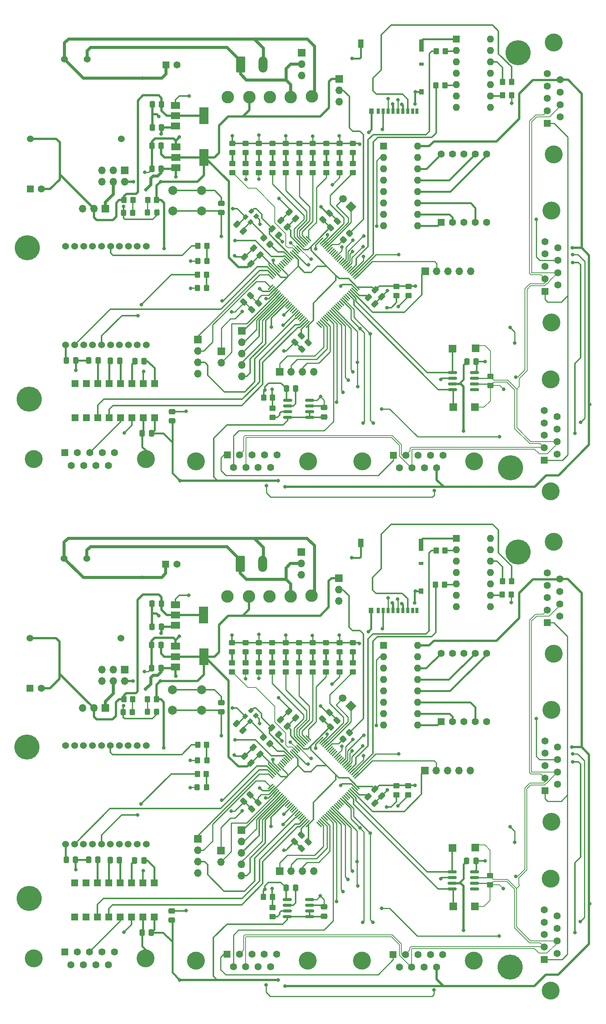
<source format=gbr>
%TF.GenerationSoftware,KiCad,Pcbnew,6.0.11-2627ca5db0~126~ubuntu20.04.1*%
%TF.CreationDate,2023-05-10T15:40:19+05:30*%
%TF.ProjectId,MVCU_F407,4d564355-5f46-4343-9037-2e6b69636164,rev?*%
%TF.SameCoordinates,Original*%
%TF.FileFunction,Copper,L1,Top*%
%TF.FilePolarity,Positive*%
%FSLAX46Y46*%
G04 Gerber Fmt 4.6, Leading zero omitted, Abs format (unit mm)*
G04 Created by KiCad (PCBNEW 6.0.11-2627ca5db0~126~ubuntu20.04.1) date 2023-05-10 15:40:19*
%MOMM*%
%LPD*%
G01*
G04 APERTURE LIST*
G04 Aperture macros list*
%AMRoundRect*
0 Rectangle with rounded corners*
0 $1 Rounding radius*
0 $2 $3 $4 $5 $6 $7 $8 $9 X,Y pos of 4 corners*
0 Add a 4 corners polygon primitive as box body*
4,1,4,$2,$3,$4,$5,$6,$7,$8,$9,$2,$3,0*
0 Add four circle primitives for the rounded corners*
1,1,$1+$1,$2,$3*
1,1,$1+$1,$4,$5*
1,1,$1+$1,$6,$7*
1,1,$1+$1,$8,$9*
0 Add four rect primitives between the rounded corners*
20,1,$1+$1,$2,$3,$4,$5,0*
20,1,$1+$1,$4,$5,$6,$7,0*
20,1,$1+$1,$6,$7,$8,$9,0*
20,1,$1+$1,$8,$9,$2,$3,0*%
%AMHorizOval*
0 Thick line with rounded ends*
0 $1 width*
0 $2 $3 position (X,Y) of the first rounded end (center of the circle)*
0 $4 $5 position (X,Y) of the second rounded end (center of the circle)*
0 Add line between two ends*
20,1,$1,$2,$3,$4,$5,0*
0 Add two circle primitives to create the rounded ends*
1,1,$1,$2,$3*
1,1,$1,$4,$5*%
%AMRotRect*
0 Rectangle, with rotation*
0 The origin of the aperture is its center*
0 $1 length*
0 $2 width*
0 $3 Rotation angle, in degrees counterclockwise*
0 Add horizontal line*
21,1,$1,$2,0,0,$3*%
%AMOutline5P*
0 Free polygon, 5 corners , with rotation*
0 The origin of the aperture is its center*
0 number of corners: always 5*
0 $1 to $10 corner X, Y*
0 $11 Rotation angle, in degrees counterclockwise*
0 create outline with 5 corners*
4,1,5,$1,$2,$3,$4,$5,$6,$7,$8,$9,$10,$1,$2,$11*%
%AMOutline6P*
0 Free polygon, 6 corners , with rotation*
0 The origin of the aperture is its center*
0 number of corners: always 6*
0 $1 to $12 corner X, Y*
0 $13 Rotation angle, in degrees counterclockwise*
0 create outline with 6 corners*
4,1,6,$1,$2,$3,$4,$5,$6,$7,$8,$9,$10,$11,$12,$1,$2,$13*%
%AMOutline7P*
0 Free polygon, 7 corners , with rotation*
0 The origin of the aperture is its center*
0 number of corners: always 7*
0 $1 to $14 corner X, Y*
0 $15 Rotation angle, in degrees counterclockwise*
0 create outline with 7 corners*
4,1,7,$1,$2,$3,$4,$5,$6,$7,$8,$9,$10,$11,$12,$13,$14,$1,$2,$15*%
%AMOutline8P*
0 Free polygon, 8 corners , with rotation*
0 The origin of the aperture is its center*
0 number of corners: always 8*
0 $1 to $16 corner X, Y*
0 $17 Rotation angle, in degrees counterclockwise*
0 create outline with 8 corners*
4,1,8,$1,$2,$3,$4,$5,$6,$7,$8,$9,$10,$11,$12,$13,$14,$15,$16,$1,$2,$17*%
G04 Aperture macros list end*
%TA.AperFunction,SMDPad,CuDef*%
%ADD10RoundRect,0.250000X-0.450000X0.325000X-0.450000X-0.325000X0.450000X-0.325000X0.450000X0.325000X0*%
%TD*%
%TA.AperFunction,SMDPad,CuDef*%
%ADD11RoundRect,0.250000X-0.450000X0.350000X-0.450000X-0.350000X0.450000X-0.350000X0.450000X0.350000X0*%
%TD*%
%TA.AperFunction,SMDPad,CuDef*%
%ADD12RoundRect,0.250000X0.325000X0.450000X-0.325000X0.450000X-0.325000X-0.450000X0.325000X-0.450000X0*%
%TD*%
%TA.AperFunction,ComponentPad*%
%ADD13R,1.600000X1.600000*%
%TD*%
%TA.AperFunction,ComponentPad*%
%ADD14O,1.600000X1.600000*%
%TD*%
%TA.AperFunction,SMDPad,CuDef*%
%ADD15RoundRect,0.250000X-0.070711X0.565685X-0.565685X0.070711X0.070711X-0.565685X0.565685X-0.070711X0*%
%TD*%
%TA.AperFunction,SMDPad,CuDef*%
%ADD16R,1.600000X1.600000*%
%TD*%
%TA.AperFunction,SMDPad,CuDef*%
%ADD17RoundRect,0.250000X-0.337500X-0.475000X0.337500X-0.475000X0.337500X0.475000X-0.337500X0.475000X0*%
%TD*%
%TA.AperFunction,ComponentPad*%
%ADD18C,4.000000*%
%TD*%
%TA.AperFunction,ComponentPad*%
%ADD19C,1.600000*%
%TD*%
%TA.AperFunction,SMDPad,CuDef*%
%ADD20RoundRect,0.250000X-0.350000X-0.450000X0.350000X-0.450000X0.350000X0.450000X-0.350000X0.450000X0*%
%TD*%
%TA.AperFunction,SMDPad,CuDef*%
%ADD21RoundRect,0.250000X0.574524X0.097227X0.097227X0.574524X-0.574524X-0.097227X-0.097227X-0.574524X0*%
%TD*%
%TA.AperFunction,SMDPad,CuDef*%
%ADD22RoundRect,0.250000X-0.325000X-0.450000X0.325000X-0.450000X0.325000X0.450000X-0.325000X0.450000X0*%
%TD*%
%TA.AperFunction,ComponentPad*%
%ADD23C,2.800000*%
%TD*%
%TA.AperFunction,ComponentPad*%
%ADD24C,5.600000*%
%TD*%
%TA.AperFunction,SMDPad,CuDef*%
%ADD25RoundRect,0.250000X0.097227X-0.574524X0.574524X-0.097227X-0.097227X0.574524X-0.574524X0.097227X0*%
%TD*%
%TA.AperFunction,SMDPad,CuDef*%
%ADD26RoundRect,0.250000X0.350000X0.450000X-0.350000X0.450000X-0.350000X-0.450000X0.350000X-0.450000X0*%
%TD*%
%TA.AperFunction,ComponentPad*%
%ADD27R,1.700000X1.700000*%
%TD*%
%TA.AperFunction,ComponentPad*%
%ADD28O,1.700000X1.700000*%
%TD*%
%TA.AperFunction,SMDPad,CuDef*%
%ADD29RoundRect,0.250000X-0.097227X0.574524X-0.574524X0.097227X0.097227X-0.574524X0.574524X-0.097227X0*%
%TD*%
%TA.AperFunction,SMDPad,CuDef*%
%ADD30R,2.000000X1.500000*%
%TD*%
%TA.AperFunction,SMDPad,CuDef*%
%ADD31R,2.000000X3.800000*%
%TD*%
%TA.AperFunction,ComponentPad*%
%ADD32C,1.524000*%
%TD*%
%TA.AperFunction,SMDPad,CuDef*%
%ADD33RoundRect,0.250000X0.337500X0.475000X-0.337500X0.475000X-0.337500X-0.475000X0.337500X-0.475000X0*%
%TD*%
%TA.AperFunction,ComponentPad*%
%ADD34RotRect,1.700000X1.700000X225.000000*%
%TD*%
%TA.AperFunction,ComponentPad*%
%ADD35HorizOval,1.700000X0.000000X0.000000X0.000000X0.000000X0*%
%TD*%
%TA.AperFunction,SMDPad,CuDef*%
%ADD36RoundRect,0.250000X0.475000X-0.337500X0.475000X0.337500X-0.475000X0.337500X-0.475000X-0.337500X0*%
%TD*%
%TA.AperFunction,SMDPad,CuDef*%
%ADD37R,0.700000X1.200000*%
%TD*%
%TA.AperFunction,SMDPad,CuDef*%
%ADD38R,1.000000X0.800000*%
%TD*%
%TA.AperFunction,SMDPad,CuDef*%
%ADD39R,1.300000X1.900000*%
%TD*%
%TA.AperFunction,SMDPad,CuDef*%
%ADD40R,1.000000X1.200000*%
%TD*%
%TA.AperFunction,SMDPad,CuDef*%
%ADD41R,1.000000X2.800000*%
%TD*%
%TA.AperFunction,SMDPad,CuDef*%
%ADD42RoundRect,0.250000X-0.574524X-0.097227X-0.097227X-0.574524X0.574524X0.097227X0.097227X0.574524X0*%
%TD*%
%TA.AperFunction,ComponentPad*%
%ADD43RoundRect,0.250000X-0.750000X-1.550000X0.750000X-1.550000X0.750000X1.550000X-0.750000X1.550000X0*%
%TD*%
%TA.AperFunction,ComponentPad*%
%ADD44O,2.000000X3.600000*%
%TD*%
%TA.AperFunction,SMDPad,CuDef*%
%ADD45RoundRect,0.250000X0.565685X0.070711X0.070711X0.565685X-0.565685X-0.070711X-0.070711X-0.565685X0*%
%TD*%
%TA.AperFunction,SMDPad,CuDef*%
%ADD46RoundRect,0.075000X-0.565685X0.459619X0.459619X-0.565685X0.565685X-0.459619X-0.459619X0.565685X0*%
%TD*%
%TA.AperFunction,SMDPad,CuDef*%
%ADD47RoundRect,0.075000X-0.565685X-0.459619X-0.459619X-0.565685X0.565685X0.459619X0.459619X0.565685X0*%
%TD*%
%TA.AperFunction,SMDPad,CuDef*%
%ADD48Outline5P,-0.500000X0.450000X0.230000X0.450000X0.500000X0.180000X0.500000X-0.450000X-0.500000X-0.450000X225.000000*%
%TD*%
%TA.AperFunction,SMDPad,CuDef*%
%ADD49RotRect,1.000000X0.900000X225.000000*%
%TD*%
%TA.AperFunction,SMDPad,CuDef*%
%ADD50RoundRect,0.250000X0.450000X-0.350000X0.450000X0.350000X-0.450000X0.350000X-0.450000X-0.350000X0*%
%TD*%
%TA.AperFunction,SMDPad,CuDef*%
%ADD51RoundRect,0.150000X-0.825000X-0.150000X0.825000X-0.150000X0.825000X0.150000X-0.825000X0.150000X0*%
%TD*%
%TA.AperFunction,SMDPad,CuDef*%
%ADD52RoundRect,0.150000X0.825000X0.150000X-0.825000X0.150000X-0.825000X-0.150000X0.825000X-0.150000X0*%
%TD*%
%TA.AperFunction,ComponentPad*%
%ADD53C,2.000000*%
%TD*%
%TA.AperFunction,ViaPad*%
%ADD54C,0.800000*%
%TD*%
%TA.AperFunction,Conductor*%
%ADD55C,0.300000*%
%TD*%
%TA.AperFunction,Conductor*%
%ADD56C,0.500000*%
%TD*%
%TA.AperFunction,Conductor*%
%ADD57C,0.400000*%
%TD*%
%TA.AperFunction,Conductor*%
%ADD58C,0.250000*%
%TD*%
%TA.AperFunction,Conductor*%
%ADD59C,0.700000*%
%TD*%
%TA.AperFunction,Conductor*%
%ADD60C,0.200000*%
%TD*%
G04 APERTURE END LIST*
D10*
%TO.P,D5,1,K*%
%TO.N,GND*%
X100168000Y-107570000D03*
%TO.P,D5,2,A*%
%TO.N,Net-(D5-Pad2)*%
X100168000Y-109620000D03*
%TD*%
D11*
%TO.P,R17,1*%
%TO.N,Net-(D9-Pad2)*%
X88168000Y-112095000D03*
%TO.P,R17,2*%
%TO.N,/C14*%
X88168000Y-114095000D03*
%TD*%
D12*
%TO.P,D11,1,K*%
%TO.N,GND*%
X68318000Y-123045000D03*
%TO.P,D11,2,A*%
%TO.N,Net-(D11-Pad2)*%
X66268000Y-123045000D03*
%TD*%
D13*
%TO.P,U1,1*%
%TO.N,GND*%
X135264000Y-84289000D03*
D14*
%TO.P,U1,2*%
%TO.N,Net-(R2-Pad1)*%
X135264000Y-86829000D03*
%TO.P,U1,3*%
%TO.N,/DI_LLS*%
X135264000Y-89369000D03*
%TO.P,U1,4*%
%TO.N,GND*%
X135264000Y-91909000D03*
%TO.P,U1,5*%
%TO.N,Net-(R4-Pad1)*%
X135264000Y-94449000D03*
%TO.P,U1,6*%
%TO.N,/SCK_LLS*%
X135264000Y-96989000D03*
%TO.P,U1,7,GND*%
%TO.N,GND*%
X135264000Y-99529000D03*
%TO.P,U1,8*%
%TO.N,/CS_LLS*%
X142884000Y-99529000D03*
%TO.P,U1,9*%
%TO.N,Net-(R5-Pad1)*%
X142884000Y-96989000D03*
%TO.P,U1,10*%
%TO.N,GND*%
X142884000Y-94449000D03*
%TO.P,U1,11*%
%TO.N,/SD_MISO*%
X142884000Y-91909000D03*
%TO.P,U1,12*%
%TO.N,Net-(R6-Pad1)*%
X142884000Y-89369000D03*
%TO.P,U1,13*%
%TO.N,GND*%
X142884000Y-86829000D03*
%TO.P,U1,14,VCC*%
%TO.N,+3.3V*%
X142884000Y-84289000D03*
%TD*%
D15*
%TO.P,R1,1*%
%TO.N,Net-(J1-Pad2)*%
X111401107Y-127652893D03*
%TO.P,R1,2*%
%TO.N,/BOOT0*%
X109986893Y-129067107D03*
%TD*%
D16*
%TO.P,U14,1,C1+*%
%TO.N,Net-(C16-Pad2)*%
X67854107Y-49757893D03*
%TO.P,U14,2,VS+*%
%TO.N,Net-(C21-Pad2)*%
X65314107Y-49757893D03*
%TO.P,U14,3,C1-*%
%TO.N,Net-(C16-Pad1)*%
X62774107Y-49757893D03*
%TO.P,U14,4,C2+*%
%TO.N,Net-(C19-Pad2)*%
X60234107Y-49757893D03*
%TO.P,U14,5,C2-*%
%TO.N,Net-(C19-Pad1)*%
X57694107Y-49757893D03*
%TO.P,U14,6,VS-*%
%TO.N,Net-(C22-Pad2)*%
X55154107Y-49757893D03*
%TO.P,U14,7,T2OUT*%
%TO.N,unconnected-(U3-Pad7)*%
X52614107Y-49757893D03*
%TO.P,U14,8,R2IN*%
%TO.N,unconnected-(U3-Pad8)*%
X50074107Y-49757893D03*
%TO.P,U14,9,R2OUT*%
%TO.N,unconnected-(U3-Pad9)*%
X50074107Y-57377893D03*
%TO.P,U14,10,T2IN*%
%TO.N,unconnected-(U3-Pad10)*%
X52614107Y-57377893D03*
%TO.P,U14,11,T1IN*%
%TO.N,/IMU_Tx*%
X55154107Y-57377893D03*
%TO.P,U14,12,R1OUT*%
%TO.N,/IMU_Rx*%
X57694107Y-57377893D03*
%TO.P,U14,13,R1IN*%
%TO.N,/Tx*%
X60234107Y-57377893D03*
%TO.P,U14,14,T1OUT*%
%TO.N,/Rx*%
X62774107Y-57377893D03*
%TO.P,U14,15,GND*%
%TO.N,GND*%
X65314107Y-57377893D03*
%TO.P,U14,16,VCC*%
%TO.N,+5V*%
X67854107Y-57377893D03*
%TD*%
D17*
%TO.P,C46,1*%
%TO.N,Net-(C16-Pad1)*%
X63467500Y-44753000D03*
%TO.P,C46,2*%
%TO.N,Net-(C16-Pad2)*%
X65542500Y-44753000D03*
%TD*%
D18*
%TO.P,J33,0,PAD*%
%TO.N,GND*%
X156384669Y-73831893D03*
X156384669Y-48831893D03*
D13*
%TO.P,J33,1,1*%
%TO.N,/MVCU_HBT*%
X154964669Y-66871893D03*
D19*
%TO.P,J33,2,2*%
%TO.N,/CAN_N*%
X154964669Y-64101893D03*
%TO.P,J33,3,3*%
%TO.N,GND*%
X154964669Y-61331893D03*
%TO.P,J33,4,4*%
%TO.N,/I2C3_SCL*%
X154964669Y-58561893D03*
%TO.P,J33,5,5*%
%TO.N,GND*%
X154964669Y-55791893D03*
%TO.P,J33,6,6*%
%TO.N,/VCU3_HBT*%
X157804669Y-65486893D03*
%TO.P,J33,7,7*%
%TO.N,/CAN_P*%
X157804669Y-62716893D03*
%TO.P,J33,8,8*%
%TO.N,/I2C_SDA*%
X157804669Y-59946893D03*
%TO.P,J33,9,9*%
%TO.N,+5V*%
X157804669Y-57176893D03*
%TD*%
D20*
%TO.P,R44,1*%
%TO.N,Net-(D11-Pad2)*%
X66332000Y-8825000D03*
%TO.P,R44,2*%
%TO.N,+3.3V*%
X68332000Y-8825000D03*
%TD*%
D21*
%TO.P,C13,1*%
%TO.N,+3.3V*%
X97494139Y-126253353D03*
%TO.P,C13,2*%
%TO.N,GND*%
X96026893Y-124786107D03*
%TD*%
D22*
%TO.P,D26,1,K*%
%TO.N,GND*%
X60907000Y-11675000D03*
%TO.P,D26,2,A*%
%TO.N,Net-(D12-Pad2)*%
X62957000Y-11675000D03*
%TD*%
D23*
%TO.P,+Vin,1,1*%
%TO.N,/mornsun_Vin*%
X102947000Y-97118000D03*
%TD*%
D24*
%TO.P,H6,1,1*%
%TO.N,GND*%
X39864107Y-53267893D03*
%TD*%
D20*
%TO.P,R5,1*%
%TO.N,Net-(R5-Pad1)*%
X145564000Y-96814000D03*
%TO.P,R5,2*%
%TO.N,/SD_CS*%
X147564000Y-96814000D03*
%TD*%
D25*
%TO.P,C37,1*%
%TO.N,GND*%
X99187160Y-40575000D03*
%TO.P,C37,2*%
%TO.N,Net-(C7-Pad2)*%
X100654406Y-39107754D03*
%TD*%
D26*
%TO.P,R29,1*%
%TO.N,Net-(R4-Pad1)*%
X132703000Y16806000D03*
%TO.P,R29,2*%
%TO.N,/SD_SCK*%
X130703000Y16806000D03*
%TD*%
D23*
%TO.P,-Vin,1,1*%
%TO.N,/mornsun_minus*%
X98248000Y-97245000D03*
%TD*%
D13*
%TO.P,U19,1,B*%
%TO.N,/display_b*%
X119037000Y3197500D03*
D14*
%TO.P,U19,2,C*%
%TO.N,/display_c*%
X119037000Y657500D03*
%TO.P,U19,3,LT*%
%TO.N,Net-(J9-Pad2)*%
X119037000Y-1882500D03*
%TO.P,U19,4,BI*%
%TO.N,Net-(J9-Pad4)*%
X119037000Y-4422500D03*
%TO.P,U19,5,RBI*%
%TO.N,Net-(J9-Pad6)*%
X119037000Y-6962500D03*
%TO.P,U19,6,D*%
%TO.N,/display_d*%
X119037000Y-9502500D03*
%TO.P,U19,7,A*%
%TO.N,/display_a*%
X119037000Y-12042500D03*
%TO.P,U19,8,GND*%
%TO.N,GND*%
X119037000Y-14582500D03*
%TO.P,U19,9,e*%
%TO.N,Net-(U10-Pad1)*%
X126657000Y-14582500D03*
%TO.P,U19,10,d*%
%TO.N,Net-(U10-Pad2)*%
X126657000Y-12042500D03*
%TO.P,U19,11,c*%
%TO.N,Net-(U10-Pad4)*%
X126657000Y-9502500D03*
%TO.P,U19,12,b*%
%TO.N,Net-(U10-Pad6)*%
X126657000Y-6962500D03*
%TO.P,U19,13,a*%
%TO.N,Net-(U10-Pad7)*%
X126657000Y-4422500D03*
%TO.P,U19,14,g*%
%TO.N,Net-(U10-Pad10)*%
X126657000Y-1882500D03*
%TO.P,U19,15,f*%
%TO.N,Net-(U10-Pad9)*%
X126657000Y657500D03*
%TO.P,U19,16,VCC*%
%TO.N,+5V*%
X126657000Y3197500D03*
%TD*%
D10*
%TO.P,D2,1,K*%
%TO.N,GND*%
X109168000Y-107570000D03*
%TO.P,D2,2,A*%
%TO.N,Net-(D2-Pad2)*%
X109168000Y-109620000D03*
%TD*%
D17*
%TO.P,C49,1*%
%TO.N,Net-(C19-Pad1)*%
X58006500Y-44675000D03*
%TO.P,C49,2*%
%TO.N,Net-(C19-Pad2)*%
X60081500Y-44675000D03*
%TD*%
D26*
%TO.P,R46,1*%
%TO.N,Net-(D12-Pad2)*%
X63032000Y-8775000D03*
%TO.P,R46,2*%
%TO.N,Net-(C26-Pad1)*%
X61032000Y-8775000D03*
%TD*%
D18*
%TO.P,J6,0,PAD*%
%TO.N,GND*%
X156499107Y-122551893D03*
X156499107Y-147551893D03*
D13*
%TO.P,J6,1,1*%
%TO.N,/MVCU_HBT*%
X155079107Y-140591893D03*
D19*
%TO.P,J6,2,2*%
%TO.N,/CAN_N*%
X155079107Y-137821893D03*
%TO.P,J6,3,3*%
%TO.N,GND*%
X155079107Y-135051893D03*
%TO.P,J6,4,4*%
%TO.N,/I2C3_SCL*%
X155079107Y-132281893D03*
%TO.P,J6,5,5*%
%TO.N,GND*%
X155079107Y-129511893D03*
%TO.P,J6,6,6*%
%TO.N,/VCU2_HBT*%
X157919107Y-139206893D03*
%TO.P,J6,7,7*%
%TO.N,/CAN_P*%
X157919107Y-136436893D03*
%TO.P,J6,8,8*%
%TO.N,/I2C_SDA*%
X157919107Y-133666893D03*
%TO.P,J6,9,9*%
%TO.N,+5V*%
X157919107Y-130896893D03*
%TD*%
D27*
%TO.P,J38,1,Pin_1*%
%TO.N,GND*%
X61207000Y-2225000D03*
D28*
%TO.P,J38,2,Pin_2*%
%TO.N,+3.3V*%
X61207000Y-4765000D03*
%TO.P,J38,3,Pin_3*%
%TO.N,GND*%
X58667000Y-2225000D03*
%TO.P,J38,4,Pin_4*%
%TO.N,+5V*%
X58667000Y-4765000D03*
%TO.P,J38,5,Pin_5*%
%TO.N,GND*%
X56127000Y-2225000D03*
%TO.P,J38,6,Pin_6*%
%TO.N,/mornsun_Vin*%
X56127000Y-4765000D03*
%TD*%
D11*
%TO.P,R12,1*%
%TO.N,Net-(D4-Pad2)*%
X103168000Y-112095000D03*
%TO.P,R12,2*%
%TO.N,/E3*%
X103168000Y-114095000D03*
%TD*%
D13*
%TO.P,C54,1*%
%TO.N,/mornsun_Vin*%
X70404349Y21325000D03*
D19*
%TO.P,C54,2*%
%TO.N,GND*%
X72904349Y21325000D03*
%TD*%
D27*
%TO.P,J35,1,Pin_1*%
%TO.N,/SPI2_SCK*%
X95857000Y-47175000D03*
D28*
%TO.P,J35,2,Pin_2*%
%TO.N,/SPI2_MISO*%
X98397000Y-47175000D03*
%TO.P,J35,3,Pin_3*%
%TO.N,/SPI2_MOSI*%
X100937000Y-47175000D03*
%TO.P,J35,4,Pin_4*%
%TO.N,GND*%
X103477000Y-47175000D03*
%TD*%
D29*
%TO.P,C41,1*%
%TO.N,+3.3V*%
X91068623Y-31792377D03*
%TO.P,C41,2*%
%TO.N,GND*%
X89601377Y-33259623D03*
%TD*%
D20*
%TO.P,R19,1*%
%TO.N,Net-(D11-Pad2)*%
X66293000Y-120245000D03*
%TO.P,R19,2*%
%TO.N,+3.3V*%
X68293000Y-120245000D03*
%TD*%
D17*
%TO.P,C58,1*%
%TO.N,+3.3V*%
X48169500Y-44575000D03*
%TO.P,C58,2*%
%TO.N,GND*%
X50244500Y-44575000D03*
%TD*%
D26*
%TO.P,R48,1*%
%TO.N,Net-(D14-Pad2)*%
X79549786Y-19000714D03*
%TO.P,R48,2*%
%TO.N,Net-(R23-Pad2)*%
X77549786Y-19000714D03*
%TD*%
D22*
%TO.P,D13,1,K*%
%TO.N,GND*%
X77402000Y-139880500D03*
%TO.P,D13,2,A*%
%TO.N,Net-(D13-Pad2)*%
X79452000Y-139880500D03*
%TD*%
D29*
%TO.P,C6,1*%
%TO.N,+3.3V*%
X102139406Y-152051754D03*
%TO.P,C6,2*%
%TO.N,GND*%
X100672160Y-153519000D03*
%TD*%
D26*
%TO.P,R22,1*%
%TO.N,Net-(D13-Pad2)*%
X79427000Y-136880500D03*
%TO.P,R22,2*%
%TO.N,/RSSI*%
X77427000Y-136880500D03*
%TD*%
D30*
%TO.P,U15,1,GND*%
%TO.N,GND*%
X72607000Y3025000D03*
%TO.P,U15,2,VO*%
%TO.N,+3.3V*%
X72607000Y725000D03*
D31*
X78907000Y725000D03*
D30*
%TO.P,U15,3,VI*%
%TO.N,+5V*%
X72607000Y-1575000D03*
%TD*%
D27*
%TO.P,J31,1,Pin_1*%
%TO.N,/USART2_Tx*%
X77557000Y-39975000D03*
D28*
%TO.P,J31,2,Pin_2*%
%TO.N,/USART2_Rx*%
X77557000Y-42515000D03*
%TO.P,J31,3,Pin_3*%
%TO.N,/gpio*%
X77557000Y-45055000D03*
%TO.P,J31,4,Pin_4*%
%TO.N,GND*%
X77557000Y-47595000D03*
%TD*%
D32*
%TO.P,U9,1,1*%
%TO.N,+3.3V*%
X47993660Y-152543200D03*
%TO.P,U9,2,2*%
%TO.N,/Xbee_Tx*%
X49995180Y-152543200D03*
%TO.P,U9,3,3*%
%TO.N,/Xbee_Rx*%
X51994160Y-152543200D03*
%TO.P,U9,4,4*%
%TO.N,unconnected-(U9-Pad4)*%
X53995680Y-152543200D03*
%TO.P,U9,5,5*%
%TO.N,/RST*%
X55994660Y-152543200D03*
%TO.P,U9,6,6*%
%TO.N,/RSSI*%
X57993640Y-152543200D03*
%TO.P,U9,7,7*%
%TO.N,unconnected-(U9-Pad7)*%
X59995160Y-152543200D03*
%TO.P,U9,8,8*%
%TO.N,unconnected-(U9-Pad8)*%
X61994140Y-152543200D03*
%TO.P,U9,9,9*%
%TO.N,unconnected-(U9-Pad9)*%
X63995660Y-152543200D03*
%TO.P,U9,10,10*%
%TO.N,GND*%
X65994640Y-152543200D03*
%TO.P,U9,11,11*%
%TO.N,unconnected-(U9-Pad11)*%
X65994640Y-130546800D03*
%TO.P,U9,12,12*%
%TO.N,unconnected-(U9-Pad12)*%
X63995660Y-130546800D03*
%TO.P,U9,13,13*%
%TO.N,unconnected-(U9-Pad13)*%
X61994140Y-130546800D03*
%TO.P,U9,14,14*%
%TO.N,unconnected-(U9-Pad14)*%
X59995160Y-130546800D03*
%TO.P,U9,15,15*%
%TO.N,Net-(R23-Pad2)*%
X57993640Y-130546800D03*
%TO.P,U9,16,16*%
%TO.N,unconnected-(U9-Pad16)*%
X55994660Y-130546800D03*
%TO.P,U9,17,17*%
%TO.N,unconnected-(U9-Pad17)*%
X53995680Y-130546800D03*
%TO.P,U9,18,18*%
%TO.N,unconnected-(U9-Pad18)*%
X51994160Y-130546800D03*
%TO.P,U9,19,19*%
%TO.N,unconnected-(U9-Pad19)*%
X49995180Y-130546800D03*
%TO.P,U9,20,20*%
%TO.N,unconnected-(U9-Pad20)*%
X47993660Y-130546800D03*
%TD*%
D10*
%TO.P,D22,1,K*%
%TO.N,GND*%
X91207000Y3850000D03*
%TO.P,D22,2,A*%
%TO.N,Net-(D8-Pad2)*%
X91207000Y1800000D03*
%TD*%
D27*
%TO.P,J39,1,Pin_1*%
%TO.N,+5V*%
X56907000Y-10775000D03*
D28*
%TO.P,J39,2,Pin_2*%
%TO.N,Net-(C26-Pad1)*%
X54367000Y-10775000D03*
%TO.P,J39,3,Pin_3*%
%TO.N,unconnected-(J18-Pad3)*%
X51827000Y-10775000D03*
%TD*%
D11*
%TO.P,R11,1*%
%TO.N,Net-(D3-Pad2)*%
X106168000Y-112095000D03*
%TO.P,R11,2*%
%TO.N,/E2*%
X106168000Y-114095000D03*
%TD*%
D26*
%TO.P,R50,1*%
%TO.N,/ADC_in9*%
X94257000Y-52875000D03*
%TO.P,R50,2*%
%TO.N,GND*%
X92257000Y-52875000D03*
%TD*%
D27*
%TO.P,J41,1,Pin_1*%
%TO.N,/CAN_Rx*%
X134609000Y-55040000D03*
%TD*%
D13*
%TO.P,U10,1,E*%
%TO.N,Net-(U10-Pad1)*%
X131888000Y-125195000D03*
D19*
%TO.P,U10,2,D*%
%TO.N,Net-(U10-Pad2)*%
X134428000Y-125195000D03*
%TO.P,U10,3,CC*%
%TO.N,GND*%
X136968000Y-125195000D03*
%TO.P,U10,4,C*%
%TO.N,Net-(U10-Pad4)*%
X139508000Y-125195000D03*
%TO.P,U10,5,DP*%
%TO.N,unconnected-(U10-Pad5)*%
X142048000Y-125195000D03*
%TO.P,U10,6,B*%
%TO.N,Net-(U10-Pad6)*%
X142048000Y-109955000D03*
%TO.P,U10,7,A*%
%TO.N,Net-(U10-Pad7)*%
X139508000Y-109955000D03*
%TO.P,U10,8,CC*%
%TO.N,GND*%
X136968000Y-109955000D03*
%TO.P,U10,9,F*%
%TO.N,Net-(U10-Pad9)*%
X134428000Y-109955000D03*
%TO.P,U10,10,G*%
%TO.N,Net-(U10-Pad10)*%
X131888000Y-109955000D03*
%TD*%
D33*
%TO.P,C26,1*%
%TO.N,Net-(C26-Pad1)*%
X69405500Y-98845000D03*
%TO.P,C26,2*%
%TO.N,GND*%
X67330500Y-98845000D03*
%TD*%
D10*
%TO.P,D20,1,K*%
%TO.N,GND*%
X97207000Y3850000D03*
%TO.P,D20,2,A*%
%TO.N,Net-(D6-Pad2)*%
X97207000Y1800000D03*
%TD*%
D11*
%TO.P,R18,1*%
%TO.N,Net-(D10-Pad2)*%
X85168000Y-112095000D03*
%TO.P,R18,2*%
%TO.N,/C15*%
X85168000Y-114095000D03*
%TD*%
D17*
%TO.P,C19,1*%
%TO.N,Net-(C19-Pad1)*%
X57967500Y-156095000D03*
%TO.P,C19,2*%
%TO.N,Net-(C19-Pad2)*%
X60042500Y-156095000D03*
%TD*%
D33*
%TO.P,C23,1*%
%TO.N,/mornsun_Vin*%
X69405500Y-104045000D03*
%TO.P,C23,2*%
%TO.N,GND*%
X67330500Y-104045000D03*
%TD*%
D24*
%TO.P,H5,1,1*%
%TO.N,GND*%
X147357000Y-68575000D03*
%TD*%
D17*
%TO.P,C25,1*%
%TO.N,+5V*%
X137594500Y-156294500D03*
%TO.P,C25,2*%
%TO.N,GND*%
X139669500Y-156294500D03*
%TD*%
D10*
%TO.P,D3,1,K*%
%TO.N,GND*%
X106168000Y-107570000D03*
%TO.P,D3,2,A*%
%TO.N,Net-(D3-Pad2)*%
X106168000Y-109620000D03*
%TD*%
D33*
%TO.P,C48,1*%
%TO.N,+5V*%
X67201607Y-60867893D03*
%TO.P,C48,2*%
%TO.N,GND*%
X65126607Y-60867893D03*
%TD*%
D34*
%TO.P,J36,1,Pin_1*%
%TO.N,/I2C1_SCL*%
X111758562Y-10326562D03*
D35*
%TO.P,J36,2,Pin_2*%
%TO.N,/I2C1_SDA*%
X109962511Y-8530511D03*
%TD*%
D18*
%TO.P,J26,0,PAD*%
%TO.N,GND*%
X65904107Y-66607562D03*
X40904107Y-66607562D03*
D13*
%TO.P,J26,1,1*%
%TO.N,unconnected-(J4-Pad1)*%
X47864107Y-65187562D03*
D19*
%TO.P,J26,2,2*%
%TO.N,/Rx*%
X50634107Y-65187562D03*
%TO.P,J26,3,3*%
%TO.N,/Tx*%
X53404107Y-65187562D03*
%TO.P,J26,4,4*%
%TO.N,unconnected-(J4-Pad4)*%
X56174107Y-65187562D03*
%TO.P,J26,5,5*%
%TO.N,GND*%
X58944107Y-65187562D03*
%TO.P,J26,6,6*%
%TO.N,unconnected-(J4-Pad6)*%
X49249107Y-68027562D03*
%TO.P,J26,7,7*%
%TO.N,unconnected-(J4-Pad7)*%
X52019107Y-68027562D03*
%TO.P,J26,8,8*%
%TO.N,unconnected-(J4-Pad8)*%
X54789107Y-68027562D03*
%TO.P,J26,9,9*%
%TO.N,unconnected-(J4-Pad9)*%
X57559107Y-68027562D03*
%TD*%
D27*
%TO.P,J34,1,Pin_1*%
%TO.N,/SWDIO*%
X128332000Y-24675000D03*
D28*
%TO.P,J34,2,Pin_2*%
%TO.N,/SWCLK*%
X130872000Y-24675000D03*
%TO.P,J34,3,Pin_3*%
%TO.N,/SWo*%
X133412000Y-24675000D03*
%TO.P,J34,4,Pin_4*%
%TO.N,+3.3V*%
X135952000Y-24675000D03*
%TO.P,J34,5,Pin_5*%
%TO.N,GND*%
X138492000Y-24675000D03*
%TD*%
D26*
%TO.P,R27,1*%
%TO.N,Net-(R2-Pad1)*%
X132803000Y24406000D03*
%TO.P,R27,2*%
%TO.N,/SD_MOSI*%
X130803000Y24406000D03*
%TD*%
D24*
%TO.P,H4,1,1*%
%TO.N,GND*%
X149048000Y-87339000D03*
%TD*%
D21*
%TO.P,C10,1*%
%TO.N,GND*%
X117054730Y-143436516D03*
%TO.P,C10,2*%
%TO.N,Net-(C10-Pad2)*%
X115587484Y-141969270D03*
%TD*%
D22*
%TO.P,D27,1,K*%
%TO.N,GND*%
X77441000Y-28460500D03*
%TO.P,D27,2,A*%
%TO.N,Net-(D13-Pad2)*%
X79491000Y-28460500D03*
%TD*%
D24*
%TO.P,H2,1,1*%
%TO.N,GND*%
X39825107Y-164687893D03*
%TD*%
D18*
%TO.P,J29,0,PAD*%
%TO.N,GND*%
X77154107Y-67107562D03*
X102154107Y-67107562D03*
D13*
%TO.P,J29,1,1*%
%TO.N,/MVCU_HBT*%
X84114107Y-65687562D03*
D19*
%TO.P,J29,2,2*%
%TO.N,/CAN_N*%
X86884107Y-65687562D03*
%TO.P,J29,3,3*%
%TO.N,GND*%
X89654107Y-65687562D03*
%TO.P,J29,4,4*%
%TO.N,/I2C3_SCL*%
X92424107Y-65687562D03*
%TO.P,J29,5,5*%
%TO.N,GND*%
X95194107Y-65687562D03*
%TO.P,J29,6,6*%
%TO.N,/VCU5_HBT*%
X85499107Y-68527562D03*
%TO.P,J29,7,7*%
%TO.N,/CAN_P*%
X88269107Y-68527562D03*
%TO.P,J29,8,8*%
%TO.N,/I2C_SDA*%
X91039107Y-68527562D03*
%TO.P,J29,9,9*%
%TO.N,+5V*%
X93809107Y-68527562D03*
%TD*%
D10*
%TO.P,D23,1,K*%
%TO.N,GND*%
X88207000Y3850000D03*
%TO.P,D23,2,A*%
%TO.N,Net-(D9-Pad2)*%
X88207000Y1800000D03*
%TD*%
D21*
%TO.P,C2,1*%
%TO.N,+3.3V*%
X99362623Y-124394623D03*
%TO.P,C2,2*%
%TO.N,GND*%
X97895377Y-122927377D03*
%TD*%
D10*
%TO.P,D21,1,K*%
%TO.N,GND*%
X94207000Y3850000D03*
%TO.P,D21,2,A*%
%TO.N,Net-(D7-Pad2)*%
X94207000Y1800000D03*
%TD*%
D26*
%TO.P,R4,1*%
%TO.N,Net-(R4-Pad1)*%
X132664000Y-94614000D03*
%TO.P,R4,2*%
%TO.N,/SD_SCK*%
X130664000Y-94614000D03*
%TD*%
%TO.P,R2,1*%
%TO.N,Net-(R2-Pad1)*%
X132764000Y-87014000D03*
%TO.P,R2,2*%
%TO.N,/SD_MOSI*%
X130764000Y-87014000D03*
%TD*%
D27*
%TO.P,J2,1,Pin_1*%
%TO.N,/ADC_in6*%
X87318000Y-149420000D03*
D28*
%TO.P,J2,2,Pin_2*%
%TO.N,/ADC_in7*%
X87318000Y-151960000D03*
%TO.P,J2,3,Pin_3*%
%TO.N,/ADC_in14*%
X87318000Y-154500000D03*
%TO.P,J2,4,Pin_4*%
%TO.N,/ADC_in15*%
X87318000Y-157040000D03*
%TO.P,J2,5,Pin_5*%
%TO.N,/ADC_in8*%
X87318000Y-159580000D03*
%TD*%
D18*
%TO.P,J7,0,PAD*%
%TO.N,GND*%
X77115107Y-178527562D03*
X102115107Y-178527562D03*
D13*
%TO.P,J7,1,1*%
%TO.N,/MVCU_HBT*%
X84075107Y-177107562D03*
D19*
%TO.P,J7,2,2*%
%TO.N,/CAN_N*%
X86845107Y-177107562D03*
%TO.P,J7,3,3*%
%TO.N,GND*%
X89615107Y-177107562D03*
%TO.P,J7,4,4*%
%TO.N,/I2C3_SCL*%
X92385107Y-177107562D03*
%TO.P,J7,5,5*%
%TO.N,GND*%
X95155107Y-177107562D03*
%TO.P,J7,6,6*%
%TO.N,/VCU5_HBT*%
X85460107Y-179947562D03*
%TO.P,J7,7,7*%
%TO.N,/CAN_P*%
X88230107Y-179947562D03*
%TO.P,J7,8,8*%
%TO.N,/I2C_SDA*%
X91000107Y-179947562D03*
%TO.P,J7,9,9*%
%TO.N,+5V*%
X93770107Y-179947562D03*
%TD*%
D11*
%TO.P,R33,1*%
%TO.N,+3.3V*%
X124576000Y-28132000D03*
%TO.P,R33,2*%
%TO.N,/I2C3_SCL*%
X124576000Y-30132000D03*
%TD*%
D10*
%TO.P,D6,1,K*%
%TO.N,GND*%
X97168000Y-107570000D03*
%TO.P,D6,2,A*%
%TO.N,Net-(D6-Pad2)*%
X97168000Y-109620000D03*
%TD*%
D33*
%TO.P,C17,1*%
%TO.N,+5V*%
X69305500Y-113245000D03*
%TO.P,C17,2*%
%TO.N,GND*%
X67230500Y-113245000D03*
%TD*%
D30*
%TO.P,U6,1,GND*%
%TO.N,GND*%
X72518000Y-99145000D03*
%TO.P,U6,2,VO*%
%TO.N,Net-(C26-Pad1)*%
X72518000Y-101445000D03*
D31*
X78818000Y-101445000D03*
D30*
%TO.P,U6,3,VI*%
%TO.N,/mornsun_Vin*%
X72518000Y-103745000D03*
%TD*%
D25*
%TO.P,C34,1*%
%TO.N,+3.3V*%
X107205377Y-15006623D03*
%TO.P,C34,2*%
%TO.N,GND*%
X108672623Y-13539377D03*
%TD*%
D12*
%TO.P,D25,1,K*%
%TO.N,GND*%
X68357000Y-11625000D03*
%TO.P,D25,2,A*%
%TO.N,Net-(D11-Pad2)*%
X66307000Y-11625000D03*
%TD*%
D23*
%TO.P,3V1,1,1*%
%TO.N,+3.3V*%
X89016000Y14175000D03*
%TD*%
D11*
%TO.P,R7,1*%
%TO.N,+3.3V*%
X121870000Y-139552000D03*
%TO.P,R7,2*%
%TO.N,/I2C_SDA*%
X121870000Y-141552000D03*
%TD*%
%TO.P,R13,1*%
%TO.N,Net-(D5-Pad2)*%
X100168000Y-112095000D03*
%TO.P,R13,2*%
%TO.N,/E4*%
X100168000Y-114095000D03*
%TD*%
D10*
%TO.P,D15,1,K*%
%TO.N,GND*%
X112207000Y3850000D03*
%TO.P,D15,2,A*%
%TO.N,Net-(D1-Pad2)*%
X112207000Y1800000D03*
%TD*%
D36*
%TO.P,C59,1*%
%TO.N,+5V*%
X105757000Y-57212500D03*
%TO.P,C59,2*%
%TO.N,GND*%
X105757000Y-55137500D03*
%TD*%
D18*
%TO.P,J11,0,PAD*%
%TO.N,GND*%
X157018776Y-85051893D03*
X157018776Y-110051893D03*
D13*
%TO.P,J11,1,1*%
%TO.N,/MVCU_HBT*%
X155598776Y-103091893D03*
D19*
%TO.P,J11,2,2*%
%TO.N,/CAN_N*%
X155598776Y-100321893D03*
%TO.P,J11,3,3*%
%TO.N,GND*%
X155598776Y-97551893D03*
%TO.P,J11,4,4*%
%TO.N,/I2C3_SCL*%
X155598776Y-94781893D03*
%TO.P,J11,5,5*%
%TO.N,GND*%
X155598776Y-92011893D03*
%TO.P,J11,6,6*%
%TO.N,/VCU1_HBT*%
X158438776Y-101706893D03*
%TO.P,J11,7,7*%
%TO.N,/CAN_P*%
X158438776Y-98936893D03*
%TO.P,J11,8,8*%
%TO.N,/I2C_SDA*%
X158438776Y-96166893D03*
%TO.P,J11,9,9*%
%TO.N,+5V*%
X158438776Y-93396893D03*
%TD*%
D26*
%TO.P,R47,1*%
%TO.N,Net-(D13-Pad2)*%
X79466000Y-25460500D03*
%TO.P,R47,2*%
%TO.N,/RSSI*%
X77466000Y-25460500D03*
%TD*%
D29*
%TO.P,C44,1*%
%TO.N,+3.3V*%
X89290623Y-30141377D03*
%TO.P,C44,2*%
%TO.N,GND*%
X87823377Y-31608623D03*
%TD*%
D27*
%TO.P,J20,1,Pin_1*%
%TO.N,/CAN_Rx*%
X134570000Y-166460000D03*
%TD*%
%TO.P,J13,1,Pin_1*%
%TO.N,/SWDIO*%
X128293000Y-136095000D03*
D28*
%TO.P,J13,2,Pin_2*%
%TO.N,/SWCLK*%
X130833000Y-136095000D03*
%TO.P,J13,3,Pin_3*%
%TO.N,/SWo*%
X133373000Y-136095000D03*
%TO.P,J13,4,Pin_4*%
%TO.N,+3.3V*%
X135913000Y-136095000D03*
%TO.P,J13,5,Pin_5*%
%TO.N,GND*%
X138453000Y-136095000D03*
%TD*%
D21*
%TO.P,C43,1*%
%TO.N,+3.3V*%
X97533139Y-14833353D03*
%TO.P,C43,2*%
%TO.N,GND*%
X96065893Y-13366107D03*
%TD*%
D16*
%TO.P,U3,1,C1+*%
%TO.N,Net-(C16-Pad2)*%
X67815107Y-161177893D03*
%TO.P,U3,2,VS+*%
%TO.N,Net-(C21-Pad2)*%
X65275107Y-161177893D03*
%TO.P,U3,3,C1-*%
%TO.N,Net-(C16-Pad1)*%
X62735107Y-161177893D03*
%TO.P,U3,4,C2+*%
%TO.N,Net-(C19-Pad2)*%
X60195107Y-161177893D03*
%TO.P,U3,5,C2-*%
%TO.N,Net-(C19-Pad1)*%
X57655107Y-161177893D03*
%TO.P,U3,6,VS-*%
%TO.N,Net-(C22-Pad2)*%
X55115107Y-161177893D03*
%TO.P,U3,7,T2OUT*%
%TO.N,unconnected-(U3-Pad7)*%
X52575107Y-161177893D03*
%TO.P,U3,8,R2IN*%
%TO.N,unconnected-(U3-Pad8)*%
X50035107Y-161177893D03*
%TO.P,U3,9,R2OUT*%
%TO.N,unconnected-(U3-Pad9)*%
X50035107Y-168797893D03*
%TO.P,U3,10,T2IN*%
%TO.N,unconnected-(U3-Pad10)*%
X52575107Y-168797893D03*
%TO.P,U3,11,T1IN*%
%TO.N,/IMU_Tx*%
X55115107Y-168797893D03*
%TO.P,U3,12,R1OUT*%
%TO.N,/IMU_Rx*%
X57655107Y-168797893D03*
%TO.P,U3,13,R1IN*%
%TO.N,/Tx*%
X60195107Y-168797893D03*
%TO.P,U3,14,T1OUT*%
%TO.N,/Rx*%
X62735107Y-168797893D03*
%TO.P,U3,15,GND*%
%TO.N,GND*%
X65275107Y-168797893D03*
%TO.P,U3,16,VCC*%
%TO.N,+5V*%
X67815107Y-168797893D03*
%TD*%
D27*
%TO.P,J16,1,Pin_1*%
%TO.N,GND*%
X100661000Y-87354000D03*
D28*
%TO.P,J16,2,Pin_2*%
%TO.N,/mornsun_minus*%
X100661000Y-89894000D03*
%TO.P,J16,3,Pin_3*%
%TO.N,unconnected-(J16-Pad3)*%
X100661000Y-92434000D03*
%TD*%
D33*
%TO.P,C56,1*%
%TO.N,Net-(C26-Pad1)*%
X69444500Y12575000D03*
%TO.P,C56,2*%
%TO.N,GND*%
X67369500Y12575000D03*
%TD*%
D27*
%TO.P,J10,1,Pin_1*%
%TO.N,/USART2_Tx*%
X77518000Y-151395000D03*
D28*
%TO.P,J10,2,Pin_2*%
%TO.N,/USART2_Rx*%
X77518000Y-153935000D03*
%TO.P,J10,3,Pin_3*%
%TO.N,/gpio*%
X77518000Y-156475000D03*
%TO.P,J10,4,Pin_4*%
%TO.N,GND*%
X77518000Y-159015000D03*
%TD*%
D10*
%TO.P,D18,1,K*%
%TO.N,GND*%
X103207000Y3850000D03*
%TO.P,D18,2,A*%
%TO.N,Net-(D4-Pad2)*%
X103207000Y1800000D03*
%TD*%
D37*
%TO.P,J3,1,DAT2*%
%TO.N,unconnected-(J3-Pad1)*%
X117819000Y-100404000D03*
%TO.P,J3,2,DAT3/CD*%
%TO.N,/CS_LLS*%
X118919000Y-100404000D03*
%TO.P,J3,3,CMD*%
%TO.N,/DI_LLS*%
X120019000Y-100404000D03*
%TO.P,J3,4,VDD*%
%TO.N,+3.3V*%
X121119000Y-100404000D03*
%TO.P,J3,5,CLK*%
%TO.N,/SCK_LLS*%
X122219000Y-100404000D03*
%TO.P,J3,6,VSS*%
%TO.N,GND*%
X123319000Y-100404000D03*
%TO.P,J3,7,DAT0*%
%TO.N,/DO_LLS*%
X124419000Y-100404000D03*
%TO.P,J3,8,DAT1*%
%TO.N,unconnected-(J3-Pad8)*%
X125519000Y-100404000D03*
%TO.P,J3,9,DET_B*%
%TO.N,unconnected-(J3-Pad9)*%
X126469000Y-100404000D03*
D38*
%TO.P,J3,10,DET_A*%
%TO.N,unconnected-(J3-Pad10)*%
X127419000Y-89904000D03*
D39*
%TO.P,J3,11,SHIELD*%
%TO.N,GND*%
X113919000Y-85304000D03*
D40*
X116269000Y-100404000D03*
X127419000Y-96104000D03*
D41*
X127419000Y-85754000D03*
%TD*%
D25*
%TO.P,C7,1*%
%TO.N,GND*%
X99148160Y-151995000D03*
%TO.P,C7,2*%
%TO.N,Net-(C7-Pad2)*%
X100615406Y-150527754D03*
%TD*%
D33*
%TO.P,C53,1*%
%TO.N,/mornsun_Vin*%
X69444500Y7375000D03*
%TO.P,C53,2*%
%TO.N,GND*%
X67369500Y7375000D03*
%TD*%
D18*
%TO.P,J12,0,PAD*%
%TO.N,GND*%
X156345669Y-185251893D03*
X156345669Y-160251893D03*
D13*
%TO.P,J12,1,1*%
%TO.N,/MVCU_HBT*%
X154925669Y-178291893D03*
D19*
%TO.P,J12,2,2*%
%TO.N,/CAN_N*%
X154925669Y-175521893D03*
%TO.P,J12,3,3*%
%TO.N,GND*%
X154925669Y-172751893D03*
%TO.P,J12,4,4*%
%TO.N,/I2C3_SCL*%
X154925669Y-169981893D03*
%TO.P,J12,5,5*%
%TO.N,GND*%
X154925669Y-167211893D03*
%TO.P,J12,6,6*%
%TO.N,/VCU3_HBT*%
X157765669Y-176906893D03*
%TO.P,J12,7,7*%
%TO.N,/CAN_P*%
X157765669Y-174136893D03*
%TO.P,J12,8,8*%
%TO.N,/I2C_SDA*%
X157765669Y-171366893D03*
%TO.P,J12,9,9*%
%TO.N,+5V*%
X157765669Y-168596893D03*
%TD*%
D33*
%TO.P,C18,1*%
%TO.N,+5V*%
X67162607Y-172287893D03*
%TO.P,C18,2*%
%TO.N,GND*%
X65087607Y-172287893D03*
%TD*%
D15*
%TO.P,R26,1*%
%TO.N,Net-(J1-Pad2)*%
X111440107Y-16232893D03*
%TO.P,R26,2*%
%TO.N,/BOOT0*%
X110025893Y-17647107D03*
%TD*%
D17*
%TO.P,C22,1*%
%TO.N,GND*%
X53141500Y-156046000D03*
%TO.P,C22,2*%
%TO.N,Net-(C22-Pad2)*%
X55216500Y-156046000D03*
%TD*%
D27*
%TO.P,J21,1,Pin_1*%
%TO.N,/CAN_P*%
X139550000Y-153350000D03*
%TD*%
D11*
%TO.P,R16,1*%
%TO.N,Net-(D8-Pad2)*%
X91168000Y-112095000D03*
%TO.P,R16,2*%
%TO.N,/C13*%
X91168000Y-114095000D03*
%TD*%
D10*
%TO.P,D9,1,K*%
%TO.N,GND*%
X88168000Y-107570000D03*
%TO.P,D9,2,A*%
%TO.N,Net-(D9-Pad2)*%
X88168000Y-109620000D03*
%TD*%
D30*
%TO.P,U17,1,GND*%
%TO.N,GND*%
X72557000Y12275000D03*
%TO.P,U17,2,VO*%
%TO.N,Net-(C26-Pad1)*%
X72557000Y9975000D03*
D31*
X78857000Y9975000D03*
D30*
%TO.P,U17,3,VI*%
%TO.N,/mornsun_Vin*%
X72557000Y7675000D03*
%TD*%
D17*
%TO.P,C16,1*%
%TO.N,Net-(C16-Pad1)*%
X63428500Y-156173000D03*
%TO.P,C16,2*%
%TO.N,Net-(C16-Pad2)*%
X65503500Y-156173000D03*
%TD*%
D13*
%TO.P,U8,1,B*%
%TO.N,/display_b*%
X118998000Y-108222500D03*
D14*
%TO.P,U8,2,C*%
%TO.N,/display_c*%
X118998000Y-110762500D03*
%TO.P,U8,3,LT*%
%TO.N,Net-(J9-Pad2)*%
X118998000Y-113302500D03*
%TO.P,U8,4,BI*%
%TO.N,Net-(J9-Pad4)*%
X118998000Y-115842500D03*
%TO.P,U8,5,RBI*%
%TO.N,Net-(J9-Pad6)*%
X118998000Y-118382500D03*
%TO.P,U8,6,D*%
%TO.N,/display_d*%
X118998000Y-120922500D03*
%TO.P,U8,7,A*%
%TO.N,/display_a*%
X118998000Y-123462500D03*
%TO.P,U8,8,GND*%
%TO.N,GND*%
X118998000Y-126002500D03*
%TO.P,U8,9,e*%
%TO.N,Net-(U10-Pad1)*%
X126618000Y-126002500D03*
%TO.P,U8,10,d*%
%TO.N,Net-(U10-Pad2)*%
X126618000Y-123462500D03*
%TO.P,U8,11,c*%
%TO.N,Net-(U10-Pad4)*%
X126618000Y-120922500D03*
%TO.P,U8,12,b*%
%TO.N,Net-(U10-Pad6)*%
X126618000Y-118382500D03*
%TO.P,U8,13,a*%
%TO.N,Net-(U10-Pad7)*%
X126618000Y-115842500D03*
%TO.P,U8,14,g*%
%TO.N,Net-(U10-Pad10)*%
X126618000Y-113302500D03*
%TO.P,U8,15,f*%
%TO.N,Net-(U10-Pad9)*%
X126618000Y-110762500D03*
%TO.P,U8,16,VCC*%
%TO.N,+5V*%
X126618000Y-108222500D03*
%TD*%
D24*
%TO.P,H3,1,1*%
%TO.N,GND*%
X39368000Y-130895000D03*
%TD*%
D23*
%TO.P,+5V,1,1*%
%TO.N,+5V*%
X84151000Y-97245000D03*
%TD*%
D27*
%TO.P,J42,1,Pin_1*%
%TO.N,/CAN_P*%
X139589000Y-41930000D03*
%TD*%
D42*
%TO.P,C35,1*%
%TO.N,+3.3V*%
X117150484Y-28898270D03*
%TO.P,C35,2*%
%TO.N,GND*%
X118617730Y-30365516D03*
%TD*%
D36*
%TO.P,C3,1*%
%TO.N,Net-(C3-Pad1)*%
X82754000Y-123047500D03*
%TO.P,C3,2*%
%TO.N,GND*%
X82754000Y-120972500D03*
%TD*%
D30*
%TO.P,U4,1,GND*%
%TO.N,GND*%
X72568000Y-108395000D03*
%TO.P,U4,2,VO*%
%TO.N,+3.3V*%
X72568000Y-110695000D03*
D31*
X78868000Y-110695000D03*
D30*
%TO.P,U4,3,VI*%
%TO.N,+5V*%
X72568000Y-112995000D03*
%TD*%
D10*
%TO.P,D4,1,K*%
%TO.N,GND*%
X103168000Y-107570000D03*
%TO.P,D4,2,A*%
%TO.N,Net-(D4-Pad2)*%
X103168000Y-109620000D03*
%TD*%
D17*
%TO.P,C52,1*%
%TO.N,GND*%
X53180500Y-44626000D03*
%TO.P,C52,2*%
%TO.N,Net-(C22-Pad2)*%
X55255500Y-44626000D03*
%TD*%
D43*
%TO.P,J5,1,Pin_1*%
%TO.N,/mornsun_minus*%
X87045107Y-89966500D03*
D44*
%TO.P,J5,2,Pin_2*%
%TO.N,/mornsun_Vin*%
X92045107Y-89966500D03*
%TD*%
D18*
%TO.P,J32,0,PAD*%
%TO.N,GND*%
X157057776Y1368107D03*
X157057776Y26368107D03*
D13*
%TO.P,J32,1,1*%
%TO.N,/MVCU_HBT*%
X155637776Y8328107D03*
D19*
%TO.P,J32,2,2*%
%TO.N,/CAN_N*%
X155637776Y11098107D03*
%TO.P,J32,3,3*%
%TO.N,GND*%
X155637776Y13868107D03*
%TO.P,J32,4,4*%
%TO.N,/I2C3_SCL*%
X155637776Y16638107D03*
%TO.P,J32,5,5*%
%TO.N,GND*%
X155637776Y19408107D03*
%TO.P,J32,6,6*%
%TO.N,/VCU1_HBT*%
X158477776Y9713107D03*
%TO.P,J32,7,7*%
%TO.N,/CAN_P*%
X158477776Y12483107D03*
%TO.P,J32,8,8*%
%TO.N,/I2C_SDA*%
X158477776Y15253107D03*
%TO.P,J32,9,9*%
%TO.N,+5V*%
X158477776Y18023107D03*
%TD*%
D43*
%TO.P,J27,1,Pin_1*%
%TO.N,/mornsun_minus*%
X87084107Y21453500D03*
D44*
%TO.P,J27,2,Pin_2*%
%TO.N,/mornsun_Vin*%
X92084107Y21453500D03*
%TD*%
D21*
%TO.P,C45,1*%
%TO.N,+3.3V*%
X89433516Y-22989730D03*
%TO.P,C45,2*%
%TO.N,GND*%
X87966270Y-21522484D03*
%TD*%
D45*
%TO.P,R28,1*%
%TO.N,/HSE_OUT*%
X93660107Y-18663107D03*
%TO.P,R28,2*%
%TO.N,Net-(C8-Pad2)*%
X92245893Y-17248893D03*
%TD*%
D46*
%TO.P,U13,1,PE2*%
%TO.N,/E2*%
X102279703Y-17398208D03*
%TO.P,U13,2,PE3*%
%TO.N,/E3*%
X101926150Y-17751761D03*
%TO.P,U13,3,PE4*%
%TO.N,/E4*%
X101572596Y-18105315D03*
%TO.P,U13,4,PE5*%
%TO.N,/E5*%
X101219043Y-18458868D03*
%TO.P,U13,5,PE6*%
%TO.N,/E6*%
X100865490Y-18812421D03*
%TO.P,U13,6,VBAT*%
%TO.N,+3.3V*%
X100511936Y-19165975D03*
%TO.P,U13,7,PC13*%
%TO.N,/C13*%
X100158383Y-19519528D03*
%TO.P,U13,8,PC14*%
%TO.N,/C14*%
X99804829Y-19873082D03*
%TO.P,U13,9,PC15*%
%TO.N,/C15*%
X99451276Y-20226635D03*
%TO.P,U13,10,VSS*%
%TO.N,GND*%
X99097723Y-20580188D03*
%TO.P,U13,11,VDD*%
%TO.N,+3.3V*%
X98744169Y-20933742D03*
%TO.P,U13,12,PH0*%
%TO.N,/HSE_IN*%
X98390616Y-21287295D03*
%TO.P,U13,13,PH1*%
%TO.N,/HSE_OUT*%
X98037062Y-21640848D03*
%TO.P,U13,14,NRST*%
%TO.N,Net-(C3-Pad1)*%
X97683509Y-21994402D03*
%TO.P,U13,15,PC0*%
%TO.N,unconnected-(U2-Pad15)*%
X97329956Y-22347955D03*
%TO.P,U13,16,PC1*%
%TO.N,unconnected-(U2-Pad16)*%
X96976402Y-22701509D03*
%TO.P,U13,17,PC2*%
%TO.N,unconnected-(U2-Pad17)*%
X96622849Y-23055062D03*
%TO.P,U13,18,PC3*%
%TO.N,unconnected-(U2-Pad18)*%
X96269296Y-23408615D03*
%TO.P,U13,19,VDD*%
%TO.N,+3.3V*%
X95915742Y-23762169D03*
%TO.P,U13,20,VSSA*%
%TO.N,GND*%
X95562189Y-24115722D03*
%TO.P,U13,21,VREF+*%
%TO.N,+3.3V*%
X95208635Y-24469276D03*
%TO.P,U13,22,VDDA*%
X94855082Y-24822829D03*
%TO.P,U13,23,PA0*%
%TO.N,/Xbee_Rx*%
X94501529Y-25176382D03*
%TO.P,U13,24,PA1*%
%TO.N,/Xbee_Tx*%
X94147975Y-25529936D03*
%TO.P,U13,25,PA2*%
%TO.N,/USART2_Tx*%
X93794422Y-25883489D03*
D47*
%TO.P,U13,26,PA3*%
%TO.N,/USART2_Rx*%
X93794422Y-28252297D03*
%TO.P,U13,27,VSS*%
%TO.N,GND*%
X94147975Y-28605850D03*
%TO.P,U13,28,VDD*%
%TO.N,+3.3V*%
X94501529Y-28959404D03*
%TO.P,U13,29,PA4*%
%TO.N,/DAC_1*%
X94855082Y-29312957D03*
%TO.P,U13,30,PA5*%
%TO.N,/DAC_2*%
X95208635Y-29666510D03*
%TO.P,U13,31,PA6*%
%TO.N,/ADC_in6*%
X95562189Y-30020064D03*
%TO.P,U13,32,PA7*%
%TO.N,/ADC_in7*%
X95915742Y-30373617D03*
%TO.P,U13,33,PC4*%
%TO.N,/ADC_in14*%
X96269296Y-30727171D03*
%TO.P,U13,34,PC5*%
%TO.N,/ADC_in15*%
X96622849Y-31080724D03*
%TO.P,U13,35,PB0*%
%TO.N,/ADC_in8*%
X96976402Y-31434277D03*
%TO.P,U13,36,PB1*%
%TO.N,/ADC_in9*%
X97329956Y-31787831D03*
%TO.P,U13,37,PB2*%
%TO.N,unconnected-(U2-Pad37)*%
X97683509Y-32141384D03*
%TO.P,U13,38,PE7*%
%TO.N,unconnected-(U2-Pad38)*%
X98037062Y-32494938D03*
%TO.P,U13,39,PE8*%
%TO.N,/RST*%
X98390616Y-32848491D03*
%TO.P,U13,40,PE9*%
%TO.N,unconnected-(U2-Pad40)*%
X98744169Y-33202044D03*
%TO.P,U13,41,PE10*%
%TO.N,unconnected-(U2-Pad41)*%
X99097723Y-33555598D03*
%TO.P,U13,42,PE11*%
%TO.N,/RSSI*%
X99451276Y-33909151D03*
%TO.P,U13,43,PE12*%
%TO.N,unconnected-(U2-Pad43)*%
X99804829Y-34262704D03*
%TO.P,U13,44,PE13*%
%TO.N,/gpio*%
X100158383Y-34616258D03*
%TO.P,U13,45,PE14*%
%TO.N,unconnected-(U2-Pad45)*%
X100511936Y-34969811D03*
%TO.P,U13,46,PE15*%
%TO.N,unconnected-(U2-Pad46)*%
X100865490Y-35323365D03*
%TO.P,U13,47,PB10*%
%TO.N,/IMU_Tx*%
X101219043Y-35676918D03*
%TO.P,U13,48,PB11*%
%TO.N,/IMU_Rx*%
X101572596Y-36030471D03*
%TO.P,U13,49,VCAP_1*%
%TO.N,Net-(C7-Pad2)*%
X101926150Y-36384025D03*
%TO.P,U13,50,VDD*%
%TO.N,+3.3V*%
X102279703Y-36737578D03*
D46*
%TO.P,U13,51,PB12*%
%TO.N,unconnected-(U2-Pad51)*%
X104648511Y-36737578D03*
%TO.P,U13,52,PB13*%
%TO.N,/SPI2_SCK*%
X105002064Y-36384025D03*
%TO.P,U13,53,PB14*%
%TO.N,/SPI2_MISO*%
X105355618Y-36030471D03*
%TO.P,U13,54,PB15*%
%TO.N,/SPI2_MOSI*%
X105709171Y-35676918D03*
%TO.P,U13,55,PD8*%
%TO.N,unconnected-(U2-Pad55)*%
X106062724Y-35323365D03*
%TO.P,U13,56,PD9*%
%TO.N,/VCU5_HBT*%
X106416278Y-34969811D03*
%TO.P,U13,57,PD10*%
%TO.N,/VCU4_HBT*%
X106769831Y-34616258D03*
%TO.P,U13,58,PD11*%
%TO.N,/VCU3_HBT*%
X107123385Y-34262704D03*
%TO.P,U13,59,PD12*%
%TO.N,/VCU2_HBT*%
X107476938Y-33909151D03*
%TO.P,U13,60,PD13*%
%TO.N,/VCU1_HBT*%
X107830491Y-33555598D03*
%TO.P,U13,61,PD14*%
%TO.N,/MVCU_HBT*%
X108184045Y-33202044D03*
%TO.P,U13,62,PD15*%
%TO.N,unconnected-(U2-Pad62)*%
X108537598Y-32848491D03*
%TO.P,U13,63,PC6*%
%TO.N,unconnected-(U2-Pad63)*%
X108891152Y-32494938D03*
%TO.P,U13,64,PC7*%
%TO.N,unconnected-(U2-Pad64)*%
X109244705Y-32141384D03*
%TO.P,U13,65,PC8*%
%TO.N,unconnected-(U2-Pad65)*%
X109598258Y-31787831D03*
%TO.P,U13,66,PC9*%
%TO.N,/I2C_SDA*%
X109951812Y-31434277D03*
%TO.P,U13,67,PA8*%
%TO.N,/I2C3_SCL*%
X110305365Y-31080724D03*
%TO.P,U13,68,PA9*%
%TO.N,unconnected-(U2-Pad68)*%
X110658918Y-30727171D03*
%TO.P,U13,69,PA10*%
%TO.N,unconnected-(U2-Pad69)*%
X111012472Y-30373617D03*
%TO.P,U13,70,PA11*%
%TO.N,/CAN_Rx*%
X111366025Y-30020064D03*
%TO.P,U13,71,PA12*%
%TO.N,/CAN_Tx*%
X111719579Y-29666510D03*
%TO.P,U13,72,PA13*%
%TO.N,/SWDIO*%
X112073132Y-29312957D03*
%TO.P,U13,73,VCAP_2*%
%TO.N,Net-(C10-Pad2)*%
X112426685Y-28959404D03*
%TO.P,U13,74,VSS*%
%TO.N,GND*%
X112780239Y-28605850D03*
%TO.P,U13,75,VDD*%
%TO.N,+3.3V*%
X113133792Y-28252297D03*
D47*
%TO.P,U13,76,PA14*%
%TO.N,/SWCLK*%
X113133792Y-25883489D03*
%TO.P,U13,77,PA15*%
%TO.N,/SD_CS*%
X112780239Y-25529936D03*
%TO.P,U13,78,PC10*%
%TO.N,/SD_SCK*%
X112426685Y-25176382D03*
%TO.P,U13,79,PC11*%
%TO.N,/SD_MISO*%
X112073132Y-24822829D03*
%TO.P,U13,80,PC12*%
%TO.N,/SD_MOSI*%
X111719579Y-24469276D03*
%TO.P,U13,81,PD0*%
%TO.N,unconnected-(U2-Pad81)*%
X111366025Y-24115722D03*
%TO.P,U13,82,PD1*%
%TO.N,/display_a*%
X111012472Y-23762169D03*
%TO.P,U13,83,PD2*%
%TO.N,/display_b*%
X110658918Y-23408615D03*
%TO.P,U13,84,PD3*%
%TO.N,/display_c*%
X110305365Y-23055062D03*
%TO.P,U13,85,PD4*%
%TO.N,/display_d*%
X109951812Y-22701509D03*
%TO.P,U13,86,PD5*%
%TO.N,unconnected-(U2-Pad86)*%
X109598258Y-22347955D03*
%TO.P,U13,87,PD6*%
%TO.N,unconnected-(U2-Pad87)*%
X109244705Y-21994402D03*
%TO.P,U13,88,PD7*%
%TO.N,unconnected-(U2-Pad88)*%
X108891152Y-21640848D03*
%TO.P,U13,89,PB3*%
%TO.N,/SWo*%
X108537598Y-21287295D03*
%TO.P,U13,90,PB4*%
%TO.N,/B4*%
X108184045Y-20933742D03*
%TO.P,U13,91,PB5*%
%TO.N,/B5*%
X107830491Y-20580188D03*
%TO.P,U13,92,PB6*%
%TO.N,/B6*%
X107476938Y-20226635D03*
%TO.P,U13,93,PB7*%
%TO.N,/B7*%
X107123385Y-19873082D03*
%TO.P,U13,94,BOOT0*%
%TO.N,/BOOT0*%
X106769831Y-19519528D03*
%TO.P,U13,95,PB8*%
%TO.N,/I2C1_SCL*%
X106416278Y-19165975D03*
%TO.P,U13,96,PB9*%
%TO.N,/I2C1_SDA*%
X106062724Y-18812421D03*
%TO.P,U13,97,PE0*%
%TO.N,/E0*%
X105709171Y-18458868D03*
%TO.P,U13,98,PE1*%
%TO.N,/E1*%
X105355618Y-18105315D03*
%TO.P,U13,99,VSS*%
%TO.N,GND*%
X105002064Y-17751761D03*
%TO.P,U13,100,VDD*%
%TO.N,+3.3V*%
X104648511Y-17398208D03*
%TD*%
D42*
%TO.P,C8,1*%
%TO.N,GND*%
X86184377Y-125661377D03*
%TO.P,C8,2*%
%TO.N,Net-(C8-Pad2)*%
X87651623Y-127128623D03*
%TD*%
D21*
%TO.P,C1,1*%
%TO.N,GND*%
X95552623Y-128077623D03*
%TO.P,C1,2*%
%TO.N,/HSE_IN*%
X94085377Y-126610377D03*
%TD*%
D29*
%TO.P,C14,1*%
%TO.N,+3.3V*%
X89251623Y-141561377D03*
%TO.P,C14,2*%
%TO.N,GND*%
X87784377Y-143028623D03*
%TD*%
D48*
%TO.P,Y2,1,1*%
%TO.N,/HSE_IN*%
X89445388Y-11355996D03*
D49*
%TO.P,Y2,2,2*%
%TO.N,GND*%
X88172596Y-12628788D03*
%TO.P,Y2,3,3*%
%TO.N,Net-(C8-Pad2)*%
X89268612Y-13724803D03*
%TO.P,Y2,4,4*%
%TO.N,GND*%
X90541404Y-12444940D03*
%TD*%
D27*
%TO.P,J17,1,Pin_1*%
%TO.N,GND*%
X61168000Y-113645000D03*
D28*
%TO.P,J17,2,Pin_2*%
%TO.N,+3.3V*%
X61168000Y-116185000D03*
%TO.P,J17,3,Pin_3*%
%TO.N,GND*%
X58628000Y-113645000D03*
%TO.P,J17,4,Pin_4*%
%TO.N,+5V*%
X58628000Y-116185000D03*
%TO.P,J17,5,Pin_5*%
%TO.N,GND*%
X56088000Y-113645000D03*
%TO.P,J17,6,Pin_6*%
%TO.N,/mornsun_Vin*%
X56088000Y-116185000D03*
%TD*%
D50*
%TO.P,R49,1*%
%TO.N,Net-(R24-Pad1)*%
X94257000Y-57275000D03*
%TO.P,R49,2*%
%TO.N,/ADC_in9*%
X94257000Y-55275000D03*
%TD*%
D11*
%TO.P,R20,1*%
%TO.N,/CAN_P*%
X142825000Y-159618000D03*
%TO.P,R20,2*%
%TO.N,/CAN_N*%
X142825000Y-161618000D03*
%TD*%
D36*
%TO.P,C21,1*%
%TO.N,+5V*%
X71705000Y-169508000D03*
%TO.P,C21,2*%
%TO.N,Net-(C21-Pad2)*%
X71705000Y-167433000D03*
%TD*%
D29*
%TO.P,C11,1*%
%TO.N,+3.3V*%
X91029623Y-143212377D03*
%TO.P,C11,2*%
%TO.N,GND*%
X89562377Y-144679623D03*
%TD*%
D27*
%TO.P,J22,1,Pin_1*%
%TO.N,/CAN_N*%
X139396000Y-166460000D03*
%TD*%
D20*
%TO.P,R31,1*%
%TO.N,Net-(R6-Pad1)*%
X145653000Y17506000D03*
%TO.P,R31,2*%
%TO.N,/DO_LLS*%
X147653000Y17506000D03*
%TD*%
D10*
%TO.P,D1,1,K*%
%TO.N,GND*%
X112168000Y-107570000D03*
%TO.P,D1,2,A*%
%TO.N,Net-(D1-Pad2)*%
X112168000Y-109620000D03*
%TD*%
D13*
%TO.P,U21,1,E*%
%TO.N,Net-(U10-Pad1)*%
X131927000Y-13775000D03*
D19*
%TO.P,U21,2,D*%
%TO.N,Net-(U10-Pad2)*%
X134467000Y-13775000D03*
%TO.P,U21,3,CC*%
%TO.N,GND*%
X137007000Y-13775000D03*
%TO.P,U21,4,C*%
%TO.N,Net-(U10-Pad4)*%
X139547000Y-13775000D03*
%TO.P,U21,5,DP*%
%TO.N,unconnected-(U10-Pad5)*%
X142087000Y-13775000D03*
%TO.P,U21,6,B*%
%TO.N,Net-(U10-Pad6)*%
X142087000Y1465000D03*
%TO.P,U21,7,A*%
%TO.N,Net-(U10-Pad7)*%
X139547000Y1465000D03*
%TO.P,U21,8,CC*%
%TO.N,GND*%
X137007000Y1465000D03*
%TO.P,U21,9,F*%
%TO.N,Net-(U10-Pad9)*%
X134467000Y1465000D03*
%TO.P,U21,10,G*%
%TO.N,Net-(U10-Pad10)*%
X131927000Y1465000D03*
%TD*%
D21*
%TO.P,C40,1*%
%TO.N,GND*%
X117093730Y-32016516D03*
%TO.P,C40,2*%
%TO.N,Net-(C10-Pad2)*%
X115626484Y-30549270D03*
%TD*%
D17*
%TO.P,C28,1*%
%TO.N,+3.3V*%
X48130500Y-155995000D03*
%TO.P,C28,2*%
%TO.N,GND*%
X50205500Y-155995000D03*
%TD*%
D11*
%TO.P,R38,1*%
%TO.N,Net-(D5-Pad2)*%
X100207000Y-675000D03*
%TO.P,R38,2*%
%TO.N,/E4*%
X100207000Y-2675000D03*
%TD*%
D42*
%TO.P,C5,1*%
%TO.N,+3.3V*%
X117111484Y-140318270D03*
%TO.P,C5,2*%
%TO.N,GND*%
X118578730Y-141785516D03*
%TD*%
%TO.P,C38,1*%
%TO.N,GND*%
X86223377Y-14241377D03*
%TO.P,C38,2*%
%TO.N,Net-(C8-Pad2)*%
X87690623Y-15708623D03*
%TD*%
D18*
%TO.P,J4,0,PAD*%
%TO.N,GND*%
X40865107Y-178027562D03*
X65865107Y-178027562D03*
D13*
%TO.P,J4,1,1*%
%TO.N,unconnected-(J4-Pad1)*%
X47825107Y-176607562D03*
D19*
%TO.P,J4,2,2*%
%TO.N,/Rx*%
X50595107Y-176607562D03*
%TO.P,J4,3,3*%
%TO.N,/Tx*%
X53365107Y-176607562D03*
%TO.P,J4,4,4*%
%TO.N,unconnected-(J4-Pad4)*%
X56135107Y-176607562D03*
%TO.P,J4,5,5*%
%TO.N,GND*%
X58905107Y-176607562D03*
%TO.P,J4,6,6*%
%TO.N,unconnected-(J4-Pad6)*%
X49210107Y-179447562D03*
%TO.P,J4,7,7*%
%TO.N,unconnected-(J4-Pad7)*%
X51980107Y-179447562D03*
%TO.P,J4,8,8*%
%TO.N,unconnected-(J4-Pad8)*%
X54750107Y-179447562D03*
%TO.P,J4,9,9*%
%TO.N,unconnected-(J4-Pad9)*%
X57520107Y-179447562D03*
%TD*%
D27*
%TO.P,J14,1,Pin_1*%
%TO.N,/SPI2_SCK*%
X95818000Y-158595000D03*
D28*
%TO.P,J14,2,Pin_2*%
%TO.N,/SPI2_MISO*%
X98358000Y-158595000D03*
%TO.P,J14,3,Pin_3*%
%TO.N,/SPI2_MOSI*%
X100898000Y-158595000D03*
%TO.P,J14,4,Pin_4*%
%TO.N,GND*%
X103438000Y-158595000D03*
%TD*%
D26*
%TO.P,R25,1*%
%TO.N,/ADC_in9*%
X94218000Y-164295000D03*
%TO.P,R25,2*%
%TO.N,GND*%
X92218000Y-164295000D03*
%TD*%
D21*
%TO.P,C39,1*%
%TO.N,+3.3V*%
X91437139Y-21056353D03*
%TO.P,C39,2*%
%TO.N,GND*%
X89969893Y-19589107D03*
%TD*%
D22*
%TO.P,D12,1,K*%
%TO.N,GND*%
X60868000Y-123095000D03*
%TO.P,D12,2,A*%
%TO.N,Net-(D12-Pad2)*%
X62918000Y-123095000D03*
%TD*%
D11*
%TO.P,R40,1*%
%TO.N,Net-(D7-Pad2)*%
X94207000Y-675000D03*
%TO.P,R40,2*%
%TO.N,/E6*%
X94207000Y-2675000D03*
%TD*%
D24*
%TO.P,H1,1,1*%
%TO.N,GND*%
X147318000Y-179995000D03*
%TD*%
D27*
%TO.P,J18,1,Pin_1*%
%TO.N,+5V*%
X56868000Y-122195000D03*
D28*
%TO.P,J18,2,Pin_2*%
%TO.N,Net-(C26-Pad1)*%
X54328000Y-122195000D03*
%TO.P,J18,3,Pin_3*%
%TO.N,unconnected-(J18-Pad3)*%
X51788000Y-122195000D03*
%TD*%
D23*
%TO.P,GND1,1,1*%
%TO.N,GND*%
X93588000Y14175000D03*
%TD*%
%TO.P,3V3,1,1*%
%TO.N,+3.3V*%
X88977000Y-97245000D03*
%TD*%
D32*
%TO.P,U20,1,1*%
%TO.N,+3.3V*%
X48032660Y-41123200D03*
%TO.P,U20,2,2*%
%TO.N,/Xbee_Tx*%
X50034180Y-41123200D03*
%TO.P,U20,3,3*%
%TO.N,/Xbee_Rx*%
X52033160Y-41123200D03*
%TO.P,U20,4,4*%
%TO.N,unconnected-(U9-Pad4)*%
X54034680Y-41123200D03*
%TO.P,U20,5,5*%
%TO.N,/RST*%
X56033660Y-41123200D03*
%TO.P,U20,6,6*%
%TO.N,/RSSI*%
X58032640Y-41123200D03*
%TO.P,U20,7,7*%
%TO.N,unconnected-(U9-Pad7)*%
X60034160Y-41123200D03*
%TO.P,U20,8,8*%
%TO.N,unconnected-(U9-Pad8)*%
X62033140Y-41123200D03*
%TO.P,U20,9,9*%
%TO.N,unconnected-(U9-Pad9)*%
X64034660Y-41123200D03*
%TO.P,U20,10,10*%
%TO.N,GND*%
X66033640Y-41123200D03*
%TO.P,U20,11,11*%
%TO.N,unconnected-(U9-Pad11)*%
X66033640Y-19126800D03*
%TO.P,U20,12,12*%
%TO.N,unconnected-(U9-Pad12)*%
X64034660Y-19126800D03*
%TO.P,U20,13,13*%
%TO.N,unconnected-(U9-Pad13)*%
X62033140Y-19126800D03*
%TO.P,U20,14,14*%
%TO.N,unconnected-(U9-Pad14)*%
X60034160Y-19126800D03*
%TO.P,U20,15,15*%
%TO.N,Net-(R23-Pad2)*%
X58032640Y-19126800D03*
%TO.P,U20,16,16*%
%TO.N,unconnected-(U9-Pad16)*%
X56033660Y-19126800D03*
%TO.P,U20,17,17*%
%TO.N,unconnected-(U9-Pad17)*%
X54034680Y-19126800D03*
%TO.P,U20,18,18*%
%TO.N,unconnected-(U9-Pad18)*%
X52033160Y-19126800D03*
%TO.P,U20,19,19*%
%TO.N,unconnected-(U9-Pad19)*%
X50034180Y-19126800D03*
%TO.P,U20,20,20*%
%TO.N,unconnected-(U9-Pad20)*%
X48032660Y-19126800D03*
%TD*%
D24*
%TO.P,H7,1,1*%
%TO.N,GND*%
X39407000Y-19475000D03*
%TD*%
D51*
%TO.P,U16,1,TXD*%
%TO.N,/CAN_Tx*%
X134420000Y-47293000D03*
%TO.P,U16,2,VSS*%
%TO.N,GND*%
X134420000Y-48563000D03*
%TO.P,U16,3,VDD*%
%TO.N,+5V*%
X134420000Y-49833000D03*
%TO.P,U16,4,RXD*%
%TO.N,/CAN_Rx*%
X134420000Y-51103000D03*
%TO.P,U16,5,Vref*%
%TO.N,unconnected-(U5-Pad5)*%
X139370000Y-51103000D03*
%TO.P,U16,6,CANL*%
%TO.N,/CAN_N*%
X139370000Y-49833000D03*
%TO.P,U16,7,CANH*%
%TO.N,/CAN_P*%
X139370000Y-48563000D03*
%TO.P,U16,8,Rs*%
%TO.N,GND*%
X139370000Y-47293000D03*
%TD*%
D33*
%TO.P,C20,1*%
%TO.N,+3.3V*%
X69305500Y-108095000D03*
%TO.P,C20,2*%
%TO.N,GND*%
X67230500Y-108095000D03*
%TD*%
D10*
%TO.P,D16,1,K*%
%TO.N,GND*%
X109207000Y3850000D03*
%TO.P,D16,2,A*%
%TO.N,Net-(D2-Pad2)*%
X109207000Y1800000D03*
%TD*%
D45*
%TO.P,R3,1*%
%TO.N,/HSE_OUT*%
X93621107Y-130083107D03*
%TO.P,R3,2*%
%TO.N,Net-(C8-Pad2)*%
X92206893Y-128668893D03*
%TD*%
D13*
%TO.P,U12,1*%
%TO.N,GND*%
X135303000Y27131000D03*
D14*
%TO.P,U12,2*%
%TO.N,Net-(R2-Pad1)*%
X135303000Y24591000D03*
%TO.P,U12,3*%
%TO.N,/DI_LLS*%
X135303000Y22051000D03*
%TO.P,U12,4*%
%TO.N,GND*%
X135303000Y19511000D03*
%TO.P,U12,5*%
%TO.N,Net-(R4-Pad1)*%
X135303000Y16971000D03*
%TO.P,U12,6*%
%TO.N,/SCK_LLS*%
X135303000Y14431000D03*
%TO.P,U12,7,GND*%
%TO.N,GND*%
X135303000Y11891000D03*
%TO.P,U12,8*%
%TO.N,/CS_LLS*%
X142923000Y11891000D03*
%TO.P,U12,9*%
%TO.N,Net-(R5-Pad1)*%
X142923000Y14431000D03*
%TO.P,U12,10*%
%TO.N,GND*%
X142923000Y16971000D03*
%TO.P,U12,11*%
%TO.N,/SD_MISO*%
X142923000Y19511000D03*
%TO.P,U12,12*%
%TO.N,Net-(R6-Pad1)*%
X142923000Y22051000D03*
%TO.P,U12,13*%
%TO.N,GND*%
X142923000Y24591000D03*
%TO.P,U12,14,VCC*%
%TO.N,+3.3V*%
X142923000Y27131000D03*
%TD*%
D32*
%TO.P,U18,1,GND*%
%TO.N,/mornsun_minus*%
X52804107Y22611107D03*
%TO.P,U18,2,Vin*%
%TO.N,/mornsun_Vin*%
X47724107Y22611107D03*
%TO.P,U18,3,+Vo*%
%TO.N,Net-(C26-Pad1)*%
X40104107Y4831107D03*
%TO.P,U18,4,0V*%
%TO.N,GND*%
X60424107Y4831107D03*
%TD*%
D11*
%TO.P,R9,1*%
%TO.N,Net-(D1-Pad2)*%
X112168000Y-112095000D03*
%TO.P,R9,2*%
%TO.N,/E0*%
X112168000Y-114095000D03*
%TD*%
D17*
%TO.P,C55,1*%
%TO.N,+5V*%
X137633500Y-44874500D03*
%TO.P,C55,2*%
%TO.N,GND*%
X139708500Y-44874500D03*
%TD*%
D11*
%TO.P,R14,1*%
%TO.N,Net-(D6-Pad2)*%
X97168000Y-112095000D03*
%TO.P,R14,2*%
%TO.N,/E5*%
X97168000Y-114095000D03*
%TD*%
%TO.P,R37,1*%
%TO.N,Net-(D4-Pad2)*%
X103207000Y-675000D03*
%TO.P,R37,2*%
%TO.N,/E3*%
X103207000Y-2675000D03*
%TD*%
D21*
%TO.P,C31,1*%
%TO.N,GND*%
X95591623Y-16657623D03*
%TO.P,C31,2*%
%TO.N,/HSE_IN*%
X94124377Y-15190377D03*
%TD*%
D18*
%TO.P,J8,0,PAD*%
%TO.N,GND*%
X139215107Y-178577562D03*
X114215107Y-178577562D03*
D13*
%TO.P,J8,1,1*%
%TO.N,/MVCU_HBT*%
X121175107Y-177157562D03*
D19*
%TO.P,J8,2,2*%
%TO.N,/CAN_N*%
X123945107Y-177157562D03*
%TO.P,J8,3,3*%
%TO.N,GND*%
X126715107Y-177157562D03*
%TO.P,J8,4,4*%
%TO.N,/I2C3_SCL*%
X129485107Y-177157562D03*
%TO.P,J8,5,5*%
%TO.N,GND*%
X132255107Y-177157562D03*
%TO.P,J8,6,6*%
%TO.N,/VCU4_HBT*%
X122560107Y-179997562D03*
%TO.P,J8,7,7*%
%TO.N,/CAN_P*%
X125330107Y-179997562D03*
%TO.P,J8,8,8*%
%TO.N,/I2C_SDA*%
X128100107Y-179997562D03*
%TO.P,J8,9,9*%
%TO.N,+5V*%
X130870107Y-179997562D03*
%TD*%
D10*
%TO.P,D10,1,K*%
%TO.N,GND*%
X85168000Y-107570000D03*
%TO.P,D10,2,A*%
%TO.N,Net-(D10-Pad2)*%
X85168000Y-109620000D03*
%TD*%
D11*
%TO.P,R8,1*%
%TO.N,+3.3V*%
X124537000Y-139552000D03*
%TO.P,R8,2*%
%TO.N,/I2C3_SCL*%
X124537000Y-141552000D03*
%TD*%
D23*
%TO.P,+5V1,1,1*%
%TO.N,+5V*%
X84190000Y14175000D03*
%TD*%
D48*
%TO.P,Y1,1,1*%
%TO.N,/HSE_IN*%
X89406388Y-122775996D03*
D49*
%TO.P,Y1,2,2*%
%TO.N,GND*%
X88133596Y-124048788D03*
%TO.P,Y1,3,3*%
%TO.N,Net-(C8-Pad2)*%
X89229612Y-125144803D03*
%TO.P,Y1,4,4*%
%TO.N,GND*%
X90502404Y-123864940D03*
%TD*%
D10*
%TO.P,D17,1,K*%
%TO.N,GND*%
X106207000Y3850000D03*
%TO.P,D17,2,A*%
%TO.N,Net-(D3-Pad2)*%
X106207000Y1800000D03*
%TD*%
D33*
%TO.P,C60,1*%
%TO.N,Net-(C30-Pad1)*%
X99394500Y-50875000D03*
%TO.P,C60,2*%
%TO.N,GND*%
X97319500Y-50875000D03*
%TD*%
D11*
%TO.P,R41,1*%
%TO.N,Net-(D8-Pad2)*%
X91207000Y-675000D03*
%TO.P,R41,2*%
%TO.N,/C13*%
X91207000Y-2675000D03*
%TD*%
D22*
%TO.P,D14,1,K*%
%TO.N,GND*%
X77485786Y-133820714D03*
%TO.P,D14,2,A*%
%TO.N,Net-(D14-Pad2)*%
X79535786Y-133820714D03*
%TD*%
D25*
%TO.P,C42,1*%
%TO.N,+3.3V*%
X105473754Y-13200246D03*
%TO.P,C42,2*%
%TO.N,GND*%
X106941000Y-11733000D03*
%TD*%
D23*
%TO.P,-Vin1,1,1*%
%TO.N,/mornsun_minus*%
X98287000Y14175000D03*
%TD*%
D46*
%TO.P,U2,1,PE2*%
%TO.N,/E2*%
X102240703Y-128818208D03*
%TO.P,U2,2,PE3*%
%TO.N,/E3*%
X101887150Y-129171761D03*
%TO.P,U2,3,PE4*%
%TO.N,/E4*%
X101533596Y-129525315D03*
%TO.P,U2,4,PE5*%
%TO.N,/E5*%
X101180043Y-129878868D03*
%TO.P,U2,5,PE6*%
%TO.N,/E6*%
X100826490Y-130232421D03*
%TO.P,U2,6,VBAT*%
%TO.N,+3.3V*%
X100472936Y-130585975D03*
%TO.P,U2,7,PC13*%
%TO.N,/C13*%
X100119383Y-130939528D03*
%TO.P,U2,8,PC14*%
%TO.N,/C14*%
X99765829Y-131293082D03*
%TO.P,U2,9,PC15*%
%TO.N,/C15*%
X99412276Y-131646635D03*
%TO.P,U2,10,VSS*%
%TO.N,GND*%
X99058723Y-132000188D03*
%TO.P,U2,11,VDD*%
%TO.N,+3.3V*%
X98705169Y-132353742D03*
%TO.P,U2,12,PH0*%
%TO.N,/HSE_IN*%
X98351616Y-132707295D03*
%TO.P,U2,13,PH1*%
%TO.N,/HSE_OUT*%
X97998062Y-133060848D03*
%TO.P,U2,14,NRST*%
%TO.N,Net-(C3-Pad1)*%
X97644509Y-133414402D03*
%TO.P,U2,15,PC0*%
%TO.N,unconnected-(U2-Pad15)*%
X97290956Y-133767955D03*
%TO.P,U2,16,PC1*%
%TO.N,unconnected-(U2-Pad16)*%
X96937402Y-134121509D03*
%TO.P,U2,17,PC2*%
%TO.N,unconnected-(U2-Pad17)*%
X96583849Y-134475062D03*
%TO.P,U2,18,PC3*%
%TO.N,unconnected-(U2-Pad18)*%
X96230296Y-134828615D03*
%TO.P,U2,19,VDD*%
%TO.N,+3.3V*%
X95876742Y-135182169D03*
%TO.P,U2,20,VSSA*%
%TO.N,GND*%
X95523189Y-135535722D03*
%TO.P,U2,21,VREF+*%
%TO.N,+3.3V*%
X95169635Y-135889276D03*
%TO.P,U2,22,VDDA*%
X94816082Y-136242829D03*
%TO.P,U2,23,PA0*%
%TO.N,/Xbee_Rx*%
X94462529Y-136596382D03*
%TO.P,U2,24,PA1*%
%TO.N,/Xbee_Tx*%
X94108975Y-136949936D03*
%TO.P,U2,25,PA2*%
%TO.N,/USART2_Tx*%
X93755422Y-137303489D03*
D47*
%TO.P,U2,26,PA3*%
%TO.N,/USART2_Rx*%
X93755422Y-139672297D03*
%TO.P,U2,27,VSS*%
%TO.N,GND*%
X94108975Y-140025850D03*
%TO.P,U2,28,VDD*%
%TO.N,+3.3V*%
X94462529Y-140379404D03*
%TO.P,U2,29,PA4*%
%TO.N,/DAC_1*%
X94816082Y-140732957D03*
%TO.P,U2,30,PA5*%
%TO.N,/DAC_2*%
X95169635Y-141086510D03*
%TO.P,U2,31,PA6*%
%TO.N,/ADC_in6*%
X95523189Y-141440064D03*
%TO.P,U2,32,PA7*%
%TO.N,/ADC_in7*%
X95876742Y-141793617D03*
%TO.P,U2,33,PC4*%
%TO.N,/ADC_in14*%
X96230296Y-142147171D03*
%TO.P,U2,34,PC5*%
%TO.N,/ADC_in15*%
X96583849Y-142500724D03*
%TO.P,U2,35,PB0*%
%TO.N,/ADC_in8*%
X96937402Y-142854277D03*
%TO.P,U2,36,PB1*%
%TO.N,/ADC_in9*%
X97290956Y-143207831D03*
%TO.P,U2,37,PB2*%
%TO.N,unconnected-(U2-Pad37)*%
X97644509Y-143561384D03*
%TO.P,U2,38,PE7*%
%TO.N,unconnected-(U2-Pad38)*%
X97998062Y-143914938D03*
%TO.P,U2,39,PE8*%
%TO.N,/RST*%
X98351616Y-144268491D03*
%TO.P,U2,40,PE9*%
%TO.N,unconnected-(U2-Pad40)*%
X98705169Y-144622044D03*
%TO.P,U2,41,PE10*%
%TO.N,unconnected-(U2-Pad41)*%
X99058723Y-144975598D03*
%TO.P,U2,42,PE11*%
%TO.N,/RSSI*%
X99412276Y-145329151D03*
%TO.P,U2,43,PE12*%
%TO.N,unconnected-(U2-Pad43)*%
X99765829Y-145682704D03*
%TO.P,U2,44,PE13*%
%TO.N,/gpio*%
X100119383Y-146036258D03*
%TO.P,U2,45,PE14*%
%TO.N,unconnected-(U2-Pad45)*%
X100472936Y-146389811D03*
%TO.P,U2,46,PE15*%
%TO.N,unconnected-(U2-Pad46)*%
X100826490Y-146743365D03*
%TO.P,U2,47,PB10*%
%TO.N,/IMU_Tx*%
X101180043Y-147096918D03*
%TO.P,U2,48,PB11*%
%TO.N,/IMU_Rx*%
X101533596Y-147450471D03*
%TO.P,U2,49,VCAP_1*%
%TO.N,Net-(C7-Pad2)*%
X101887150Y-147804025D03*
%TO.P,U2,50,VDD*%
%TO.N,+3.3V*%
X102240703Y-148157578D03*
D46*
%TO.P,U2,51,PB12*%
%TO.N,unconnected-(U2-Pad51)*%
X104609511Y-148157578D03*
%TO.P,U2,52,PB13*%
%TO.N,/SPI2_SCK*%
X104963064Y-147804025D03*
%TO.P,U2,53,PB14*%
%TO.N,/SPI2_MISO*%
X105316618Y-147450471D03*
%TO.P,U2,54,PB15*%
%TO.N,/SPI2_MOSI*%
X105670171Y-147096918D03*
%TO.P,U2,55,PD8*%
%TO.N,unconnected-(U2-Pad55)*%
X106023724Y-146743365D03*
%TO.P,U2,56,PD9*%
%TO.N,/VCU5_HBT*%
X106377278Y-146389811D03*
%TO.P,U2,57,PD10*%
%TO.N,/VCU4_HBT*%
X106730831Y-146036258D03*
%TO.P,U2,58,PD11*%
%TO.N,/VCU3_HBT*%
X107084385Y-145682704D03*
%TO.P,U2,59,PD12*%
%TO.N,/VCU2_HBT*%
X107437938Y-145329151D03*
%TO.P,U2,60,PD13*%
%TO.N,/VCU1_HBT*%
X107791491Y-144975598D03*
%TO.P,U2,61,PD14*%
%TO.N,/MVCU_HBT*%
X108145045Y-144622044D03*
%TO.P,U2,62,PD15*%
%TO.N,unconnected-(U2-Pad62)*%
X108498598Y-144268491D03*
%TO.P,U2,63,PC6*%
%TO.N,unconnected-(U2-Pad63)*%
X108852152Y-143914938D03*
%TO.P,U2,64,PC7*%
%TO.N,unconnected-(U2-Pad64)*%
X109205705Y-143561384D03*
%TO.P,U2,65,PC8*%
%TO.N,unconnected-(U2-Pad65)*%
X109559258Y-143207831D03*
%TO.P,U2,66,PC9*%
%TO.N,/I2C_SDA*%
X109912812Y-142854277D03*
%TO.P,U2,67,PA8*%
%TO.N,/I2C3_SCL*%
X110266365Y-142500724D03*
%TO.P,U2,68,PA9*%
%TO.N,unconnected-(U2-Pad68)*%
X110619918Y-142147171D03*
%TO.P,U2,69,PA10*%
%TO.N,unconnected-(U2-Pad69)*%
X110973472Y-141793617D03*
%TO.P,U2,70,PA11*%
%TO.N,/CAN_Rx*%
X111327025Y-141440064D03*
%TO.P,U2,71,PA12*%
%TO.N,/CAN_Tx*%
X111680579Y-141086510D03*
%TO.P,U2,72,PA13*%
%TO.N,/SWDIO*%
X112034132Y-140732957D03*
%TO.P,U2,73,VCAP_2*%
%TO.N,Net-(C10-Pad2)*%
X112387685Y-140379404D03*
%TO.P,U2,74,VSS*%
%TO.N,GND*%
X112741239Y-140025850D03*
%TO.P,U2,75,VDD*%
%TO.N,+3.3V*%
X113094792Y-139672297D03*
D47*
%TO.P,U2,76,PA14*%
%TO.N,/SWCLK*%
X113094792Y-137303489D03*
%TO.P,U2,77,PA15*%
%TO.N,/SD_CS*%
X112741239Y-136949936D03*
%TO.P,U2,78,PC10*%
%TO.N,/SD_SCK*%
X112387685Y-136596382D03*
%TO.P,U2,79,PC11*%
%TO.N,/SD_MISO*%
X112034132Y-136242829D03*
%TO.P,U2,80,PC12*%
%TO.N,/SD_MOSI*%
X111680579Y-135889276D03*
%TO.P,U2,81,PD0*%
%TO.N,unconnected-(U2-Pad81)*%
X111327025Y-135535722D03*
%TO.P,U2,82,PD1*%
%TO.N,/display_a*%
X110973472Y-135182169D03*
%TO.P,U2,83,PD2*%
%TO.N,/display_b*%
X110619918Y-134828615D03*
%TO.P,U2,84,PD3*%
%TO.N,/display_c*%
X110266365Y-134475062D03*
%TO.P,U2,85,PD4*%
%TO.N,/display_d*%
X109912812Y-134121509D03*
%TO.P,U2,86,PD5*%
%TO.N,unconnected-(U2-Pad86)*%
X109559258Y-133767955D03*
%TO.P,U2,87,PD6*%
%TO.N,unconnected-(U2-Pad87)*%
X109205705Y-133414402D03*
%TO.P,U2,88,PD7*%
%TO.N,unconnected-(U2-Pad88)*%
X108852152Y-133060848D03*
%TO.P,U2,89,PB3*%
%TO.N,/SWo*%
X108498598Y-132707295D03*
%TO.P,U2,90,PB4*%
%TO.N,/B4*%
X108145045Y-132353742D03*
%TO.P,U2,91,PB5*%
%TO.N,/B5*%
X107791491Y-132000188D03*
%TO.P,U2,92,PB6*%
%TO.N,/B6*%
X107437938Y-131646635D03*
%TO.P,U2,93,PB7*%
%TO.N,/B7*%
X107084385Y-131293082D03*
%TO.P,U2,94,BOOT0*%
%TO.N,/BOOT0*%
X106730831Y-130939528D03*
%TO.P,U2,95,PB8*%
%TO.N,/I2C1_SCL*%
X106377278Y-130585975D03*
%TO.P,U2,96,PB9*%
%TO.N,/I2C1_SDA*%
X106023724Y-130232421D03*
%TO.P,U2,97,PE0*%
%TO.N,/E0*%
X105670171Y-129878868D03*
%TO.P,U2,98,PE1*%
%TO.N,/E1*%
X105316618Y-129525315D03*
%TO.P,U2,99,VSS*%
%TO.N,GND*%
X104963064Y-129171761D03*
%TO.P,U2,100,VDD*%
%TO.N,+3.3V*%
X104609511Y-128818208D03*
%TD*%
D27*
%TO.P,J40,1,Pin_1*%
%TO.N,/CAN_Tx*%
X134439000Y-42005000D03*
%TD*%
D21*
%TO.P,C15,1*%
%TO.N,+3.3V*%
X89394516Y-134409730D03*
%TO.P,C15,2*%
%TO.N,GND*%
X87927270Y-132942484D03*
%TD*%
D11*
%TO.P,R42,1*%
%TO.N,Net-(D9-Pad2)*%
X88207000Y-675000D03*
%TO.P,R42,2*%
%TO.N,/C14*%
X88207000Y-2675000D03*
%TD*%
D33*
%TO.P,C50,1*%
%TO.N,+3.3V*%
X69344500Y3325000D03*
%TO.P,C50,2*%
%TO.N,GND*%
X67269500Y3325000D03*
%TD*%
D52*
%TO.P,U22,1,IP+*%
%TO.N,+5V*%
X102532000Y-57280000D03*
%TO.P,U22,2,IP+*%
X102532000Y-56010000D03*
%TO.P,U22,3,IP-*%
%TO.N,GND*%
X102532000Y-54740000D03*
%TO.P,U22,4,IP-*%
X102532000Y-53470000D03*
%TO.P,U22,5,GND*%
X97582000Y-53470000D03*
%TO.P,U22,6,FILTER*%
%TO.N,Net-(C30-Pad1)*%
X97582000Y-54740000D03*
%TO.P,U22,7,VIOUT*%
%TO.N,Net-(R24-Pad1)*%
X97582000Y-56010000D03*
%TO.P,U22,8,VCC*%
%TO.N,+5V*%
X97582000Y-57280000D03*
%TD*%
D27*
%TO.P,J9,1,Pin_1*%
%TO.N,+3.3V*%
X109082000Y18250000D03*
D28*
%TO.P,J9,2,Pin_2*%
%TO.N,Net-(J1-Pad2)*%
X109082000Y15710000D03*
%TO.P,J9,3,Pin_3*%
%TO.N,GND*%
X109082000Y13170000D03*
%TD*%
D11*
%TO.P,R39,1*%
%TO.N,Net-(D6-Pad2)*%
X97207000Y-675000D03*
%TO.P,R39,2*%
%TO.N,/E5*%
X97207000Y-2675000D03*
%TD*%
D53*
%TO.P,SW1,1,1*%
%TO.N,GND*%
X78375107Y-118137893D03*
X71875107Y-118137893D03*
%TO.P,SW1,2,2*%
%TO.N,Net-(C3-Pad1)*%
X78375107Y-122637893D03*
X71875107Y-122637893D03*
%TD*%
D10*
%TO.P,D19,1,K*%
%TO.N,GND*%
X100207000Y3850000D03*
%TO.P,D19,2,A*%
%TO.N,Net-(D5-Pad2)*%
X100207000Y1800000D03*
%TD*%
D11*
%TO.P,R15,1*%
%TO.N,Net-(D7-Pad2)*%
X94168000Y-112095000D03*
%TO.P,R15,2*%
%TO.N,/E6*%
X94168000Y-114095000D03*
%TD*%
D27*
%TO.P,J19,1,Pin_1*%
%TO.N,/CAN_Tx*%
X134400000Y-153425000D03*
%TD*%
D20*
%TO.P,R30,1*%
%TO.N,Net-(R5-Pad1)*%
X145603000Y14606000D03*
%TO.P,R30,2*%
%TO.N,/SD_CS*%
X147603000Y14606000D03*
%TD*%
D13*
%TO.P,C27,1*%
%TO.N,GND*%
X40065349Y-117795000D03*
D19*
%TO.P,C27,2*%
%TO.N,Net-(C26-Pad1)*%
X42565349Y-117795000D03*
%TD*%
D26*
%TO.P,R21,1*%
%TO.N,Net-(D12-Pad2)*%
X62993000Y-120195000D03*
%TO.P,R21,2*%
%TO.N,Net-(C26-Pad1)*%
X60993000Y-120195000D03*
%TD*%
D34*
%TO.P,J15,1,Pin_1*%
%TO.N,/I2C1_SCL*%
X111719562Y-121746562D03*
D35*
%TO.P,J15,2,Pin_2*%
%TO.N,/I2C1_SDA*%
X109923511Y-119950511D03*
%TD*%
D21*
%TO.P,C9,1*%
%TO.N,+3.3V*%
X91398139Y-132476353D03*
%TO.P,C9,2*%
%TO.N,GND*%
X89930893Y-131009107D03*
%TD*%
D13*
%TO.P,C57,1*%
%TO.N,GND*%
X40104349Y-6375000D03*
D19*
%TO.P,C57,2*%
%TO.N,Net-(C26-Pad1)*%
X42604349Y-6375000D03*
%TD*%
D11*
%TO.P,R10,1*%
%TO.N,Net-(D2-Pad2)*%
X109168000Y-112095000D03*
%TO.P,R10,2*%
%TO.N,/E1*%
X109168000Y-114095000D03*
%TD*%
D32*
%TO.P,U7,1,GND*%
%TO.N,/mornsun_minus*%
X52765107Y-88808893D03*
%TO.P,U7,2,Vin*%
%TO.N,/mornsun_Vin*%
X47685107Y-88808893D03*
%TO.P,U7,3,+Vo*%
%TO.N,Net-(C26-Pad1)*%
X40065107Y-106588893D03*
%TO.P,U7,4,0V*%
%TO.N,GND*%
X60385107Y-106588893D03*
%TD*%
D51*
%TO.P,U5,1,TXD*%
%TO.N,/CAN_Tx*%
X134381000Y-158713000D03*
%TO.P,U5,2,VSS*%
%TO.N,GND*%
X134381000Y-159983000D03*
%TO.P,U5,3,VDD*%
%TO.N,+5V*%
X134381000Y-161253000D03*
%TO.P,U5,4,RXD*%
%TO.N,/CAN_Rx*%
X134381000Y-162523000D03*
%TO.P,U5,5,Vref*%
%TO.N,unconnected-(U5-Pad5)*%
X139331000Y-162523000D03*
%TO.P,U5,6,CANL*%
%TO.N,/CAN_N*%
X139331000Y-161253000D03*
%TO.P,U5,7,CANH*%
%TO.N,/CAN_P*%
X139331000Y-159983000D03*
%TO.P,U5,8,Rs*%
%TO.N,GND*%
X139331000Y-158713000D03*
%TD*%
D11*
%TO.P,R34,1*%
%TO.N,Net-(D1-Pad2)*%
X112207000Y-675000D03*
%TO.P,R34,2*%
%TO.N,/E0*%
X112207000Y-2675000D03*
%TD*%
D52*
%TO.P,U11,1,IP+*%
%TO.N,+5V*%
X102493000Y-168700000D03*
%TO.P,U11,2,IP+*%
X102493000Y-167430000D03*
%TO.P,U11,3,IP-*%
%TO.N,GND*%
X102493000Y-166160000D03*
%TO.P,U11,4,IP-*%
X102493000Y-164890000D03*
%TO.P,U11,5,GND*%
X97543000Y-164890000D03*
%TO.P,U11,6,FILTER*%
%TO.N,Net-(C30-Pad1)*%
X97543000Y-166160000D03*
%TO.P,U11,7,VIOUT*%
%TO.N,Net-(R24-Pad1)*%
X97543000Y-167430000D03*
%TO.P,U11,8,VCC*%
%TO.N,+5V*%
X97543000Y-168700000D03*
%TD*%
D29*
%TO.P,C36,1*%
%TO.N,+3.3V*%
X102178406Y-40631754D03*
%TO.P,C36,2*%
%TO.N,GND*%
X100711160Y-42099000D03*
%TD*%
D10*
%TO.P,D24,1,K*%
%TO.N,GND*%
X85207000Y3850000D03*
%TO.P,D24,2,A*%
%TO.N,Net-(D10-Pad2)*%
X85207000Y1800000D03*
%TD*%
D25*
%TO.P,C12,1*%
%TO.N,+3.3V*%
X105434754Y-124620246D03*
%TO.P,C12,2*%
%TO.N,GND*%
X106902000Y-123153000D03*
%TD*%
D11*
%TO.P,R43,1*%
%TO.N,Net-(D10-Pad2)*%
X85207000Y-675000D03*
%TO.P,R43,2*%
%TO.N,/C15*%
X85207000Y-2675000D03*
%TD*%
D20*
%TO.P,R6,1*%
%TO.N,Net-(R6-Pad1)*%
X145614000Y-93914000D03*
%TO.P,R6,2*%
%TO.N,/DO_LLS*%
X147614000Y-93914000D03*
%TD*%
D27*
%TO.P,J44,1,Pin_1*%
%TO.N,/DAC_1*%
X82757000Y-42540000D03*
D28*
%TO.P,J44,2,Pin_2*%
%TO.N,/DAC_2*%
X82757000Y-45080000D03*
%TD*%
D33*
%TO.P,C30,1*%
%TO.N,Net-(C30-Pad1)*%
X99355500Y-162295000D03*
%TO.P,C30,2*%
%TO.N,GND*%
X97280500Y-162295000D03*
%TD*%
D23*
%TO.P,GND,1,1*%
%TO.N,GND*%
X93549000Y-97245000D03*
%TD*%
D27*
%TO.P,J1,1,Pin_1*%
%TO.N,+3.3V*%
X109043000Y-93170000D03*
D28*
%TO.P,J1,2,Pin_2*%
%TO.N,Net-(J1-Pad2)*%
X109043000Y-95710000D03*
%TO.P,J1,3,Pin_3*%
%TO.N,GND*%
X109043000Y-98250000D03*
%TD*%
D18*
%TO.P,J30,0,PAD*%
%TO.N,GND*%
X139254107Y-67157562D03*
X114254107Y-67157562D03*
D13*
%TO.P,J30,1,1*%
%TO.N,/MVCU_HBT*%
X121214107Y-65737562D03*
D19*
%TO.P,J30,2,2*%
%TO.N,/CAN_N*%
X123984107Y-65737562D03*
%TO.P,J30,3,3*%
%TO.N,GND*%
X126754107Y-65737562D03*
%TO.P,J30,4,4*%
%TO.N,/I2C3_SCL*%
X129524107Y-65737562D03*
%TO.P,J30,5,5*%
%TO.N,GND*%
X132294107Y-65737562D03*
%TO.P,J30,6,6*%
%TO.N,/VCU4_HBT*%
X122599107Y-68577562D03*
%TO.P,J30,7,7*%
%TO.N,/CAN_P*%
X125369107Y-68577562D03*
%TO.P,J30,8,8*%
%TO.N,/I2C_SDA*%
X128139107Y-68577562D03*
%TO.P,J30,9,9*%
%TO.N,+5V*%
X130909107Y-68577562D03*
%TD*%
D18*
%TO.P,J28,0,PAD*%
%TO.N,GND*%
X156538107Y-11131893D03*
X156538107Y-36131893D03*
D13*
%TO.P,J28,1,1*%
%TO.N,/MVCU_HBT*%
X155118107Y-29171893D03*
D19*
%TO.P,J28,2,2*%
%TO.N,/CAN_N*%
X155118107Y-26401893D03*
%TO.P,J28,3,3*%
%TO.N,GND*%
X155118107Y-23631893D03*
%TO.P,J28,4,4*%
%TO.N,/I2C3_SCL*%
X155118107Y-20861893D03*
%TO.P,J28,5,5*%
%TO.N,GND*%
X155118107Y-18091893D03*
%TO.P,J28,6,6*%
%TO.N,/VCU2_HBT*%
X157958107Y-27786893D03*
%TO.P,J28,7,7*%
%TO.N,/CAN_P*%
X157958107Y-25016893D03*
%TO.P,J28,8,8*%
%TO.N,/I2C_SDA*%
X157958107Y-22246893D03*
%TO.P,J28,9,9*%
%TO.N,+5V*%
X157958107Y-19476893D03*
%TD*%
D11*
%TO.P,R32,1*%
%TO.N,+3.3V*%
X121909000Y-28132000D03*
%TO.P,R32,2*%
%TO.N,/I2C_SDA*%
X121909000Y-30132000D03*
%TD*%
D36*
%TO.P,C51,1*%
%TO.N,+5V*%
X71744000Y-58088000D03*
%TO.P,C51,2*%
%TO.N,Net-(C21-Pad2)*%
X71744000Y-56013000D03*
%TD*%
D26*
%TO.P,R23,1*%
%TO.N,Net-(D14-Pad2)*%
X79510786Y-130420714D03*
%TO.P,R23,2*%
%TO.N,Net-(R23-Pad2)*%
X77510786Y-130420714D03*
%TD*%
D22*
%TO.P,D28,1,K*%
%TO.N,GND*%
X77524786Y-22400714D03*
%TO.P,D28,2,A*%
%TO.N,Net-(D14-Pad2)*%
X79574786Y-22400714D03*
%TD*%
D50*
%TO.P,R24,1*%
%TO.N,Net-(R24-Pad1)*%
X94218000Y-168695000D03*
%TO.P,R24,2*%
%TO.N,/ADC_in9*%
X94218000Y-166695000D03*
%TD*%
D13*
%TO.P,C24,1*%
%TO.N,/mornsun_Vin*%
X70365349Y-90095000D03*
D19*
%TO.P,C24,2*%
%TO.N,GND*%
X72865349Y-90095000D03*
%TD*%
D36*
%TO.P,C33,1*%
%TO.N,Net-(C3-Pad1)*%
X82793000Y-11627500D03*
%TO.P,C33,2*%
%TO.N,GND*%
X82793000Y-9552500D03*
%TD*%
D21*
%TO.P,C32,1*%
%TO.N,+3.3V*%
X99401623Y-12974623D03*
%TO.P,C32,2*%
%TO.N,GND*%
X97934377Y-11507377D03*
%TD*%
D10*
%TO.P,D8,1,K*%
%TO.N,GND*%
X91168000Y-107570000D03*
%TO.P,D8,2,A*%
%TO.N,Net-(D8-Pad2)*%
X91168000Y-109620000D03*
%TD*%
D27*
%TO.P,J37,1,Pin_1*%
%TO.N,GND*%
X100700000Y24066000D03*
D28*
%TO.P,J37,2,Pin_2*%
%TO.N,/mornsun_minus*%
X100700000Y21526000D03*
%TO.P,J37,3,Pin_3*%
%TO.N,unconnected-(J16-Pad3)*%
X100700000Y18986000D03*
%TD*%
D10*
%TO.P,D7,1,K*%
%TO.N,GND*%
X94168000Y-107570000D03*
%TO.P,D7,2,A*%
%TO.N,Net-(D7-Pad2)*%
X94168000Y-109620000D03*
%TD*%
D36*
%TO.P,C29,1*%
%TO.N,+5V*%
X105718000Y-168632500D03*
%TO.P,C29,2*%
%TO.N,GND*%
X105718000Y-166557500D03*
%TD*%
D24*
%TO.P,H8,1,1*%
%TO.N,GND*%
X149087000Y24081000D03*
%TD*%
D53*
%TO.P,SW2,1,1*%
%TO.N,GND*%
X71914107Y-6717893D03*
X78414107Y-6717893D03*
%TO.P,SW2,2,2*%
%TO.N,Net-(C3-Pad1)*%
X71914107Y-11217893D03*
X78414107Y-11217893D03*
%TD*%
D37*
%TO.P,J25,1,DAT2*%
%TO.N,unconnected-(J3-Pad1)*%
X117858000Y11016000D03*
%TO.P,J25,2,DAT3/CD*%
%TO.N,/CS_LLS*%
X118958000Y11016000D03*
%TO.P,J25,3,CMD*%
%TO.N,/DI_LLS*%
X120058000Y11016000D03*
%TO.P,J25,4,VDD*%
%TO.N,+3.3V*%
X121158000Y11016000D03*
%TO.P,J25,5,CLK*%
%TO.N,/SCK_LLS*%
X122258000Y11016000D03*
%TO.P,J25,6,VSS*%
%TO.N,GND*%
X123358000Y11016000D03*
%TO.P,J25,7,DAT0*%
%TO.N,/DO_LLS*%
X124458000Y11016000D03*
%TO.P,J25,8,DAT1*%
%TO.N,unconnected-(J3-Pad8)*%
X125558000Y11016000D03*
%TO.P,J25,9,DET_B*%
%TO.N,unconnected-(J3-Pad9)*%
X126508000Y11016000D03*
D38*
%TO.P,J25,10,DET_A*%
%TO.N,unconnected-(J3-Pad10)*%
X127458000Y21516000D03*
D41*
%TO.P,J25,11,SHIELD*%
%TO.N,GND*%
X127458000Y25666000D03*
D40*
X116308000Y11016000D03*
D39*
X113958000Y26116000D03*
D40*
X127458000Y15316000D03*
%TD*%
D11*
%TO.P,R45,1*%
%TO.N,/CAN_P*%
X142864000Y-48198000D03*
%TO.P,R45,2*%
%TO.N,/CAN_N*%
X142864000Y-50198000D03*
%TD*%
D27*
%TO.P,J24,1,Pin_1*%
%TO.N,/ADC_in6*%
X87357000Y-38000000D03*
D28*
%TO.P,J24,2,Pin_2*%
%TO.N,/ADC_in7*%
X87357000Y-40540000D03*
%TO.P,J24,3,Pin_3*%
%TO.N,/ADC_in14*%
X87357000Y-43080000D03*
%TO.P,J24,4,Pin_4*%
%TO.N,/ADC_in15*%
X87357000Y-45620000D03*
%TO.P,J24,5,Pin_5*%
%TO.N,/ADC_in8*%
X87357000Y-48160000D03*
%TD*%
D27*
%TO.P,J43,1,Pin_1*%
%TO.N,/CAN_N*%
X139435000Y-55040000D03*
%TD*%
D25*
%TO.P,C4,1*%
%TO.N,+3.3V*%
X107166377Y-126426623D03*
%TO.P,C4,2*%
%TO.N,GND*%
X108633623Y-124959377D03*
%TD*%
D27*
%TO.P,J23,1,Pin_1*%
%TO.N,/DAC_1*%
X82718000Y-153960000D03*
D28*
%TO.P,J23,2,Pin_2*%
%TO.N,/DAC_2*%
X82718000Y-156500000D03*
%TD*%
D11*
%TO.P,R36,1*%
%TO.N,Net-(D3-Pad2)*%
X106207000Y-675000D03*
%TO.P,R36,2*%
%TO.N,/E2*%
X106207000Y-2675000D03*
%TD*%
%TO.P,R35,1*%
%TO.N,Net-(D2-Pad2)*%
X109207000Y-675000D03*
%TO.P,R35,2*%
%TO.N,/E1*%
X109207000Y-2675000D03*
%TD*%
D33*
%TO.P,C47,1*%
%TO.N,+5V*%
X69344500Y-1825000D03*
%TO.P,C47,2*%
%TO.N,GND*%
X67269500Y-1825000D03*
%TD*%
D23*
%TO.P,+Vin1,1,1*%
%TO.N,/mornsun_Vin*%
X102986000Y14302000D03*
%TD*%
D54*
%TO.N,GND*%
X131776000Y-160237000D03*
X103182000Y5450000D03*
X65609000Y-114009000D03*
X75554000Y14429000D03*
X68823000Y9857000D03*
X115647000Y-105119000D03*
X103143000Y-105970000D03*
X85193000Y-105895000D03*
X109118000Y-105895000D03*
X103875000Y-19734000D03*
X119877000Y-29005000D03*
X75887000Y-139928500D03*
X109157000Y5525000D03*
X96382000Y-18083000D03*
X91368000Y-125595000D03*
X50281000Y-46785000D03*
X109424000Y-139409000D03*
X85278353Y-122195000D03*
X119838000Y-140425000D03*
X103836000Y-131154000D03*
X131815000Y-48817000D03*
X92557000Y-51175000D03*
X85317353Y-10775000D03*
X126007000Y-98755000D03*
X85018000Y-145195000D03*
X65648000Y-2589000D03*
X85232000Y5525000D03*
X109463000Y-27989000D03*
X85057000Y-33775000D03*
X105018000Y-10336000D03*
X75515000Y-96991000D03*
X85714000Y-21258000D03*
X94311000Y-133694000D03*
X95620000Y-8431000D03*
X104918000Y-164095000D03*
X75887000Y-133832500D03*
X123086000Y-98882000D03*
X102224000Y-23290000D03*
X96757000Y-42475000D03*
X102185000Y-134710000D03*
X75926000Y-28508500D03*
X50242000Y-158205000D03*
X104957000Y-52675000D03*
X95581000Y-119851000D03*
X126046000Y12665000D03*
X126118000Y-96104000D03*
X91182000Y5675000D03*
X60910000Y-121629000D03*
X141680000Y-156294500D03*
X97182000Y5475000D03*
X91318000Y-139995000D03*
X91407000Y-14175000D03*
X85675000Y-132678000D03*
X113654000Y3634000D03*
X73356000Y-106135000D03*
X104979000Y-121756000D03*
X92518000Y-162595000D03*
X68784000Y-101563000D03*
X97143000Y-105945000D03*
X96343000Y-129503000D03*
X115686000Y6301000D03*
X141719000Y-44874500D03*
X123125000Y12538000D03*
X94350000Y-22274000D03*
X96718000Y-153895000D03*
X111982000Y22750000D03*
X75926000Y-22412500D03*
X113615000Y-107786000D03*
X73395000Y5285000D03*
X91143000Y-105745000D03*
X126157000Y15316000D03*
X111943000Y-88670000D03*
X91357000Y-28575000D03*
X60949000Y-10209000D03*
%TO.N,+3.3V*%
X126098000Y-27989000D03*
X120989000Y-98755000D03*
X121028000Y12665000D03*
X63108000Y-4748000D03*
X63069000Y-116168000D03*
X69204000Y-4748000D03*
X126059000Y-139409000D03*
X69165000Y-116168000D03*
X69966000Y-19607000D03*
X69927000Y-131027000D03*
%TO.N,Net-(C3-Pad1)*%
X85841000Y-17829000D03*
X82754000Y-128360000D03*
X82793000Y-16940000D03*
X85802000Y-129249000D03*
%TO.N,+5V*%
X95505000Y-71423000D03*
X161152000Y-19480000D03*
X136856000Y-171794000D03*
X73483000Y-182843000D03*
X97017000Y-72820000D03*
X72633000Y-3605000D03*
X95466000Y-182843000D03*
X165089000Y-54405000D03*
X72594000Y-115025000D03*
X165050000Y-165825000D03*
X65902000Y-6526000D03*
X73522000Y-71423000D03*
X136895000Y-60374000D03*
X65863000Y-117946000D03*
X161113000Y-130900000D03*
X96978000Y-184240000D03*
%TO.N,Net-(C21-Pad2)*%
X74880000Y-167349000D03*
X74919000Y-55929000D03*
X65355000Y-158459000D03*
X65394000Y-47039000D03*
%TO.N,/CS_LLS*%
X118807000Y6950000D03*
X118768000Y-104470000D03*
%TO.N,/DI_LLS*%
X120038000Y-97612000D03*
X120077000Y13808000D03*
%TO.N,/SCK_LLS*%
X122236000Y13554000D03*
X122197000Y-97866000D03*
%TO.N,/Rx*%
X61076000Y-60755000D03*
X61037000Y-172175000D03*
%TO.N,/MVCU_HBT*%
X113273000Y-50468000D03*
X113107000Y-156427000D03*
X113234000Y-161888000D03*
X113146000Y-45007000D03*
%TO.N,/I2C3_SCL*%
X92818000Y-183995000D03*
X130318000Y-185089500D03*
X130357000Y-73669500D03*
X116028000Y-150077000D03*
X162976500Y-169803500D03*
X116702000Y-58596000D03*
X92857000Y-72575000D03*
X161279000Y-21004000D03*
X116663000Y-170016000D03*
X163015500Y-58383500D03*
X161240000Y-132424000D03*
X122251000Y-143981000D03*
X116067000Y-38657000D03*
X122290000Y-32561000D03*
%TO.N,/VCU1_HBT*%
X112132000Y-47150000D03*
X147309000Y-37260000D03*
X148325000Y-40689000D03*
X148286000Y-152109000D03*
X112093000Y-158570000D03*
X147270000Y-148680000D03*
%TO.N,/I2C_SDA*%
X114377000Y-170016000D03*
X113742000Y-148934000D03*
X114416000Y-58596000D03*
X153151000Y-13130000D03*
X119750000Y-32815000D03*
X153112000Y-124550000D03*
X161240000Y-134202000D03*
X119711000Y-144235000D03*
X161787000Y-60882000D03*
X113781000Y-37514000D03*
X161279000Y-22782000D03*
X161748000Y-172302000D03*
%TO.N,/VCU4_HBT*%
X108497500Y-165345000D03*
X108536500Y-53925000D03*
%TO.N,/VCU2_HBT*%
X111132000Y-49050000D03*
X111093000Y-160470000D03*
%TO.N,/VCU3_HBT*%
X118568000Y-166841000D03*
X109982000Y-51700000D03*
X118607000Y-55421000D03*
X109943000Y-163120000D03*
X144857000Y-173064000D03*
X144896000Y-61644000D03*
%TO.N,/SD_CS*%
X122417000Y-21004000D03*
X147597000Y-98628000D03*
X147636000Y12792000D03*
X122378000Y-132424000D03*
%TO.N,/E1*%
X107558000Y-5383000D03*
X106442336Y-128045337D03*
X107519000Y-116803000D03*
X106481336Y-16625337D03*
%TO.N,/C13*%
X91175000Y-4113000D03*
X102859000Y-22020000D03*
X102820000Y-133440000D03*
X91136000Y-115533000D03*
%TO.N,/C14*%
X88254000Y-4240000D03*
X88215000Y-115660000D03*
X98277873Y-18346127D03*
X98238873Y-129766127D03*
%TO.N,/RSSI*%
X64847000Y-143600000D03*
X96607000Y-36700000D03*
X64886000Y-32180000D03*
X96568000Y-148120000D03*
%TO.N,/SD_MISO*%
X114543000Y-21385000D03*
X114504000Y-132805000D03*
%TO.N,/RST*%
X96763000Y-34466000D03*
X64085000Y-146013000D03*
X64124000Y-34593000D03*
X96724000Y-145886000D03*
%TO.N,/Xbee_Rx*%
X82920000Y-31291000D03*
X82881000Y-142711000D03*
%TO.N,/DAC_1*%
X92718000Y-142219500D03*
X92757000Y-30799500D03*
X87457000Y-33675000D03*
X87418000Y-145095000D03*
%TO.N,/ADC_in9*%
X94157000Y-51075000D03*
X93957000Y-37175000D03*
X93918000Y-148595000D03*
X94118000Y-162495000D03*
%TO.N,/display_d*%
X112168000Y-129170000D03*
X112207000Y-17750000D03*
%TO.N,/display_c*%
X117425000Y-126074000D03*
X114593000Y-128270000D03*
X117464000Y-14654000D03*
X114632000Y-16850000D03*
%TO.N,/display_b*%
X112066500Y-20305500D03*
X112027500Y-131725500D03*
%TO.N,/display_a*%
X114416000Y-19226000D03*
X114377000Y-130646000D03*
%TO.N,/SWo*%
X109693000Y-130695000D03*
X109732000Y-19275000D03*
%TO.N,/mornsun_Vin*%
X65140000Y18366000D03*
X69331000Y5920000D03*
X65101000Y-93054000D03*
X69292000Y-105500000D03*
%TO.N,/CAN_N*%
X148588768Y-48318768D03*
X145819268Y-162469268D03*
X148549768Y-159738768D03*
X145858268Y-51049268D03*
%TD*%
D55*
%TO.N,GND*%
X134381000Y-159983000D02*
X132030000Y-159983000D01*
X86223377Y-14155931D02*
X86645453Y-14155931D01*
D56*
X67330500Y-98845000D02*
X67330500Y-101111500D01*
D57*
X65275107Y-172100393D02*
X65087607Y-172287893D01*
D55*
X117093730Y-32016516D02*
X117093730Y-31889516D01*
X106168000Y-107570000D02*
X112168000Y-107570000D01*
X96080500Y-161095000D02*
X93318000Y-161095000D01*
X82793000Y-8177000D02*
X82793000Y-9552500D01*
X106376000Y-123153000D02*
X104979000Y-121756000D01*
X102185000Y-134710000D02*
X101768535Y-134710000D01*
D58*
X87784377Y-143190123D02*
X87784377Y-143028623D01*
D57*
X126157000Y15316000D02*
X127458000Y15316000D01*
D55*
X60907000Y-11675000D02*
X60907000Y-10251000D01*
D58*
X103207000Y5425000D02*
X103182000Y5450000D01*
D57*
X126046000Y15205000D02*
X126046000Y12665000D01*
X113958000Y23001000D02*
X113707000Y22750000D01*
D55*
X96718000Y-153895000D02*
X97248160Y-153895000D01*
X92257000Y-52875000D02*
X92257000Y-51475000D01*
D57*
X127404000Y-84658000D02*
X127773000Y-84289000D01*
X65126607Y-63916607D02*
X65904107Y-64694107D01*
D58*
X116269000Y-104497000D02*
X115647000Y-105119000D01*
X91168000Y-107570000D02*
X91168000Y-105770000D01*
D57*
X113958000Y26116000D02*
X113958000Y23001000D01*
D55*
X85714000Y-21258000D02*
X85978484Y-21522484D01*
X105002064Y-17751761D02*
X103875000Y-18878825D01*
X113438000Y3850000D02*
X113654000Y3634000D01*
X86606453Y-125575931D02*
X88133596Y-124048788D01*
D58*
X105718000Y-164895000D02*
X105718000Y-166557500D01*
D55*
X101768535Y-134710000D02*
X99058723Y-132000188D01*
X96036647Y-124786107D02*
X97895377Y-122927377D01*
D56*
X67330500Y-101111500D02*
X68332500Y-101111500D01*
D58*
X66505500Y-2589000D02*
X67269500Y-1825000D01*
D55*
X85168000Y-105920000D02*
X85193000Y-105895000D01*
X105359500Y-54740000D02*
X105757000Y-55137500D01*
X91307000Y-13375000D02*
X91307000Y-14075000D01*
X95581000Y-119851000D02*
X97895377Y-122165377D01*
D56*
X67269500Y4239500D02*
X67934000Y4904000D01*
D57*
X116268000Y-103770000D02*
X116268000Y-104498000D01*
D55*
X107216107Y-11851893D02*
X107216107Y-11926647D01*
D57*
X127458000Y25666000D02*
X127443000Y25681000D01*
D55*
X85168000Y-107570000D02*
X106168000Y-107570000D01*
X92257000Y-51475000D02*
X92557000Y-51175000D01*
D57*
X127812000Y27131000D02*
X135303000Y27131000D01*
D58*
X102493000Y-164890000D02*
X104123000Y-164890000D01*
D55*
X78414107Y-6717893D02*
X81333893Y-6717893D01*
D57*
X116307000Y6922000D02*
X115686000Y6301000D01*
X50205500Y-155995000D02*
X50205500Y-158168500D01*
D55*
X60868000Y-123095000D02*
X60868000Y-121671000D01*
X60907000Y-12834000D02*
X61203000Y-13130000D01*
D56*
X67895000Y-106516000D02*
X72086000Y-106516000D01*
X67230500Y-107180500D02*
X67895000Y-106516000D01*
D55*
X112780239Y-28605850D02*
X111839947Y-27665558D01*
D57*
X126157000Y15316000D02*
X126046000Y15205000D01*
D55*
X94350000Y-22903533D02*
X94350000Y-22274000D01*
D58*
X109207000Y5475000D02*
X109157000Y5525000D01*
D55*
X117054730Y-143436516D02*
X117054730Y-143309516D01*
D58*
X102532000Y-53470000D02*
X104162000Y-53470000D01*
X87911377Y-143028623D02*
X89562377Y-144679623D01*
D55*
X72557000Y12275000D02*
X72557000Y13591000D01*
D58*
X85818500Y-33775000D02*
X87823377Y-31770123D01*
D57*
X123358000Y12305000D02*
X123358000Y11016000D01*
D55*
X111839947Y-27644053D02*
X109807947Y-27644053D01*
X60868000Y-121671000D02*
X60910000Y-121629000D01*
X88172596Y-12628788D02*
X86318808Y-10775000D01*
X119838000Y-140425000D02*
X119838000Y-140526246D01*
D56*
X72568000Y-106998000D02*
X73356000Y-106210000D01*
D55*
X101807535Y-23290000D02*
X99097723Y-20580188D01*
X94311000Y-134323533D02*
X94311000Y-133694000D01*
X95552623Y-128712623D02*
X96343000Y-129503000D01*
X91307000Y-13210536D02*
X91307000Y-13375000D01*
X88036516Y-21522484D02*
X89969893Y-19589107D01*
X86645453Y-14155931D02*
X88172596Y-12628788D01*
X109807947Y-27644053D02*
X109463000Y-27989000D01*
X96757000Y-42475000D02*
X97287160Y-42475000D01*
X91268000Y-124630536D02*
X91268000Y-124795000D01*
X93510843Y-29242982D02*
X94147975Y-28605850D01*
D58*
X75935000Y-139880500D02*
X75887000Y-139928500D01*
D55*
X73395000Y14429000D02*
X75554000Y14429000D01*
X139669500Y-156294500D02*
X141680000Y-156294500D01*
X86279808Y-122195000D02*
X85278353Y-122195000D01*
X134420000Y-48563000D02*
X132069000Y-48563000D01*
X68318000Y-123619000D02*
X68318000Y-123045000D01*
D57*
X65087607Y-172287893D02*
X65087607Y-175336607D01*
D55*
X68357000Y-12199000D02*
X68357000Y-11625000D01*
X97280500Y-162295000D02*
X97280500Y-164627500D01*
X88133596Y-124048788D02*
X86279808Y-122195000D01*
D56*
X68371500Y10308500D02*
X68823000Y9857000D01*
D55*
X91307000Y-14075000D02*
X91407000Y-14175000D01*
D57*
X127419000Y-85754000D02*
X127404000Y-85739000D01*
D55*
X102493000Y-166160000D02*
X105320500Y-166160000D01*
D57*
X127773000Y-84289000D02*
X135264000Y-84289000D01*
D55*
X85207000Y3850000D02*
X106207000Y3850000D01*
D58*
X103207000Y3850000D02*
X103207000Y5425000D01*
X77441000Y-28460500D02*
X75974000Y-28460500D01*
D55*
X82754000Y-119597000D02*
X82754000Y-120972500D01*
D57*
X53129500Y-44575000D02*
X53180500Y-44626000D01*
D55*
X91318000Y-139995000D02*
X91985982Y-140662982D01*
X107177107Y-123346647D02*
X108908730Y-125078270D01*
D56*
X67369500Y10308500D02*
X68371500Y10308500D01*
D58*
X75974000Y-28460500D02*
X75926000Y-28508500D01*
D55*
X81294893Y-118137893D02*
X82754000Y-119597000D01*
X106415000Y-11733000D02*
X105018000Y-10336000D01*
X86318808Y-10775000D02*
X85317353Y-10775000D01*
X111839947Y-27665558D02*
X111839947Y-27644053D01*
X112168000Y-107570000D02*
X113399000Y-107570000D01*
X95523189Y-135535722D02*
X94311000Y-134323533D01*
D58*
X65648000Y-2589000D02*
X66505500Y-2589000D01*
D56*
X67269500Y3325000D02*
X67269500Y4239500D01*
D57*
X65314107Y-57377893D02*
X65314107Y-60680393D01*
D58*
X75898786Y-133820714D02*
X75887000Y-133832500D01*
D55*
X96065893Y-13366107D02*
X96075647Y-13366107D01*
D58*
X66466500Y-114009000D02*
X67230500Y-113245000D01*
D55*
X95591623Y-17292623D02*
X96382000Y-18083000D01*
D57*
X116307000Y7650000D02*
X116307000Y6922000D01*
X126118000Y-96104000D02*
X126007000Y-96215000D01*
D55*
X92518000Y-161895000D02*
X92518000Y-162595000D01*
X85207000Y3850000D02*
X85207000Y5500000D01*
X97280500Y-162295000D02*
X96080500Y-161095000D01*
D57*
X53090500Y-155995000D02*
X53141500Y-156046000D01*
D55*
X139370000Y-47293000D02*
X139816000Y-46847000D01*
D58*
X97207000Y5450000D02*
X97182000Y5475000D01*
D55*
X87997516Y-132942484D02*
X89930893Y-131009107D01*
X87927270Y-132942484D02*
X87997516Y-132942484D01*
X97319500Y-50875000D02*
X96119500Y-49675000D01*
D57*
X123125000Y12538000D02*
X123358000Y12305000D01*
D55*
X119877000Y-29005000D02*
X119877000Y-29106246D01*
X78375107Y-118137893D02*
X81294893Y-118137893D01*
X95620000Y-8431000D02*
X97934377Y-10745377D01*
D58*
X104918000Y-164095000D02*
X105718000Y-164895000D01*
X91168000Y-105770000D02*
X91143000Y-105745000D01*
D55*
X95552623Y-128077623D02*
X95552623Y-128712623D01*
D58*
X97168000Y-107570000D02*
X97168000Y-105970000D01*
D57*
X50244500Y-44575000D02*
X53129500Y-44575000D01*
X65865107Y-176114107D02*
X65865107Y-178027562D01*
D55*
X96026893Y-124786107D02*
X96036647Y-124786107D01*
X97895377Y-122165377D02*
X97895377Y-122927377D01*
X132030000Y-159983000D02*
X131776000Y-160237000D01*
D57*
X65087607Y-175336607D02*
X65865107Y-176114107D01*
D58*
X87823377Y-31770123D02*
X87823377Y-31608623D01*
D55*
X102224000Y-23290000D02*
X101807535Y-23290000D01*
D57*
X113707000Y22750000D02*
X111982000Y22750000D01*
D55*
X91985982Y-140662982D02*
X93471843Y-140662982D01*
D58*
X109168000Y-105945000D02*
X109118000Y-105895000D01*
D55*
X139331000Y-158713000D02*
X139777000Y-158267000D01*
X72518000Y-97829000D02*
X73356000Y-96991000D01*
X97319500Y-53207500D02*
X97582000Y-53470000D01*
X103875000Y-18878825D02*
X103875000Y-19734000D01*
X93471843Y-140662982D02*
X94108975Y-140025850D01*
X67387000Y-124550000D02*
X68318000Y-123619000D01*
X97248160Y-153895000D02*
X99148160Y-151995000D01*
X97287160Y-42475000D02*
X99187160Y-40575000D01*
D57*
X50205500Y-158168500D02*
X50242000Y-158205000D01*
D56*
X67269500Y3325000D02*
X67269500Y-1825000D01*
D55*
X97280500Y-164627500D02*
X97543000Y-164890000D01*
D58*
X91207000Y5650000D02*
X91182000Y5675000D01*
D57*
X113919000Y-85304000D02*
X113919000Y-88419000D01*
D58*
X104957000Y-52675000D02*
X105757000Y-53475000D01*
D55*
X95591623Y-16657623D02*
X95591623Y-17292623D01*
D57*
X113919000Y-88419000D02*
X113668000Y-88670000D01*
D55*
X90541404Y-12444940D02*
X91307000Y-13210536D01*
D58*
X105757000Y-53475000D02*
X105757000Y-55137500D01*
D55*
X86184377Y-125575931D02*
X86606453Y-125575931D01*
D57*
X65904107Y-64694107D02*
X65904107Y-66607562D01*
X65126607Y-60867893D02*
X65126607Y-63916607D01*
X116269000Y-100404000D02*
X116269000Y-103769000D01*
D58*
X104162000Y-53470000D02*
X104957000Y-52675000D01*
D57*
X127443000Y25681000D02*
X127443000Y26762000D01*
D55*
X85207000Y5500000D02*
X85232000Y5525000D01*
X99148160Y-151995000D02*
X100672160Y-153519000D01*
X106941000Y-11733000D02*
X106415000Y-11733000D01*
X139708500Y-44874500D02*
X141719000Y-44874500D01*
D58*
X103168000Y-107570000D02*
X103168000Y-105995000D01*
D55*
X60868000Y-124254000D02*
X61164000Y-124550000D01*
D57*
X127443000Y26762000D02*
X127812000Y27131000D01*
D55*
X61203000Y-13130000D02*
X67426000Y-13130000D01*
D56*
X67369500Y10308500D02*
X67369500Y7375000D01*
D57*
X65314107Y-60680393D02*
X65126607Y-60867893D01*
D55*
X113399000Y-107570000D02*
X113615000Y-107786000D01*
D56*
X72607000Y4422000D02*
X73395000Y5210000D01*
X72086000Y-106516000D02*
X72568000Y-106998000D01*
D55*
X85939484Y-132942484D02*
X87927270Y-132942484D01*
D57*
X127404000Y-85739000D02*
X127404000Y-84658000D01*
D55*
X60907000Y-11675000D02*
X60907000Y-12834000D01*
X119838000Y-140526246D02*
X118578730Y-141785516D01*
X92024982Y-29242982D02*
X93510843Y-29242982D01*
D57*
X116308000Y7651000D02*
X116307000Y7650000D01*
D58*
X97168000Y-105970000D02*
X97143000Y-105945000D01*
D57*
X126118000Y-96104000D02*
X127419000Y-96104000D01*
D55*
X60868000Y-123095000D02*
X60868000Y-124254000D01*
X90502404Y-123864940D02*
X91268000Y-124630536D01*
D56*
X67330500Y-101111500D02*
X67330500Y-104045000D01*
D55*
X117093730Y-31889516D02*
X118617730Y-30365516D01*
D56*
X72607000Y4422000D02*
X72607000Y3025000D01*
X67230500Y-108095000D02*
X67230500Y-107180500D01*
D55*
X102532000Y-54740000D02*
X105359500Y-54740000D01*
D57*
X123086000Y-98882000D02*
X123319000Y-99115000D01*
D55*
X81333893Y-6717893D02*
X82793000Y-8177000D01*
D58*
X77402000Y-139880500D02*
X75935000Y-139880500D01*
D55*
X103836000Y-130298825D02*
X103836000Y-131154000D01*
D58*
X109168000Y-107570000D02*
X109168000Y-105945000D01*
D57*
X126007000Y-96215000D02*
X126007000Y-98755000D01*
X116269000Y-103769000D02*
X116268000Y-103770000D01*
D55*
X71875107Y-118137893D02*
X78375107Y-118137893D01*
D58*
X103168000Y-105995000D02*
X103143000Y-105970000D01*
D55*
X112207000Y3850000D02*
X113438000Y3850000D01*
D58*
X85057000Y-33775000D02*
X85818500Y-33775000D01*
D56*
X67369500Y12575000D02*
X67369500Y10308500D01*
D57*
X50244500Y-46748500D02*
X50281000Y-46785000D01*
X65275107Y-168797893D02*
X65275107Y-172100393D01*
D55*
X96119500Y-49675000D02*
X93357000Y-49675000D01*
D58*
X65609000Y-114009000D02*
X66466500Y-114009000D01*
D55*
X112741239Y-140025850D02*
X111800947Y-139085558D01*
X67426000Y-13130000D02*
X68357000Y-12199000D01*
D58*
X109207000Y3850000D02*
X109207000Y5475000D01*
D55*
X111800947Y-139085558D02*
X111800947Y-139064053D01*
X71914107Y-6717893D02*
X78414107Y-6717893D01*
D58*
X75937786Y-22400714D02*
X75926000Y-22412500D01*
D55*
X139777000Y-158267000D02*
X139777000Y-156278500D01*
D57*
X50244500Y-44575000D02*
X50244500Y-46748500D01*
D55*
X61164000Y-124550000D02*
X67387000Y-124550000D01*
X85168000Y-107570000D02*
X85168000Y-105920000D01*
X92218000Y-164295000D02*
X92218000Y-162895000D01*
D57*
X50205500Y-155995000D02*
X53090500Y-155995000D01*
D55*
X97934377Y-10745377D02*
X97934377Y-11507377D01*
X109768947Y-139064053D02*
X109424000Y-139409000D01*
D56*
X68332500Y-101111500D02*
X68784000Y-101563000D01*
D55*
X96075647Y-13366107D02*
X97934377Y-11507377D01*
X93318000Y-161095000D02*
X92518000Y-161895000D01*
D57*
X113668000Y-88670000D02*
X111943000Y-88670000D01*
D55*
X91268000Y-125495000D02*
X91368000Y-125595000D01*
X72518000Y-99145000D02*
X72518000Y-97829000D01*
D57*
X116308000Y11016000D02*
X116308000Y7651000D01*
D55*
X105320500Y-166160000D02*
X105718000Y-166557500D01*
D58*
X104123000Y-164890000D02*
X104918000Y-164095000D01*
D55*
X92557000Y-50475000D02*
X92557000Y-51175000D01*
D58*
X91207000Y3850000D02*
X91207000Y5650000D01*
D55*
X119877000Y-29106246D02*
X118617730Y-30365516D01*
D58*
X85779500Y-145195000D02*
X87784377Y-143190123D01*
D55*
X132069000Y-48563000D02*
X131815000Y-48817000D01*
X85978484Y-21522484D02*
X87966270Y-21522484D01*
X95562189Y-24115722D02*
X94350000Y-22903533D01*
X91268000Y-124795000D02*
X91268000Y-125495000D01*
X72557000Y13591000D02*
X73395000Y14429000D01*
D56*
X72125000Y4904000D02*
X72607000Y4422000D01*
X73356000Y-106210000D02*
X73356000Y-106135000D01*
D55*
X139816000Y-46847000D02*
X139816000Y-44858500D01*
D58*
X77485786Y-133820714D02*
X75898786Y-133820714D01*
D55*
X106902000Y-123153000D02*
X106376000Y-123153000D01*
D56*
X72568000Y-106998000D02*
X72568000Y-108395000D01*
D55*
X104963064Y-129171761D02*
X103836000Y-130298825D01*
X111800947Y-139064053D02*
X109768947Y-139064053D01*
X97319500Y-50875000D02*
X97319500Y-53207500D01*
X107177107Y-123271893D02*
X107177107Y-123346647D01*
X60907000Y-10251000D02*
X60949000Y-10209000D01*
D58*
X85018000Y-145195000D02*
X85779500Y-145195000D01*
X77524786Y-22400714D02*
X75937786Y-22400714D01*
X87950377Y-31608623D02*
X89601377Y-33259623D01*
D55*
X117054730Y-143309516D02*
X118578730Y-141785516D01*
X93357000Y-49675000D02*
X92557000Y-50475000D01*
X92218000Y-162895000D02*
X92518000Y-162595000D01*
D56*
X73395000Y5210000D02*
X73395000Y5285000D01*
D57*
X116268000Y-104498000D02*
X115647000Y-105119000D01*
D55*
X107216107Y-11926647D02*
X108947730Y-13658270D01*
X87966270Y-21522484D02*
X88036516Y-21522484D01*
X106207000Y3850000D02*
X112207000Y3850000D01*
D58*
X97207000Y3850000D02*
X97207000Y5450000D01*
X116308000Y6923000D02*
X115686000Y6301000D01*
D57*
X123319000Y-99115000D02*
X123319000Y-100404000D01*
D56*
X67934000Y4904000D02*
X72125000Y4904000D01*
D55*
X99187160Y-40575000D02*
X100711160Y-42099000D01*
X91357000Y-28575000D02*
X92024982Y-29242982D01*
X85675000Y-132678000D02*
X85939484Y-132942484D01*
X73356000Y-96991000D02*
X75515000Y-96991000D01*
D56*
X67230500Y-108095000D02*
X67230500Y-113245000D01*
D55*
%TO.N,/HSE_IN*%
X93557000Y-15757754D02*
X93557000Y-16453679D01*
X93518000Y-127873679D02*
X98351616Y-132707295D01*
X94085377Y-126562377D02*
X91793000Y-124270000D01*
X90076384Y-10725000D02*
X89445388Y-11355996D01*
X94085377Y-126610377D02*
X93518000Y-127177754D01*
X94124377Y-15190377D02*
X93557000Y-15757754D01*
X90518000Y-122145000D02*
X90037384Y-122145000D01*
X90037384Y-122145000D02*
X89406388Y-122775996D01*
X93518000Y-127177754D02*
X93518000Y-127873679D01*
X94124377Y-15142377D02*
X91832000Y-12850000D01*
X93557000Y-16453679D02*
X98390616Y-21287295D01*
X91832000Y-12850000D02*
X91832000Y-12000000D01*
X90557000Y-10725000D02*
X90076384Y-10725000D01*
X91793000Y-124270000D02*
X91793000Y-123420000D01*
X91793000Y-123420000D02*
X90518000Y-122145000D01*
X91832000Y-12000000D02*
X90557000Y-10725000D01*
%TO.N,+3.3V*%
X102839859Y-19206859D02*
X102185719Y-19861000D01*
D56*
X84532000Y-101563000D02*
X104852000Y-101563000D01*
D55*
X108383500Y-25639500D02*
X109082000Y-26338000D01*
X98287000Y-16940000D02*
X99874805Y-18527805D01*
X99874805Y-18528842D02*
X100511936Y-19165975D01*
D56*
X84444000Y-8177000D02*
X84467853Y-8200853D01*
D55*
X104609511Y-128818208D02*
X107001096Y-126426623D01*
X105473754Y-13275000D02*
X107205377Y-15006623D01*
D56*
X69927000Y-120867000D02*
X69927000Y-131027000D01*
D55*
X97494139Y-126253353D02*
X97503893Y-126253353D01*
X104648511Y-17398208D02*
X107040096Y-15006623D01*
D58*
X97676500Y-137186500D02*
X99899000Y-134964000D01*
D55*
X102800859Y-130626859D02*
X102146719Y-131281000D01*
D56*
X106757000Y-99658000D02*
X106757000Y-93816000D01*
D55*
X103367000Y-35650281D02*
X103367000Y-31799000D01*
D56*
X69292000Y-109945000D02*
X70042000Y-110695000D01*
D55*
X97533139Y-14833353D02*
X97542893Y-14833353D01*
D58*
X91068623Y-30763377D02*
X91068623Y-31792377D01*
D55*
X98248000Y-128360000D02*
X99835805Y-129947805D01*
X97533139Y-14833353D02*
X98287000Y-15587214D01*
D56*
X89016000Y11254000D02*
X87619000Y9857000D01*
X68332000Y-8825000D02*
X69318000Y-8825000D01*
D55*
X118099000Y-27989000D02*
X117189730Y-28898270D01*
D56*
X84317000Y9857000D02*
X84571000Y9857000D01*
D58*
X91718000Y-141495000D02*
X91029623Y-142183377D01*
D56*
X70081000Y725000D02*
X72607000Y725000D01*
X107403000Y-93170000D02*
X109043000Y-93170000D01*
D55*
X105434754Y-124620246D02*
X105434754Y-124695000D01*
X102859000Y-24941000D02*
X101335000Y-24941000D01*
D56*
X82285000Y7825000D02*
X84317000Y9857000D01*
D58*
X95169635Y-135889276D02*
X93452180Y-134171820D01*
D55*
X99899000Y-134964000D02*
X99899000Y-134837000D01*
D56*
X69305500Y-108095000D02*
X69305500Y-109931500D01*
X82285000Y1729000D02*
X82285000Y7825000D01*
X61168000Y-116185000D02*
X63052000Y-116185000D01*
X82246000Y-109691000D02*
X82246000Y-103595000D01*
D55*
X108344500Y-138202500D02*
X108344500Y-137059500D01*
D56*
X87619000Y9857000D02*
X84571000Y9857000D01*
D58*
X94462529Y-140379404D02*
X93346933Y-141495000D01*
D55*
X102839859Y-20095859D02*
X106351500Y-23607500D01*
D57*
X47993660Y-152543200D02*
X47993660Y-155858160D01*
D56*
X106796000Y17604000D02*
X107442000Y18250000D01*
D55*
X98287000Y-15587214D02*
X98287000Y-16940000D01*
X126059000Y-139409000D02*
X118060000Y-139409000D01*
X99835805Y-129947805D02*
X99835805Y-129948842D01*
D58*
X91795712Y-21056353D02*
X91437139Y-21056353D01*
D55*
X101335000Y-24941000D02*
X99938000Y-23544000D01*
X107040096Y-15006623D02*
X107205377Y-15006623D01*
D56*
X69344500Y1488500D02*
X69331000Y1475000D01*
D55*
X117150730Y-140318270D02*
X117111484Y-140318270D01*
X102240703Y-151950457D02*
X102240703Y-148157578D01*
X101296000Y-136361000D02*
X99899000Y-134964000D01*
X103367000Y-31799000D02*
X108383500Y-26782500D01*
D56*
X81281000Y725000D02*
X82285000Y1729000D01*
D55*
X97503893Y-126253353D02*
X99362623Y-124394623D01*
D58*
X101207480Y-19861520D02*
X100511936Y-19165975D01*
D55*
X116504511Y-28252297D02*
X117150484Y-28898270D01*
D56*
X69165000Y-116168000D02*
X68293000Y-117040000D01*
X78907000Y725000D02*
X79098000Y725000D01*
D55*
X104153500Y-135027500D02*
X102947000Y-136234000D01*
D58*
X93295000Y-134710000D02*
X93295000Y-134329000D01*
X94483596Y-140379404D02*
X97493000Y-137370000D01*
D55*
X99835805Y-129948842D02*
X100472936Y-130585975D01*
D56*
X79098000Y725000D02*
X84444000Y-4621000D01*
X69318000Y-8825000D02*
X69331000Y-8812000D01*
D55*
X106312500Y-135027500D02*
X108344500Y-137059500D01*
D57*
X48032660Y-41123200D02*
X48032660Y-44438160D01*
D58*
X94816082Y-136242829D02*
X94816082Y-136231082D01*
D56*
X121119000Y-98885000D02*
X121119000Y-100404000D01*
X68293000Y-117040000D02*
X68293000Y-120245000D01*
D57*
X48032660Y-44438160D02*
X48169500Y-44575000D01*
D58*
X91029623Y-142183377D02*
X91029623Y-143212377D01*
D56*
X72607000Y725000D02*
X78907000Y725000D01*
X89016000Y14175000D02*
X89016000Y11254000D01*
X104891000Y9857000D02*
X106796000Y11762000D01*
D55*
X106351500Y-23607500D02*
X108383500Y-25639500D01*
D58*
X97715500Y-25766500D02*
X99938000Y-23544000D01*
D55*
X98705169Y-132353742D02*
X99899000Y-133547573D01*
X109082000Y-26338000D02*
X111241000Y-26338000D01*
X107001096Y-126426623D02*
X107166377Y-126426623D01*
D58*
X94522596Y-28959404D02*
X97532000Y-25950000D01*
X97532000Y-25378427D02*
X97532000Y-25950000D01*
D55*
X99938000Y-23544000D02*
X99938000Y-23417000D01*
D58*
X91068623Y-31792377D02*
X90941623Y-31792377D01*
D55*
X108344500Y-137059500D02*
X109043000Y-137758000D01*
D58*
X93334000Y-23290000D02*
X93334000Y-22909000D01*
D55*
X89394516Y-134409730D02*
X89464762Y-134409730D01*
X105434754Y-124695000D02*
X107166377Y-126426623D01*
D56*
X84467853Y-8200853D02*
X84467853Y-21662853D01*
X81242000Y-110695000D02*
X82246000Y-109691000D01*
X69331000Y-8812000D02*
X69966000Y-9447000D01*
D55*
X104192500Y-23607500D02*
X102986000Y-24814000D01*
D56*
X69204000Y-4748000D02*
X68332000Y-5620000D01*
D55*
X113133792Y-28230792D02*
X113133792Y-28252297D01*
D56*
X106757000Y-93816000D02*
X107403000Y-93170000D01*
X106796000Y11762000D02*
X106796000Y17604000D01*
D58*
X97493000Y-136798427D02*
X97493000Y-137370000D01*
D56*
X68332000Y-5620000D02*
X68332000Y-8825000D01*
D58*
X93452180Y-134171820D02*
X91756712Y-132476353D01*
X93385933Y-30075000D02*
X91757000Y-30075000D01*
X94816082Y-136231082D02*
X93295000Y-134710000D01*
D55*
X103328000Y-143219000D02*
X108344500Y-138202500D01*
D58*
X94501529Y-28959404D02*
X93385933Y-30075000D01*
D56*
X79059000Y-110695000D02*
X84405000Y-116041000D01*
D55*
X94816082Y-136242829D02*
X96068253Y-137495000D01*
D56*
X69966000Y-9447000D02*
X69966000Y-19607000D01*
D58*
X95208635Y-24469276D02*
X93491180Y-22751820D01*
D55*
X97494139Y-126253353D02*
X98248000Y-127007214D01*
D58*
X93491180Y-22751820D02*
X91795712Y-21056353D01*
D55*
X106351500Y-23607500D02*
X104192500Y-23607500D01*
D56*
X88586246Y-135218000D02*
X89394516Y-134409730D01*
X84428853Y-119620853D02*
X84428853Y-133082853D01*
X78868000Y-114720000D02*
X77420000Y-116168000D01*
D55*
X118060000Y-139409000D02*
X117150730Y-140318270D01*
D56*
X121158000Y12535000D02*
X121158000Y11016000D01*
D58*
X95876742Y-135182169D02*
X97493000Y-136798427D01*
X91029623Y-143212377D02*
X90902623Y-143212377D01*
D55*
X102839859Y-19206859D02*
X102839859Y-20095859D01*
D56*
X78868000Y-110695000D02*
X78868000Y-114720000D01*
X69305500Y-109931500D02*
X69292000Y-109945000D01*
X69292000Y-120232000D02*
X69927000Y-120867000D01*
D55*
X102279703Y-36737578D02*
X103367000Y-35650281D01*
D56*
X84405000Y-119597000D02*
X84428853Y-119620853D01*
D55*
X113094792Y-139650792D02*
X113094792Y-139672297D01*
X111241000Y-26338000D02*
X113133792Y-28230792D01*
X102240703Y-148157578D02*
X103328000Y-147070281D01*
X111202000Y-137758000D02*
X113094792Y-139650792D01*
D56*
X70042000Y-110695000D02*
X72568000Y-110695000D01*
D55*
X116465511Y-139672297D02*
X117111484Y-140318270D01*
X102800859Y-130626859D02*
X102800859Y-131515859D01*
X99938000Y-22127573D02*
X99938000Y-23417000D01*
D56*
X121028000Y12665000D02*
X121158000Y12535000D01*
D58*
X94462529Y-140379404D02*
X94483596Y-140379404D01*
D55*
X126098000Y-27989000D02*
X118099000Y-27989000D01*
D58*
X101168480Y-131281520D02*
X100472936Y-130585975D01*
X97493000Y-137370000D02*
X97676500Y-137186500D01*
X91756712Y-132476353D02*
X91398139Y-132476353D01*
D56*
X78868000Y-110695000D02*
X81242000Y-110695000D01*
D55*
X113133792Y-28252297D02*
X116504511Y-28252297D01*
D56*
X84467853Y-21662853D02*
X86603000Y-23798000D01*
D58*
X97532000Y-25950000D02*
X97715500Y-25766500D01*
D56*
X78907000Y-3300000D02*
X77459000Y-4748000D01*
D55*
X102178406Y-40631754D02*
X102279703Y-40530457D01*
D56*
X84444000Y-4621000D02*
X84444000Y-8177000D01*
D55*
X109043000Y-137758000D02*
X111202000Y-137758000D01*
D56*
X78907000Y725000D02*
X81281000Y725000D01*
X82246000Y-103595000D02*
X84278000Y-101563000D01*
D55*
X113094792Y-139672297D02*
X116465511Y-139672297D01*
D56*
X84428853Y-133082853D02*
X86564000Y-135218000D01*
D55*
X89464762Y-134409730D02*
X91398139Y-132476353D01*
D56*
X88625246Y-23798000D02*
X89433516Y-22989730D01*
D55*
X89433516Y-22989730D02*
X89503762Y-22989730D01*
D56*
X86564000Y-135218000D02*
X88586246Y-135218000D01*
X84405000Y-116041000D02*
X84405000Y-119597000D01*
X72568000Y-110695000D02*
X78868000Y-110695000D01*
D58*
X95915742Y-23762169D02*
X97532000Y-25378427D01*
D56*
X104852000Y-101563000D02*
X106757000Y-99658000D01*
X88977000Y-100166000D02*
X87580000Y-101563000D01*
X69331000Y1475000D02*
X70081000Y725000D01*
D55*
X94855082Y-24822829D02*
X96107253Y-26075000D01*
X98248000Y-127007214D02*
X98248000Y-128360000D01*
X99874805Y-18527805D02*
X99874805Y-18528842D01*
D58*
X94855082Y-24811082D02*
X93334000Y-23290000D01*
X93334000Y-22909000D02*
X93491180Y-22751820D01*
D56*
X77459000Y-4748000D02*
X69204000Y-4748000D01*
D55*
X89503762Y-22989730D02*
X91437139Y-21056353D01*
X104609511Y-128818208D02*
X102800859Y-130626859D01*
X106312500Y-135027500D02*
X104153500Y-135027500D01*
D56*
X61207000Y-4765000D02*
X63091000Y-4765000D01*
D55*
X102947000Y-136234000D02*
X102820000Y-136361000D01*
X98744169Y-20933742D02*
X99938000Y-22127573D01*
D56*
X107442000Y18250000D02*
X109082000Y18250000D01*
D58*
X93346933Y-141495000D02*
X91718000Y-141495000D01*
D55*
X97542893Y-14833353D02*
X99401623Y-12974623D01*
D56*
X69344500Y3325000D02*
X69344500Y1488500D01*
X68293000Y-120245000D02*
X69279000Y-120245000D01*
D58*
X94501529Y-28959404D02*
X94522596Y-28959404D01*
D57*
X47993660Y-155858160D02*
X48130500Y-155995000D01*
D56*
X77420000Y-116168000D02*
X69165000Y-116168000D01*
D55*
X102279703Y-40530457D02*
X102279703Y-36737578D01*
D56*
X84571000Y9857000D02*
X104891000Y9857000D01*
D58*
X94855082Y-24822829D02*
X94855082Y-24811082D01*
X93295000Y-134329000D02*
X93452180Y-134171820D01*
D55*
X102185719Y-19861000D02*
X101208000Y-19861000D01*
X103328000Y-147070281D02*
X103328000Y-143219000D01*
D58*
X90941623Y-31792377D02*
X89290623Y-30141377D01*
D55*
X102146719Y-131281000D02*
X101169000Y-131281000D01*
X108383500Y-26782500D02*
X108383500Y-25639500D01*
X102139406Y-152051754D02*
X102240703Y-151950457D01*
D58*
X91757000Y-30075000D02*
X91068623Y-30763377D01*
D55*
X102820000Y-136361000D02*
X101296000Y-136361000D01*
D56*
X88977000Y-97245000D02*
X88977000Y-100166000D01*
X63091000Y-4765000D02*
X63108000Y-4748000D01*
D55*
X117189730Y-28898270D02*
X117150484Y-28898270D01*
X96107253Y-26075000D02*
X97357000Y-26075000D01*
D56*
X120989000Y-98755000D02*
X121119000Y-98885000D01*
D55*
X96068253Y-137495000D02*
X97318000Y-137495000D01*
D58*
X90902623Y-143212377D02*
X89251623Y-141561377D01*
D55*
X102800859Y-131515859D02*
X106312500Y-135027500D01*
D56*
X84278000Y-101563000D02*
X84532000Y-101563000D01*
X78868000Y-110695000D02*
X79059000Y-110695000D01*
D55*
X104648511Y-17398208D02*
X102839859Y-19206859D01*
D56*
X78907000Y725000D02*
X78907000Y-3300000D01*
X86603000Y-23798000D02*
X88625246Y-23798000D01*
X87580000Y-101563000D02*
X84532000Y-101563000D01*
D55*
X99899000Y-133547573D02*
X99899000Y-134837000D01*
X102986000Y-24814000D02*
X102859000Y-24941000D01*
D56*
X63052000Y-116185000D02*
X63069000Y-116168000D01*
X69279000Y-120245000D02*
X69292000Y-120232000D01*
D55*
X105473754Y-13200246D02*
X105473754Y-13275000D01*
%TO.N,Net-(C3-Pad1)*%
X78375107Y-122637893D02*
X82344393Y-122637893D01*
X78414107Y-11217893D02*
X82383393Y-11217893D01*
X85841000Y-17829000D02*
X90413000Y-17829000D01*
X90413000Y-17829000D02*
X93969000Y-21385000D01*
X82754000Y-128360000D02*
X82754000Y-123047500D01*
X71914107Y-11217893D02*
X78414107Y-11217893D01*
X97046377Y-21357270D02*
X97683509Y-21994402D01*
X82383393Y-11217893D02*
X82793000Y-11627500D01*
X96694297Y-21357270D02*
X97046377Y-21357270D01*
X71875107Y-122637893D02*
X78375107Y-122637893D01*
X93930000Y-132805000D02*
X96627567Y-132805000D01*
X97007377Y-132777270D02*
X97644509Y-133414402D01*
X96627567Y-132805000D02*
X96655297Y-132777270D01*
X82793000Y-16940000D02*
X82793000Y-11627500D01*
X85802000Y-129249000D02*
X90374000Y-129249000D01*
X82344393Y-122637893D02*
X82754000Y-123047500D01*
X93969000Y-21385000D02*
X96666567Y-21385000D01*
X96655297Y-132777270D02*
X97007377Y-132777270D01*
X96666567Y-21385000D02*
X96694297Y-21357270D01*
X90374000Y-129249000D02*
X93930000Y-132805000D01*
%TO.N,Net-(C7-Pad2)*%
X101887150Y-147804025D02*
X100615406Y-149075769D01*
X101926150Y-36384025D02*
X100654406Y-37655769D01*
X100654406Y-37655769D02*
X100654406Y-39107754D01*
X100615406Y-149075769D02*
X100615406Y-150527754D01*
%TO.N,Net-(C8-Pad2)*%
X92206893Y-128668893D02*
X92206893Y-127885113D01*
X92206893Y-127885113D02*
X89667390Y-125345610D01*
X87690623Y-15708623D02*
X87690623Y-15302792D01*
X87690623Y-15302792D02*
X89268612Y-13724803D01*
X87651623Y-126722792D02*
X89229612Y-125144803D01*
X87651623Y-127128623D02*
X87651623Y-126722792D01*
X92245893Y-17248893D02*
X92245893Y-16465113D01*
X92245893Y-16465113D02*
X89706390Y-13925610D01*
%TO.N,Net-(C10-Pad2)*%
X113576281Y-141568000D02*
X115186214Y-141568000D01*
X113615281Y-30148000D02*
X115225214Y-30148000D01*
X112387685Y-140379404D02*
X113576281Y-141568000D01*
X115186214Y-141568000D02*
X115587484Y-141969270D01*
X112426685Y-28959404D02*
X113615281Y-30148000D01*
X115225214Y-30148000D02*
X115626484Y-30549270D01*
D57*
%TO.N,Net-(C16-Pad1)*%
X62735107Y-161177893D02*
X62735107Y-156866393D01*
X62774107Y-49757893D02*
X62774107Y-45446393D01*
X62735107Y-156866393D02*
X63428500Y-156173000D01*
X62774107Y-45446393D02*
X63467500Y-44753000D01*
%TO.N,Net-(C16-Pad2)*%
X66244000Y-156173000D02*
X65503500Y-156173000D01*
X67815107Y-161177893D02*
X67815107Y-157744107D01*
X67854107Y-46324107D02*
X66283000Y-44753000D01*
X67815107Y-157744107D02*
X66244000Y-156173000D01*
X66283000Y-44753000D02*
X65542500Y-44753000D01*
X67854107Y-49757893D02*
X67854107Y-46324107D01*
D55*
%TO.N,+5V*%
X102532000Y-57280000D02*
X105689500Y-57280000D01*
X81018000Y-181991000D02*
X81870000Y-182843000D01*
D56*
X69344500Y-1825000D02*
X72357000Y-1825000D01*
D55*
X97543000Y-168700000D02*
X97543000Y-169370000D01*
D56*
X161152000Y-19480000D02*
X163311000Y-19480000D01*
D57*
X67815107Y-171635393D02*
X67162607Y-172287893D01*
D56*
X72607000Y-3579000D02*
X72633000Y-3605000D01*
X72318000Y-113245000D02*
X72568000Y-112995000D01*
X155310000Y-70280000D02*
X152770000Y-72820000D01*
X165050000Y-165825000D02*
X164918000Y-165693000D01*
X149341000Y9349000D02*
X144261000Y4269000D01*
D59*
X68569000Y-3478000D02*
X69344500Y-2702500D01*
D57*
X71832000Y-181192000D02*
X73483000Y-182843000D01*
D56*
X165089000Y-54405000D02*
X164957000Y-54273000D01*
X152389000Y17985000D02*
X149341000Y14937000D01*
X164957000Y-54537000D02*
X164957000Y-63427000D01*
X136895000Y-50468000D02*
X136260000Y-49833000D01*
D55*
X81057000Y-70571000D02*
X81909000Y-71423000D01*
D56*
X160224893Y18023107D02*
X158477776Y18023107D01*
D58*
X132665000Y-184240000D02*
X132411000Y-184240000D01*
D55*
X97582000Y-57950000D02*
X96557000Y-58975000D01*
D56*
X130252000Y-107151000D02*
X129180500Y-108222500D01*
D57*
X71832000Y-174334000D02*
X71832000Y-174715000D01*
D55*
X97582000Y-57280000D02*
X97582000Y-57950000D01*
D56*
X163272000Y-96483000D02*
X160185893Y-93396893D01*
D59*
X58628000Y-118958000D02*
X58628000Y-116185000D01*
D55*
X81018000Y-173395000D02*
X81018000Y-181991000D01*
D59*
X68530000Y-114898000D02*
X69305500Y-114122500D01*
X67045000Y-5383000D02*
X67045000Y-3986000D01*
D55*
X96518000Y-170395000D02*
X84018000Y-170395000D01*
D57*
X71832000Y-174715000D02*
X71832000Y-169635000D01*
D59*
X56868000Y-120718000D02*
X58628000Y-118958000D01*
D56*
X149341000Y14937000D02*
X149341000Y9349000D01*
D57*
X67854107Y-57377893D02*
X67854107Y-60215393D01*
D56*
X149302000Y-96483000D02*
X149302000Y-102071000D01*
X165089000Y-54405000D02*
X164957000Y-54537000D01*
D57*
X135840000Y-161253000D02*
X136856000Y-160237000D01*
X136856000Y-160237000D02*
X136856000Y-157056000D01*
D56*
X132665000Y-184240000D02*
X96978000Y-184240000D01*
D59*
X67006000Y-116803000D02*
X67006000Y-115406000D01*
D55*
X84057000Y-58975000D02*
X81057000Y-61975000D01*
D59*
X65902000Y-6526000D02*
X67045000Y-5383000D01*
D56*
X144261000Y4269000D02*
X130291000Y4269000D01*
D57*
X136854000Y-157035000D02*
X137594500Y-156294500D01*
D56*
X136260000Y-49833000D02*
X134420000Y-49833000D01*
X165050000Y-165825000D02*
X164918000Y-165957000D01*
D55*
X81057000Y-61975000D02*
X81057000Y-70571000D01*
D57*
X71832000Y-174715000D02*
X71832000Y-181192000D01*
D56*
X163311000Y-19480000D02*
X163311000Y14937000D01*
X72568000Y-114999000D02*
X72594000Y-115025000D01*
D59*
X67553000Y-3478000D02*
X68569000Y-3478000D01*
D55*
X97543000Y-168700000D02*
X102493000Y-168700000D01*
D56*
X129219500Y3197500D02*
X126657000Y3197500D01*
X73522000Y-71423000D02*
X81909000Y-71423000D01*
D59*
X56907000Y-10775000D02*
X56907000Y-9298000D01*
D55*
X102493000Y-168700000D02*
X105650500Y-168700000D01*
D56*
X164957000Y-21126000D02*
X163311000Y-19480000D01*
D58*
X132704000Y-72820000D02*
X132450000Y-72820000D01*
D56*
X132450000Y-72820000D02*
X130909107Y-71279107D01*
D57*
X67162607Y-172287893D02*
X69785893Y-172287893D01*
D56*
X158438776Y-93396893D02*
X158400669Y-93435000D01*
X132411000Y-184240000D02*
X130870107Y-182699107D01*
X158439669Y17985000D02*
X152389000Y17985000D01*
D59*
X69344500Y-2702500D02*
X69344500Y-1825000D01*
D55*
X97582000Y-57280000D02*
X102532000Y-57280000D01*
D57*
X71871000Y-62914000D02*
X71871000Y-63295000D01*
D56*
X136221000Y-161253000D02*
X134381000Y-161253000D01*
X152770000Y-72820000D02*
X132704000Y-72820000D01*
X149302000Y-102071000D02*
X144222000Y-107151000D01*
X130291000Y4269000D02*
X129219500Y3197500D01*
X72607000Y-1575000D02*
X72607000Y-3579000D01*
D57*
X69824893Y-60867893D02*
X71871000Y-62914000D01*
X71871000Y-63295000D02*
X71871000Y-58215000D01*
D56*
X160185893Y-93396893D02*
X158438776Y-93396893D01*
X144222000Y-107151000D02*
X130252000Y-107151000D01*
D59*
X67006000Y-115406000D02*
X67514000Y-114898000D01*
D57*
X67854107Y-60215393D02*
X67201607Y-60867893D01*
X136895000Y-48817000D02*
X136895000Y-45636000D01*
X135879000Y-49833000D02*
X136895000Y-48817000D01*
D56*
X158477776Y18023107D02*
X158439669Y17985000D01*
D57*
X71832000Y-169635000D02*
X71705000Y-169508000D01*
X67815107Y-168797893D02*
X67815107Y-171635393D01*
D56*
X164957000Y-54273000D02*
X164957000Y-21126000D01*
D55*
X102493000Y-168700000D02*
X102493000Y-167430000D01*
X96557000Y-58975000D02*
X84057000Y-58975000D01*
D59*
X67045000Y-3986000D02*
X67553000Y-3478000D01*
D56*
X130870107Y-182699107D02*
X130870107Y-179997562D01*
D57*
X136893000Y-45615000D02*
X137633500Y-44874500D01*
D56*
X136895000Y-60374000D02*
X136895000Y-50468000D01*
D55*
X97543000Y-169370000D02*
X96518000Y-170395000D01*
X105689500Y-57280000D02*
X105757000Y-57212500D01*
D56*
X164918000Y-165693000D02*
X164918000Y-132546000D01*
X95466000Y-182843000D02*
X81870000Y-182843000D01*
X130909107Y-71279107D02*
X130909107Y-68577562D01*
X95505000Y-71423000D02*
X81909000Y-71423000D01*
D57*
X71871000Y-58215000D02*
X71744000Y-58088000D01*
D56*
X158104000Y-70280000D02*
X155310000Y-70280000D01*
X161113000Y-130900000D02*
X163272000Y-130900000D01*
X152350000Y-93435000D02*
X149302000Y-96483000D01*
X158400669Y-93435000D02*
X152350000Y-93435000D01*
D55*
X84018000Y-170395000D02*
X81018000Y-173395000D01*
D56*
X164918000Y-132546000D02*
X163272000Y-130900000D01*
D59*
X69305500Y-114122500D02*
X69305500Y-113245000D01*
D56*
X158065000Y-181700000D02*
X155271000Y-181700000D01*
D59*
X56907000Y-9298000D02*
X58667000Y-7538000D01*
D56*
X73483000Y-182843000D02*
X81870000Y-182843000D01*
X136856000Y-161888000D02*
X136221000Y-161253000D01*
X163311000Y14937000D02*
X160224893Y18023107D01*
X164918000Y-165957000D02*
X164918000Y-174847000D01*
X132704000Y-72820000D02*
X97017000Y-72820000D01*
D59*
X67514000Y-114898000D02*
X68530000Y-114898000D01*
D56*
X72568000Y-112995000D02*
X72568000Y-114999000D01*
X164957000Y-63427000D02*
X158104000Y-70280000D01*
D57*
X71871000Y-69772000D02*
X73522000Y-71423000D01*
D56*
X69305500Y-113245000D02*
X72318000Y-113245000D01*
D57*
X67201607Y-60867893D02*
X69824893Y-60867893D01*
D55*
X105650500Y-168700000D02*
X105718000Y-168632500D01*
X102532000Y-57280000D02*
X102532000Y-56010000D01*
D59*
X58667000Y-7538000D02*
X58667000Y-4765000D01*
X56868000Y-122195000D02*
X56868000Y-120718000D01*
D56*
X164918000Y-174847000D02*
X158065000Y-181700000D01*
X136856000Y-171794000D02*
X136856000Y-161888000D01*
D57*
X69785893Y-172287893D02*
X71832000Y-174334000D01*
D56*
X129180500Y-108222500D02*
X126618000Y-108222500D01*
D59*
X65863000Y-117946000D02*
X67006000Y-116803000D01*
D56*
X152731000Y-184240000D02*
X132665000Y-184240000D01*
D57*
X71871000Y-63295000D02*
X71871000Y-69772000D01*
D56*
X72357000Y-1825000D02*
X72607000Y-1575000D01*
X163272000Y-130900000D02*
X163272000Y-96483000D01*
X155271000Y-181700000D02*
X152731000Y-184240000D01*
D57*
%TO.N,Net-(C19-Pad1)*%
X57655107Y-156407393D02*
X57967500Y-156095000D01*
X57655107Y-161177893D02*
X57655107Y-156407393D01*
X57694107Y-49757893D02*
X57694107Y-44987393D01*
X57694107Y-44987393D02*
X58006500Y-44675000D01*
%TO.N,Net-(C19-Pad2)*%
X60042500Y-156095000D02*
X60195107Y-156247607D01*
X60234107Y-44827607D02*
X60234107Y-49757893D01*
X60195107Y-156247607D02*
X60195107Y-161177893D01*
X60081500Y-44675000D02*
X60234107Y-44827607D01*
D55*
%TO.N,Net-(C21-Pad2)*%
X74835000Y-56013000D02*
X71744000Y-56013000D01*
X65314107Y-47118893D02*
X65394000Y-47039000D01*
X65275107Y-161177893D02*
X65275107Y-158538893D01*
X74919000Y-55929000D02*
X74835000Y-56013000D01*
X74796000Y-167433000D02*
X71705000Y-167433000D01*
X65314107Y-49757893D02*
X65314107Y-47118893D01*
X74880000Y-167349000D02*
X74796000Y-167433000D01*
X65275107Y-158538893D02*
X65355000Y-158459000D01*
D57*
%TO.N,Net-(C22-Pad2)*%
X55115107Y-156274393D02*
X55115107Y-161177893D01*
X55382500Y-44626000D02*
X55154107Y-44854393D01*
X55343500Y-156046000D02*
X55115107Y-156274393D01*
X55154107Y-44854393D02*
X55154107Y-49757893D01*
%TO.N,Net-(D1-Pad2)*%
X112168000Y-109620000D02*
X112168000Y-112095000D01*
X112207000Y1800000D02*
X112207000Y-675000D01*
%TO.N,Net-(D2-Pad2)*%
X109168000Y-109620000D02*
X109168000Y-112095000D01*
X109207000Y1800000D02*
X109207000Y-675000D01*
%TO.N,Net-(D3-Pad2)*%
X106207000Y1800000D02*
X106207000Y-675000D01*
X106168000Y-109620000D02*
X106168000Y-112095000D01*
%TO.N,Net-(D4-Pad2)*%
X103207000Y1800000D02*
X103207000Y-675000D01*
X103168000Y-109620000D02*
X103168000Y-112095000D01*
%TO.N,Net-(D5-Pad2)*%
X100207000Y1800000D02*
X100207000Y-675000D01*
X100168000Y-109620000D02*
X100168000Y-112095000D01*
%TO.N,Net-(D6-Pad2)*%
X97168000Y-109620000D02*
X97168000Y-112095000D01*
X97207000Y1800000D02*
X97207000Y-675000D01*
%TO.N,Net-(D7-Pad2)*%
X94207000Y1800000D02*
X94207000Y-675000D01*
X94168000Y-109620000D02*
X94168000Y-112095000D01*
%TO.N,Net-(D8-Pad2)*%
X91207000Y1800000D02*
X91207000Y-675000D01*
X91168000Y-109620000D02*
X91168000Y-112095000D01*
%TO.N,Net-(D9-Pad2)*%
X88168000Y-109620000D02*
X88168000Y-112095000D01*
X88207000Y1800000D02*
X88207000Y-675000D01*
%TO.N,Net-(D10-Pad2)*%
X85168000Y-109620000D02*
X85168000Y-112095000D01*
X85207000Y1800000D02*
X85207000Y-675000D01*
D58*
%TO.N,Net-(D11-Pad2)*%
X66307000Y-8850000D02*
X66332000Y-8825000D01*
X66307000Y-11625000D02*
X66307000Y-8850000D01*
X66268000Y-120270000D02*
X66293000Y-120245000D01*
X66268000Y-123045000D02*
X66268000Y-120270000D01*
%TO.N,Net-(D12-Pad2)*%
X62918000Y-120270000D02*
X62993000Y-120195000D01*
X62957000Y-8850000D02*
X63032000Y-8775000D01*
X62957000Y-11675000D02*
X62957000Y-8850000D01*
X62918000Y-123095000D02*
X62918000Y-120270000D01*
D55*
%TO.N,Net-(D13-Pad2)*%
X79491000Y-28460500D02*
X79491000Y-25485500D01*
X79491000Y-25485500D02*
X79466000Y-25460500D01*
X79452000Y-139880500D02*
X79452000Y-136905500D01*
X79452000Y-136905500D02*
X79427000Y-136880500D01*
%TO.N,Net-(D14-Pad2)*%
X79549786Y-19000714D02*
X79549786Y-22375714D01*
X79510786Y-133795714D02*
X79535786Y-133820714D01*
X79549786Y-22375714D02*
X79574786Y-22400714D01*
X79510786Y-130420714D02*
X79510786Y-133795714D01*
%TO.N,Net-(J1-Pad2)*%
X109043000Y-95710000D02*
X109921000Y-95710000D01*
X114504000Y-105627000D02*
X114504000Y-124550000D01*
X111368000Y14302000D02*
X111368000Y7317000D01*
X114504000Y-124550000D02*
X111401107Y-127652893D01*
X109082000Y15710000D02*
X109960000Y15710000D01*
X113742000Y-104865000D02*
X114504000Y-105627000D01*
X112091000Y-104865000D02*
X113742000Y-104865000D01*
X111329000Y-97118000D02*
X111329000Y-104103000D01*
X109921000Y-95710000D02*
X111329000Y-97118000D01*
X112130000Y6555000D02*
X113781000Y6555000D01*
X111368000Y7317000D02*
X112130000Y6555000D01*
X114543000Y-13130000D02*
X111440107Y-16232893D01*
X109960000Y15710000D02*
X111368000Y14302000D01*
X114543000Y5793000D02*
X114543000Y-13130000D01*
X111329000Y-104103000D02*
X112091000Y-104865000D01*
X113781000Y6555000D02*
X114543000Y5793000D01*
%TO.N,/CS_LLS*%
X118807000Y6950000D02*
X118957000Y7100000D01*
X118958000Y8124000D02*
X118958000Y11016000D01*
X118957000Y7100000D02*
X118957000Y8150000D01*
X118768000Y-104470000D02*
X118918000Y-104320000D01*
X118919000Y-103296000D02*
X118919000Y-100404000D01*
X118918000Y-104320000D02*
X118918000Y-103270000D01*
D58*
%TO.N,/DI_LLS*%
X120038000Y-97612000D02*
X120019000Y-97631000D01*
X120077000Y13808000D02*
X120058000Y13789000D01*
X120019000Y-97631000D02*
X120019000Y-100404000D01*
X120058000Y13789000D02*
X120058000Y11016000D01*
%TO.N,/SCK_LLS*%
X122219000Y-97888000D02*
X122219000Y-100404000D01*
X122258000Y13532000D02*
X122258000Y11016000D01*
X122236000Y13554000D02*
X122258000Y13532000D01*
X122197000Y-97866000D02*
X122219000Y-97888000D01*
D55*
%TO.N,/DO_LLS*%
X147653000Y20903000D02*
X147653000Y17506000D01*
X123252000Y14824000D02*
X117410000Y14824000D01*
X118553000Y20285000D02*
X118553000Y28032000D01*
X116648000Y15586000D02*
X116648000Y18380000D01*
X117371000Y-96596000D02*
X116609000Y-95834000D01*
X120746000Y30225000D02*
X143411000Y30225000D01*
X144715000Y23841000D02*
X147653000Y20903000D01*
X144715000Y28921000D02*
X144715000Y23841000D01*
X116609000Y-95834000D02*
X116609000Y-93040000D01*
X147614000Y-90517000D02*
X147614000Y-93914000D01*
X124419000Y-100404000D02*
X124419000Y-97802000D01*
X118553000Y28032000D02*
X120746000Y30225000D01*
X124419000Y-97802000D02*
X123213000Y-96596000D01*
X123213000Y-96596000D02*
X117371000Y-96596000D01*
X144676000Y-87579000D02*
X147614000Y-90517000D01*
X124458000Y11016000D02*
X124458000Y13618000D01*
X116648000Y18380000D02*
X118553000Y20285000D01*
X124458000Y13618000D02*
X123252000Y14824000D01*
X120707000Y-81195000D02*
X143372000Y-81195000D01*
X118514000Y-83388000D02*
X120707000Y-81195000D01*
X143411000Y30225000D02*
X144715000Y28921000D01*
X117410000Y14824000D02*
X116648000Y15586000D01*
X144676000Y-82499000D02*
X144676000Y-87579000D01*
X118514000Y-91135000D02*
X118514000Y-83388000D01*
X143372000Y-81195000D02*
X144676000Y-82499000D01*
X116609000Y-93040000D02*
X118514000Y-91135000D01*
%TO.N,/Rx*%
X62774107Y-59056893D02*
X62774107Y-57377893D01*
X62735107Y-170476893D02*
X62735107Y-168797893D01*
X61076000Y-60755000D02*
X62774107Y-59056893D01*
X61037000Y-172175000D02*
X62735107Y-170476893D01*
%TO.N,/Tx*%
X60195107Y-169777562D02*
X60195107Y-168797893D01*
X60234107Y-58357562D02*
X60234107Y-57377893D01*
X53404107Y-65187562D02*
X60234107Y-58357562D01*
X53365107Y-176607562D02*
X60195107Y-169777562D01*
D58*
%TO.N,/MVCU_HBT*%
X158700000Y-142965000D02*
X155652000Y-142965000D01*
X157053893Y-103091893D02*
X160097000Y-106135000D01*
X160097000Y-141314000D02*
X160097000Y-141568000D01*
X158739000Y-31545000D02*
X155691000Y-31545000D01*
X82666000Y-66343000D02*
X83321438Y-65687562D01*
X108145045Y-144622044D02*
X113107000Y-149583999D01*
X117845000Y-70280000D02*
X83809000Y-70280000D01*
X160097000Y-177128000D02*
X158933107Y-178291893D01*
X160136000Y-29894000D02*
X160136000Y-65708000D01*
X83770000Y-181700000D02*
X82627000Y-180557000D01*
X160097000Y-141314000D02*
X160097000Y-177128000D01*
X113146000Y-45007000D02*
X113146000Y-50341000D01*
X160136000Y-30148000D02*
X158739000Y-31545000D01*
X113146000Y-50341000D02*
X113273000Y-50468000D01*
X121175107Y-178330893D02*
X117806000Y-181700000D01*
X121214107Y-65737562D02*
X121214107Y-66910893D01*
X83282438Y-177107562D02*
X84075107Y-177107562D01*
X113107000Y-156427000D02*
X113107000Y-161761000D01*
X117806000Y-181700000D02*
X83770000Y-181700000D01*
X160097000Y-106135000D02*
X160097000Y-141314000D01*
X157092893Y8328107D02*
X160136000Y5285000D01*
X160097000Y-141568000D02*
X158700000Y-142965000D01*
X158972107Y-66871893D02*
X154964669Y-66871893D01*
X83809000Y-70280000D02*
X82666000Y-69137000D01*
X108184045Y-33202044D02*
X113146000Y-38163999D01*
X113146000Y-38163999D02*
X113146000Y-43737000D01*
X158933107Y-178291893D02*
X154925669Y-178291893D01*
X82627000Y-177763000D02*
X83282438Y-177107562D01*
X113146000Y-43737000D02*
X113146000Y-45007000D01*
X113107000Y-149583999D02*
X113107000Y-155157000D01*
X83321438Y-65687562D02*
X84114107Y-65687562D01*
X155118107Y-30972107D02*
X155118107Y-29171893D01*
X160136000Y-65708000D02*
X158972107Y-66871893D01*
X160136000Y5285000D02*
X160136000Y-29894000D01*
X121214107Y-66910893D02*
X117845000Y-70280000D01*
X155652000Y-142965000D02*
X155079107Y-142392107D01*
X155637776Y8328107D02*
X157092893Y8328107D01*
X121175107Y-177157562D02*
X121175107Y-178330893D01*
X155691000Y-31545000D02*
X155118107Y-30972107D01*
X113107000Y-155157000D02*
X113107000Y-156427000D01*
X155598776Y-103091893D02*
X157053893Y-103091893D01*
X155079107Y-142392107D02*
X155079107Y-140591893D01*
X82627000Y-180557000D02*
X82627000Y-177763000D01*
X113107000Y-161761000D02*
X113234000Y-161888000D01*
X82666000Y-69137000D02*
X82666000Y-66343000D01*
X160136000Y-29894000D02*
X160136000Y-30148000D01*
%TO.N,/I2C3_SCL*%
X116067000Y-57961000D02*
X116702000Y-58596000D01*
D55*
X122251000Y-143981000D02*
X124537000Y-141695000D01*
D58*
X130357000Y-74659000D02*
X129941000Y-75075000D01*
X130318000Y-185089500D02*
X130318000Y-186079000D01*
X112345000Y-144614604D02*
X110266365Y-142535969D01*
X129902000Y-186495000D02*
X93718000Y-186495000D01*
X116028000Y-150077000D02*
X112345000Y-146394000D01*
X112345000Y-146394000D02*
X112345000Y-144614604D01*
X92818000Y-185595000D02*
X92818000Y-183995000D01*
X163907000Y-168873000D02*
X163907000Y-133948000D01*
X112384000Y-34974000D02*
X112384000Y-33194604D01*
D55*
X124576000Y-30275000D02*
X124576000Y-30132000D01*
D58*
X110305365Y-31115969D02*
X110305365Y-31080724D01*
X116067000Y-38657000D02*
X116067000Y-57961000D01*
X112384000Y-33194604D02*
X110305365Y-31115969D01*
X163015500Y-58383500D02*
X163946000Y-57453000D01*
X163946000Y-22528000D02*
X162422000Y-21004000D01*
X93718000Y-186495000D02*
X92818000Y-185595000D01*
X116067000Y-38657000D02*
X112384000Y-34974000D01*
X116028000Y-150077000D02*
X116028000Y-169381000D01*
X162976500Y-169803500D02*
X163907000Y-168873000D01*
X93757000Y-75075000D02*
X92857000Y-74175000D01*
X162422000Y-21004000D02*
X161279000Y-21004000D01*
X92857000Y-74175000D02*
X92857000Y-72575000D01*
X163946000Y-57453000D02*
X163946000Y-22528000D01*
X130357000Y-73669500D02*
X130357000Y-74659000D01*
X162383000Y-132424000D02*
X161240000Y-132424000D01*
D55*
X122290000Y-32561000D02*
X124576000Y-30275000D01*
X124537000Y-141695000D02*
X124537000Y-141552000D01*
D58*
X130318000Y-186079000D02*
X129902000Y-186495000D01*
X129941000Y-75075000D02*
X93757000Y-75075000D01*
X116028000Y-169381000D02*
X116663000Y-170016000D01*
X163907000Y-133948000D02*
X162383000Y-132424000D01*
X110266365Y-142535969D02*
X110266365Y-142500724D01*
%TO.N,/VCU1_HBT*%
X111710000Y-148894107D02*
X107791491Y-144975598D01*
X111710000Y-158187000D02*
X111710000Y-148894107D01*
X112132000Y-47150000D02*
X111749000Y-46767000D01*
X148286000Y-149696000D02*
X148286000Y-151982000D01*
X111749000Y-46767000D02*
X111749000Y-37474107D01*
X147270000Y-148680000D02*
X148286000Y-149696000D01*
X111749000Y-37474107D02*
X107830491Y-33555598D01*
X112093000Y-158570000D02*
X111710000Y-158187000D01*
X148325000Y-38276000D02*
X148325000Y-40562000D01*
X147309000Y-37260000D02*
X148325000Y-38276000D01*
%TO.N,/I2C_SDA*%
X153846893Y-133666893D02*
X157919107Y-133666893D01*
X111710000Y-146902000D02*
X113234000Y-148426000D01*
D55*
X161787000Y-45261000D02*
X163057000Y-43991000D01*
D58*
X113234000Y-148426000D02*
X113742000Y-148934000D01*
D55*
X120727000Y-144235000D02*
X119711000Y-144235000D01*
D58*
X153112000Y-124550000D02*
X153112000Y-132932000D01*
X153151000Y-13130000D02*
X153151000Y-21512000D01*
D55*
X163057000Y-23290000D02*
X162549000Y-22782000D01*
D58*
X109912812Y-142854277D02*
X109948277Y-142854277D01*
D55*
X163057000Y-43991000D02*
X163057000Y-23290000D01*
X161748000Y-172302000D02*
X161748000Y-156681000D01*
D58*
X111202000Y-144108000D02*
X111710000Y-144616000D01*
D55*
X121909000Y-31672000D02*
X120766000Y-32815000D01*
D58*
X114670000Y-58342000D02*
X114416000Y-58596000D01*
D55*
X161748000Y-156681000D02*
X163018000Y-155411000D01*
D58*
X114631000Y-151474000D02*
X114631000Y-169762000D01*
X114631000Y-149823000D02*
X113742000Y-148934000D01*
D55*
X163018000Y-134710000D02*
X162510000Y-134202000D01*
D58*
X111710000Y-146267000D02*
X111710000Y-146902000D01*
X111241000Y-32688000D02*
X111749000Y-33196000D01*
X109948277Y-142854277D02*
X111202000Y-144108000D01*
X153151000Y-21512000D02*
X153885893Y-22246893D01*
X114670000Y-38403000D02*
X113781000Y-37514000D01*
X114670000Y-40054000D02*
X114670000Y-58342000D01*
X153885893Y-22246893D02*
X157958107Y-22246893D01*
D55*
X121870000Y-143092000D02*
X120727000Y-144235000D01*
D58*
X114631000Y-151474000D02*
X114631000Y-149823000D01*
X111749000Y-33196000D02*
X111749000Y-34847000D01*
D55*
X121909000Y-30132000D02*
X121909000Y-31672000D01*
X162510000Y-134202000D02*
X161240000Y-134202000D01*
X163018000Y-155411000D02*
X163018000Y-134710000D01*
X120766000Y-32815000D02*
X119750000Y-32815000D01*
D58*
X153112000Y-132932000D02*
X153846893Y-133666893D01*
D55*
X121870000Y-141552000D02*
X121870000Y-143092000D01*
X162549000Y-22782000D02*
X161279000Y-22782000D01*
D58*
X111710000Y-144616000D02*
X111710000Y-146267000D01*
X114631000Y-169762000D02*
X114377000Y-170016000D01*
X113273000Y-37006000D02*
X113781000Y-37514000D01*
X109951812Y-31434277D02*
X109987277Y-31434277D01*
X114670000Y-40054000D02*
X114670000Y-38403000D01*
D55*
X161787000Y-60882000D02*
X161787000Y-45261000D01*
D58*
X111749000Y-35482000D02*
X113273000Y-37006000D01*
X109987277Y-31434277D02*
X111241000Y-32688000D01*
X111749000Y-34847000D02*
X111749000Y-35482000D01*
%TO.N,/VCU4_HBT*%
X108574000Y-36420427D02*
X106769831Y-34616258D01*
X108535000Y-165307500D02*
X108535000Y-147840427D01*
X108497500Y-165345000D02*
X108535000Y-165307500D01*
X108574000Y-53887500D02*
X108574000Y-36420427D01*
X108536500Y-53925000D02*
X108574000Y-53887500D01*
X108535000Y-147840427D02*
X106730831Y-146036258D01*
%TO.N,/VCU2_HBT*%
X107470151Y-145329151D02*
X107437938Y-145329151D01*
X111093000Y-160470000D02*
X110440000Y-159817000D01*
X110479000Y-36879000D02*
X107509151Y-33909151D01*
X110479000Y-48397000D02*
X110479000Y-36879000D01*
X107509151Y-33909151D02*
X107476938Y-33909151D01*
X110440000Y-148299000D02*
X107470151Y-145329151D01*
X111132000Y-49050000D02*
X110479000Y-48397000D01*
X110440000Y-159817000D02*
X110440000Y-148299000D01*
%TO.N,/VCU3_HBT*%
X109551000Y-148172000D02*
X107084385Y-145705385D01*
X107084385Y-145705385D02*
X107084385Y-145682704D01*
X109590000Y-51308000D02*
X109590000Y-36752000D01*
X109982000Y-51700000D02*
X109590000Y-51308000D01*
X126569000Y-173064000D02*
X144857000Y-173064000D01*
X109943000Y-163120000D02*
X109551000Y-162728000D01*
X109590000Y-36752000D02*
X107123385Y-34285385D01*
X107123385Y-34285385D02*
X107123385Y-34262704D01*
X118568000Y-166841000D02*
X120346000Y-166841000D01*
X118607000Y-55421000D02*
X120385000Y-55421000D01*
X120385000Y-55421000D02*
X126608000Y-61644000D01*
X120346000Y-166841000D02*
X126569000Y-173064000D01*
X109551000Y-162728000D02*
X109551000Y-148172000D01*
X126608000Y-61644000D02*
X144896000Y-61644000D01*
%TO.N,/VCU5_HBT*%
X86657000Y-60275000D02*
X85499107Y-61432893D01*
X106416278Y-34969811D02*
X107812000Y-36365533D01*
X107773000Y-169640000D02*
X105718000Y-171695000D01*
X85499107Y-61432893D02*
X85499107Y-61832893D01*
X85460107Y-172852893D02*
X85460107Y-173252893D01*
X86618000Y-171695000D02*
X85460107Y-172852893D01*
X107773000Y-147785533D02*
X107773000Y-169640000D01*
X85460107Y-173252893D02*
X85460107Y-179947562D01*
X85499107Y-61832893D02*
X85499107Y-68527562D01*
X107812000Y-58220000D02*
X105757000Y-60275000D01*
X107812000Y-36365533D02*
X107812000Y-58220000D01*
X105757000Y-60275000D02*
X86657000Y-60275000D01*
X106377278Y-146389811D02*
X107773000Y-147785533D01*
X105718000Y-171695000D02*
X86618000Y-171695000D01*
%TO.N,/BOOT0*%
X106746002Y-130889003D02*
X107497005Y-130138000D01*
X108916000Y-130138000D02*
X109986893Y-129067107D01*
X108955000Y-18718000D02*
X110025893Y-17647107D01*
X106785002Y-19469003D02*
X107536005Y-18718000D01*
X107536005Y-18718000D02*
X108955000Y-18718000D01*
X107497005Y-130138000D02*
X108916000Y-130138000D01*
D55*
%TO.N,Net-(R2-Pad1)*%
X132803000Y24406000D02*
X135118000Y24406000D01*
X132764000Y-87014000D02*
X135079000Y-87014000D01*
X135079000Y-87014000D02*
X135264000Y-86829000D01*
X135118000Y24406000D02*
X135303000Y24591000D01*
%TO.N,/SD_MOSI*%
X112853000Y-134716855D02*
X112853000Y-133268339D01*
X129257000Y6573000D02*
X129275000Y6555000D01*
X115520000Y-130646000D02*
X115520000Y-106770000D01*
X129257000Y23850000D02*
X129257000Y6573000D01*
X129774000Y-87014000D02*
X129218000Y-87570000D01*
X129813000Y24406000D02*
X129257000Y23850000D01*
X115559000Y-19226000D02*
X115559000Y4650000D01*
X112892000Y-23296855D02*
X112892000Y-21848339D01*
X128474000Y-105627000D02*
X129236000Y-104865000D01*
X113388000Y-21397000D02*
X115559000Y-19226000D01*
X129218000Y-104847000D02*
X129236000Y-104865000D01*
X111680579Y-135889276D02*
X112853000Y-134716855D01*
X130764000Y-87014000D02*
X129774000Y-87014000D01*
X113343339Y-21397000D02*
X113388000Y-21397000D01*
X115559000Y4650000D02*
X116702000Y5793000D01*
X112853000Y-133268339D02*
X113304339Y-132817000D01*
X129218000Y-87570000D02*
X129218000Y-104847000D01*
X115520000Y-106770000D02*
X116663000Y-105627000D01*
X128513000Y5793000D02*
X129275000Y6555000D01*
X113304339Y-132817000D02*
X113349000Y-132817000D01*
X113349000Y-132817000D02*
X115520000Y-130646000D01*
X112892000Y-21848339D02*
X113343339Y-21397000D01*
X111719579Y-24469276D02*
X112892000Y-23296855D01*
X116702000Y5793000D02*
X128513000Y5793000D01*
X116663000Y-105627000D02*
X128474000Y-105627000D01*
X130803000Y24406000D02*
X129813000Y24406000D01*
%TO.N,/HSE_OUT*%
X95335000Y-131797000D02*
X93621107Y-130083107D01*
X97998062Y-133060848D02*
X96734213Y-131797000D01*
X95374000Y-20377000D02*
X93660107Y-18663107D01*
X98037062Y-21640848D02*
X96773213Y-20377000D01*
X96773213Y-20377000D02*
X95374000Y-20377000D01*
X96734213Y-131797000D02*
X95335000Y-131797000D01*
%TO.N,Net-(R4-Pad1)*%
X135099000Y-94614000D02*
X135264000Y-94449000D01*
X132703000Y16806000D02*
X135138000Y16806000D01*
X135138000Y16806000D02*
X135303000Y16971000D01*
X132664000Y-94614000D02*
X135099000Y-94614000D01*
%TO.N,/SD_SCK*%
X112387685Y-136596382D02*
X113024817Y-135959250D01*
X113024817Y-135935183D02*
X116663000Y-132297000D01*
X130718000Y-94668000D02*
X130664000Y-94614000D01*
X117679000Y-106262000D02*
X129744000Y-106262000D01*
X129783000Y5158000D02*
X130757000Y6132000D01*
X113063817Y-24515183D02*
X116702000Y-20877000D01*
X113063817Y-24539250D02*
X113063817Y-24515183D01*
X130757000Y6132000D02*
X130757000Y16752000D01*
X116702000Y-20877000D02*
X116702000Y4142000D01*
X129744000Y-106262000D02*
X130718000Y-105288000D01*
X117718000Y5158000D02*
X129783000Y5158000D01*
X130757000Y16752000D02*
X130703000Y16806000D01*
X116663000Y-132297000D02*
X116663000Y-107278000D01*
X116702000Y4142000D02*
X117718000Y5158000D01*
X113024817Y-135959250D02*
X113024817Y-135935183D01*
X130718000Y-105288000D02*
X130718000Y-94668000D01*
X112426685Y-25176382D02*
X113063817Y-24539250D01*
X116663000Y-107278000D02*
X117679000Y-106262000D01*
%TO.N,Net-(R5-Pad1)*%
X145428000Y14431000D02*
X145603000Y14606000D01*
X142884000Y-96989000D02*
X145389000Y-96989000D01*
X142923000Y14431000D02*
X145428000Y14431000D01*
X145389000Y-96989000D02*
X145564000Y-96814000D01*
D58*
%TO.N,/SD_CS*%
X122378000Y-132424000D02*
X117267175Y-132424000D01*
X147603000Y14606000D02*
X147603000Y12825000D01*
X147564000Y-96814000D02*
X147564000Y-98595000D01*
X117267175Y-132424000D02*
X112741239Y-136949936D01*
X117306175Y-21004000D02*
X112780239Y-25529936D01*
X147564000Y-98595000D02*
X147597000Y-98628000D01*
X122417000Y-21004000D02*
X117306175Y-21004000D01*
X147603000Y12825000D02*
X147636000Y12792000D01*
D55*
%TO.N,Net-(R6-Pad1)*%
X144307000Y-89369000D02*
X145614000Y-90676000D01*
X144346000Y22051000D02*
X145653000Y20744000D01*
X142923000Y22051000D02*
X144346000Y22051000D01*
X145653000Y20744000D02*
X145653000Y17506000D01*
X145614000Y-90676000D02*
X145614000Y-93914000D01*
X142884000Y-89369000D02*
X144307000Y-89369000D01*
D58*
%TO.N,/E0*%
X110059000Y-125490039D02*
X110059000Y-125439000D01*
X112132000Y-114095000D02*
X112168000Y-114095000D01*
X107050000Y-9701000D02*
X107050000Y-7796000D01*
X110056375Y-125439000D02*
X110056375Y-124166375D01*
X105670171Y-129878868D02*
X110059000Y-125490039D01*
X110095375Y-12746375D02*
X107050000Y-9701000D01*
X112171000Y-2675000D02*
X112207000Y-2675000D01*
X107050000Y-7796000D02*
X112171000Y-2675000D01*
X107011000Y-119216000D02*
X112132000Y-114095000D01*
X110098000Y-14070039D02*
X110098000Y-14019000D01*
X110056375Y-124166375D02*
X107011000Y-121121000D01*
X105709171Y-18458868D02*
X110098000Y-14070039D01*
X107011000Y-121121000D02*
X107011000Y-119216000D01*
X110095375Y-14019000D02*
X110095375Y-12746375D01*
%TO.N,/E1*%
X106442336Y-128399597D02*
X106442336Y-128045337D01*
X107519000Y-116803000D02*
X109168000Y-115154000D01*
X106481336Y-16979597D02*
X106481336Y-16625337D01*
X105355618Y-18105315D02*
X106481336Y-16979597D01*
X109207000Y-3734000D02*
X109207000Y-2675000D01*
X107558000Y-5383000D02*
X109207000Y-3734000D01*
X109168000Y-115154000D02*
X109168000Y-114095000D01*
X105316618Y-129525315D02*
X106442336Y-128399597D01*
%TO.N,/E2*%
X103963000Y-117438000D02*
X106168000Y-115233000D01*
X102279703Y-15487297D02*
X104002000Y-13765000D01*
X104002000Y-6018000D02*
X106207000Y-3813000D01*
X106207000Y-3813000D02*
X106207000Y-2675000D01*
X102240703Y-128818208D02*
X102240703Y-126907297D01*
X104002000Y-13765000D02*
X104002000Y-6018000D01*
X102240703Y-126907297D02*
X103963000Y-125185000D01*
X102279703Y-17398208D02*
X102279703Y-15487297D01*
X103963000Y-125185000D02*
X103963000Y-117438000D01*
X106168000Y-115233000D02*
X106168000Y-114095000D01*
%TO.N,/E3*%
X103207000Y-13544000D02*
X103207000Y-2675000D01*
X101926150Y-17751761D02*
X100827000Y-16652611D01*
X100788000Y-128072611D02*
X100788000Y-127344000D01*
X100827000Y-16652611D02*
X100827000Y-15924000D01*
X101887150Y-129171761D02*
X100788000Y-128072611D01*
X100827000Y-15924000D02*
X103207000Y-13544000D01*
X100788000Y-127344000D02*
X103168000Y-124964000D01*
X103168000Y-124964000D02*
X103168000Y-114095000D01*
%TO.N,/E4*%
X100207000Y-8065000D02*
X100207000Y-2675000D01*
X100625644Y-128688073D02*
X100161785Y-128224214D01*
X100200785Y-15661215D02*
X102478000Y-13384000D01*
X101533596Y-129525315D02*
X101498242Y-129525315D01*
X100700000Y-17268073D02*
X100664644Y-17268073D01*
X102478000Y-13384000D02*
X102478000Y-10336000D01*
X101572596Y-18105315D02*
X101537242Y-18105315D01*
X100161785Y-128224214D02*
X100161785Y-127081215D01*
X100161785Y-127081215D02*
X102439000Y-124804000D01*
X102439000Y-124804000D02*
X102439000Y-121756000D01*
X101498242Y-129525315D02*
X100661000Y-128688073D01*
X100664644Y-17268073D02*
X100200785Y-16804214D01*
X100200785Y-16804214D02*
X100200785Y-15661215D01*
X101537242Y-18105315D02*
X100700000Y-17268073D01*
X100168000Y-119485000D02*
X100168000Y-114095000D01*
X100661000Y-128688073D02*
X100625644Y-128688073D01*
X102439000Y-121756000D02*
X100168000Y-119485000D01*
X102478000Y-10336000D02*
X100207000Y-8065000D01*
%TO.N,/E5*%
X101219043Y-18458868D02*
X99684000Y-16923825D01*
X101843000Y-11352000D02*
X97207000Y-6716000D01*
X101804000Y-124677000D02*
X101804000Y-122772000D01*
X101843000Y-13257000D02*
X101843000Y-11352000D01*
X97168000Y-118136000D02*
X97168000Y-114095000D01*
X99645000Y-128343825D02*
X99645000Y-126836000D01*
X101180043Y-129878868D02*
X99645000Y-128343825D01*
X99645000Y-126836000D02*
X101804000Y-124677000D01*
X99684000Y-15416000D02*
X101843000Y-13257000D01*
X97207000Y-6716000D02*
X97207000Y-2675000D01*
X99684000Y-16923825D02*
X99684000Y-15416000D01*
X101804000Y-122772000D02*
X97168000Y-118136000D01*
%TO.N,/E6*%
X101208000Y-13130000D02*
X101208000Y-12241000D01*
X94168000Y-116660000D02*
X94168000Y-114095000D01*
X101169000Y-123661000D02*
X94168000Y-116660000D01*
X101208000Y-12241000D02*
X94207000Y-5240000D01*
X101169000Y-124550000D02*
X101169000Y-123661000D01*
X99067376Y-15270624D02*
X101208000Y-13130000D01*
X99028376Y-128468624D02*
X99028376Y-126690624D01*
X100865490Y-18812421D02*
X100831173Y-18812421D01*
X100792173Y-130232421D02*
X99028376Y-128468624D01*
X94207000Y-5240000D02*
X94207000Y-2675000D01*
X99067376Y-17048624D02*
X99067376Y-15270624D01*
X100826490Y-130232421D02*
X100792173Y-130232421D01*
X99028376Y-126690624D02*
X101169000Y-124550000D01*
X100831173Y-18812421D02*
X99067376Y-17048624D01*
D60*
%TO.N,/C13*%
X91136000Y-115533000D02*
X91168000Y-115501000D01*
X91207000Y-4081000D02*
X91207000Y-2675000D01*
X102658855Y-22020000D02*
X100158383Y-19519528D01*
X102859000Y-22020000D02*
X102658855Y-22020000D01*
X102820000Y-133440000D02*
X102619855Y-133440000D01*
X91175000Y-4113000D02*
X91207000Y-4081000D01*
X91168000Y-115501000D02*
X91168000Y-114095000D01*
X102619855Y-133440000D02*
X100119383Y-130939528D01*
%TO.N,/C14*%
X88215000Y-114142000D02*
X88168000Y-114095000D01*
X88215000Y-115660000D02*
X88215000Y-114142000D01*
X98277873Y-18346127D02*
X99804829Y-19873082D01*
X88254000Y-4240000D02*
X88254000Y-2722000D01*
X88254000Y-2722000D02*
X88207000Y-2675000D01*
X98238873Y-129766127D02*
X99765829Y-131293082D01*
%TO.N,/C15*%
X94718000Y-125338000D02*
X94718000Y-121795000D01*
X97167000Y-130454000D02*
X97167000Y-127787000D01*
X97206000Y-19034000D02*
X97206000Y-16367000D01*
X90557000Y-6175000D02*
X88792000Y-6175000D01*
D55*
X85168000Y-114095000D02*
X85253000Y-114095000D01*
D60*
X98668000Y-19480000D02*
X97652000Y-19480000D01*
X88792000Y-6175000D02*
X85292000Y-2675000D01*
D55*
X85207000Y-2675000D02*
X85292000Y-2675000D01*
D60*
X99414635Y-20226635D02*
X98668000Y-19480000D01*
X97206000Y-16367000D02*
X94757000Y-13918000D01*
X97652000Y-19480000D02*
X97206000Y-19034000D01*
X94718000Y-121795000D02*
X90518000Y-117595000D01*
X98629000Y-130900000D02*
X97613000Y-130900000D01*
X90518000Y-117595000D02*
X88753000Y-117595000D01*
X94757000Y-13918000D02*
X94757000Y-10375000D01*
X97167000Y-127787000D02*
X94718000Y-125338000D01*
X94757000Y-10375000D02*
X90557000Y-6175000D01*
X99451276Y-20226635D02*
X99414635Y-20226635D01*
X97613000Y-130900000D02*
X97167000Y-130454000D01*
X99375635Y-131646635D02*
X98629000Y-130900000D01*
X88753000Y-117595000D02*
X85253000Y-114095000D01*
X99412276Y-131646635D02*
X99375635Y-131646635D01*
D55*
%TO.N,/RSSI*%
X64847000Y-143600000D02*
X71578000Y-136869000D01*
X96607000Y-36700000D02*
X96660427Y-36700000D01*
X64886000Y-32180000D02*
X71617000Y-25449000D01*
X77454500Y-25449000D02*
X77466000Y-25460500D01*
X77415500Y-136869000D02*
X77427000Y-136880500D01*
X96621427Y-148120000D02*
X99412276Y-145329151D01*
X71578000Y-136869000D02*
X77415500Y-136869000D01*
X71617000Y-25449000D02*
X77454500Y-25449000D01*
X96660427Y-36700000D02*
X99451276Y-33909151D01*
X96568000Y-148120000D02*
X96621427Y-148120000D01*
%TO.N,Net-(R23-Pad2)*%
X58536000Y-21131000D02*
X74030000Y-21131000D01*
X57993640Y-132047640D02*
X58497000Y-132551000D01*
X74030000Y-21131000D02*
X76160286Y-19000714D01*
X58032640Y-20627640D02*
X58536000Y-21131000D01*
X73991000Y-132551000D02*
X76121286Y-130420714D01*
X57993640Y-130546800D02*
X57993640Y-132047640D01*
X58497000Y-132551000D02*
X73991000Y-132551000D01*
X76160286Y-19000714D02*
X77549786Y-19000714D01*
X58032640Y-19126800D02*
X58032640Y-20627640D01*
X76121286Y-130420714D02*
X77510786Y-130420714D01*
D58*
%TO.N,/SD_MISO*%
X114543000Y-22352961D02*
X112073132Y-24822829D01*
X114504000Y-132805000D02*
X114504000Y-133772961D01*
X114504000Y-133772961D02*
X112034132Y-136242829D01*
X114543000Y-21385000D02*
X114543000Y-22352961D01*
D55*
%TO.N,/RST*%
X60568000Y-34593000D02*
X56033660Y-39127340D01*
X64124000Y-34593000D02*
X60568000Y-34593000D01*
X55994660Y-150547340D02*
X55994660Y-152543200D01*
X60529000Y-146013000D02*
X55994660Y-150547340D01*
X56033660Y-39127340D02*
X56033660Y-41123200D01*
X64085000Y-146013000D02*
X60529000Y-146013000D01*
X96773107Y-34466000D02*
X96763000Y-34466000D01*
X98390616Y-32848491D02*
X96773107Y-34466000D01*
X96734107Y-145886000D02*
X96724000Y-145886000D01*
X98351616Y-144268491D02*
X96734107Y-145886000D01*
%TO.N,/Xbee_Rx*%
X92996147Y-23671000D02*
X94501529Y-25176382D01*
X90755000Y-135091000D02*
X92957147Y-135091000D01*
X83174000Y-31291000D02*
X90794000Y-23671000D01*
X92957147Y-135091000D02*
X94462529Y-136596382D01*
X90794000Y-23671000D02*
X92996147Y-23671000D01*
X83135000Y-142711000D02*
X90755000Y-135091000D01*
X82881000Y-142711000D02*
X83135000Y-142711000D01*
X82920000Y-31291000D02*
X83174000Y-31291000D01*
%TO.N,/Xbee_Tx*%
X91263000Y-135980000D02*
X93139039Y-135980000D01*
X50034180Y-41123200D02*
X57961380Y-33196000D01*
X93178039Y-24560000D02*
X94147975Y-25529936D01*
X82666000Y-33196000D02*
X91302000Y-24560000D01*
X93139039Y-135980000D02*
X94108975Y-136949936D01*
X57961380Y-33196000D02*
X82666000Y-33196000D01*
X91302000Y-24560000D02*
X93178039Y-24560000D01*
X57922380Y-144616000D02*
X82627000Y-144616000D01*
X82627000Y-144616000D02*
X91263000Y-135980000D01*
X49995180Y-152543200D02*
X57922380Y-144616000D01*
D58*
%TO.N,/USART2_Tx*%
X91263000Y-136869000D02*
X77518000Y-150614000D01*
X93320933Y-136869000D02*
X91263000Y-136869000D01*
X93755422Y-137303489D02*
X93320933Y-136869000D01*
X93794422Y-25883489D02*
X93359933Y-25449000D01*
X93359933Y-25449000D02*
X91302000Y-25449000D01*
X91302000Y-25449000D02*
X77557000Y-39194000D01*
X77557000Y-39194000D02*
X77557000Y-39975000D01*
X77518000Y-150614000D02*
X77518000Y-151395000D01*
%TO.N,/USART2_Rx*%
X92517125Y-26975000D02*
X90557000Y-26975000D01*
X80857000Y-40461000D02*
X78803000Y-42515000D01*
X93794422Y-28252297D02*
X92517125Y-26975000D01*
X92478125Y-138395000D02*
X90518000Y-138395000D01*
X78803000Y-42515000D02*
X77557000Y-42515000D01*
X93755422Y-139672297D02*
X92478125Y-138395000D01*
X80857000Y-36675000D02*
X80857000Y-40461000D01*
X80818000Y-151881000D02*
X78764000Y-153935000D01*
X80818000Y-148095000D02*
X80818000Y-151881000D01*
X90557000Y-26975000D02*
X80857000Y-36675000D01*
X78764000Y-153935000D02*
X77518000Y-153935000D01*
X90518000Y-138395000D02*
X80818000Y-148095000D01*
%TO.N,/DAC_1*%
X85857000Y-35275000D02*
X84857000Y-35275000D01*
X93329539Y-142219500D02*
X92718000Y-142219500D01*
X84818000Y-146695000D02*
X82718000Y-148795000D01*
X87418000Y-145095000D02*
X85818000Y-146695000D01*
X93368539Y-30799500D02*
X92757000Y-30799500D01*
X84857000Y-35275000D02*
X82757000Y-37375000D01*
X82757000Y-37375000D02*
X82757000Y-42540000D01*
X87457000Y-33675000D02*
X85857000Y-35275000D01*
X82718000Y-148795000D02*
X82718000Y-153960000D01*
X94816082Y-140732957D02*
X93329539Y-142219500D01*
X94855082Y-29312957D02*
X93368539Y-30799500D01*
X85818000Y-146695000D02*
X84818000Y-146695000D01*
%TO.N,/DAC_2*%
X85018000Y-147795000D02*
X85018000Y-154200000D01*
X85057000Y-36375000D02*
X85057000Y-42780000D01*
X85057000Y-42780000D02*
X82757000Y-45080000D01*
X85018000Y-154200000D02*
X82718000Y-156500000D01*
X95208635Y-29666510D02*
X88500145Y-36375000D01*
X88461145Y-147795000D02*
X85018000Y-147795000D01*
X95169635Y-141086510D02*
X88461145Y-147795000D01*
X88500145Y-36375000D02*
X85057000Y-36375000D01*
%TO.N,/ADC_in6*%
X87357000Y-38000000D02*
X87582253Y-38000000D01*
X87582253Y-38000000D02*
X95562189Y-30020064D01*
X87318000Y-149420000D02*
X87543253Y-149420000D01*
X87543253Y-149420000D02*
X95523189Y-141440064D01*
%TO.N,/ADC_in7*%
X90667000Y-35622359D02*
X90667000Y-37651000D01*
X87739000Y-151960000D02*
X87318000Y-151960000D01*
X90667000Y-37651000D02*
X87778000Y-40540000D01*
X95876742Y-141793617D02*
X90628000Y-147042359D01*
X87778000Y-40540000D02*
X87357000Y-40540000D01*
X90628000Y-147042359D02*
X90628000Y-149071000D01*
X95915742Y-30373617D02*
X90667000Y-35622359D01*
X90628000Y-149071000D02*
X87739000Y-151960000D01*
D55*
%TO.N,/ADC_in14*%
X91257000Y-39180000D02*
X87357000Y-43080000D01*
X91257000Y-35739467D02*
X91257000Y-39180000D01*
X91218000Y-150600000D02*
X87318000Y-154500000D01*
X91218000Y-147159467D02*
X91218000Y-150600000D01*
X96269296Y-30727171D02*
X91257000Y-35739467D01*
X96230296Y-142147171D02*
X91218000Y-147159467D01*
D58*
%TO.N,/ADC_in15*%
X91918000Y-147136000D02*
X91918000Y-151895000D01*
X96592276Y-31080724D02*
X91957000Y-35716000D01*
X96583849Y-142500724D02*
X96553276Y-142500724D01*
X91957000Y-35716000D02*
X91957000Y-40475000D01*
X91957000Y-40475000D02*
X87357000Y-45075000D01*
X96622849Y-31080724D02*
X96592276Y-31080724D01*
X87357000Y-45075000D02*
X87357000Y-45620000D01*
X91918000Y-151895000D02*
X87318000Y-156495000D01*
X96553276Y-142500724D02*
X91918000Y-147136000D01*
X87318000Y-156495000D02*
X87318000Y-157040000D01*
D55*
%TO.N,/ADC_in8*%
X92627000Y-152286000D02*
X89218000Y-155695000D01*
X92627000Y-147164679D02*
X92627000Y-152286000D01*
X92666000Y-35744679D02*
X92666000Y-40866000D01*
X96976402Y-31434277D02*
X92666000Y-35744679D01*
X89218000Y-155695000D02*
X89218000Y-158795000D01*
X88472000Y-48160000D02*
X87357000Y-48160000D01*
X89218000Y-158795000D02*
X88433000Y-159580000D01*
X88433000Y-159580000D02*
X87318000Y-159580000D01*
X92666000Y-40866000D02*
X89257000Y-44275000D01*
X96937402Y-142854277D02*
X92627000Y-147164679D01*
X89257000Y-47375000D02*
X88472000Y-48160000D01*
X89257000Y-44275000D02*
X89257000Y-47375000D01*
%TO.N,/ADC_in9*%
X93918000Y-146580787D02*
X93918000Y-148595000D01*
X94157000Y-52775000D02*
X94257000Y-52875000D01*
X97329956Y-31787831D02*
X93957000Y-35160787D01*
X94118000Y-162495000D02*
X94118000Y-164195000D01*
X94257000Y-55275000D02*
X94257000Y-52875000D01*
X97290956Y-143207831D02*
X93918000Y-146580787D01*
X94118000Y-164195000D02*
X94218000Y-164295000D01*
X94218000Y-166695000D02*
X94218000Y-164295000D01*
X94157000Y-51075000D02*
X94157000Y-52775000D01*
X93957000Y-35160787D02*
X93957000Y-37175000D01*
%TO.N,/gpio*%
X83389000Y-163031000D02*
X79718000Y-159360000D01*
X88000000Y-51611000D02*
X83428000Y-51611000D01*
X99482250Y-146673389D02*
X99260932Y-146673389D01*
X79757000Y-45675000D02*
X79137000Y-45055000D01*
X100158383Y-34616258D02*
X99521250Y-35253389D01*
X79137000Y-45055000D02*
X77557000Y-45055000D01*
X79757000Y-47940000D02*
X79757000Y-45675000D01*
X79098000Y-156475000D02*
X77518000Y-156475000D01*
X90257000Y-49354000D02*
X88000000Y-51611000D01*
X90218000Y-155716321D02*
X90218000Y-160774000D01*
X79718000Y-157095000D02*
X79098000Y-156475000D01*
X83428000Y-51611000D02*
X79757000Y-47940000D01*
X99260932Y-146673389D02*
X90218000Y-155716321D01*
X90257000Y-44296321D02*
X90257000Y-49354000D01*
X99521250Y-35253389D02*
X99299932Y-35253389D01*
X100119383Y-146036258D02*
X99482250Y-146673389D01*
X87961000Y-163031000D02*
X83389000Y-163031000D01*
X90218000Y-160774000D02*
X87961000Y-163031000D01*
X79718000Y-159360000D02*
X79718000Y-157095000D01*
X99299932Y-35253389D02*
X90257000Y-44296321D01*
%TO.N,/IMU_Tx*%
X101219043Y-35676918D02*
X100270961Y-36625000D01*
X83505000Y-164682000D02*
X56465000Y-164682000D01*
X90668000Y-161445000D02*
X87431000Y-164682000D01*
X99268000Y-148045000D02*
X91318000Y-155995000D01*
X100231961Y-148045000D02*
X99268000Y-148045000D01*
X91357000Y-44575000D02*
X91357000Y-49375000D01*
X90707000Y-50025000D02*
X87470000Y-53262000D01*
X55154107Y-54611893D02*
X55154107Y-57377893D01*
X91318000Y-155995000D02*
X91318000Y-160795000D01*
X83544000Y-53262000D02*
X56504000Y-53262000D01*
X101180043Y-147096918D02*
X100231961Y-148045000D01*
X91318000Y-160795000D02*
X90668000Y-161445000D01*
X55115107Y-166031893D02*
X55115107Y-168797893D01*
X91357000Y-49375000D02*
X90707000Y-50025000D01*
X99307000Y-36625000D02*
X91357000Y-44575000D01*
X100270961Y-36625000D02*
X99307000Y-36625000D01*
X56504000Y-53262000D02*
X55154107Y-54611893D01*
X87431000Y-164682000D02*
X83505000Y-164682000D01*
X87470000Y-53262000D02*
X83544000Y-53262000D01*
X56465000Y-164682000D02*
X55115107Y-166031893D01*
%TO.N,/IMU_Rx*%
X100289067Y-148695000D02*
X99818000Y-148695000D01*
X99818000Y-148695000D02*
X92018000Y-156495000D01*
X57694107Y-55500893D02*
X57694107Y-57377893D01*
X87373000Y-54659000D02*
X58536000Y-54659000D01*
X101572596Y-36030471D02*
X100328067Y-37275000D01*
X92057000Y-45075000D02*
X92057000Y-49975000D01*
X57655107Y-166920893D02*
X57655107Y-168797893D01*
X99857000Y-37275000D02*
X92057000Y-45075000D01*
X100328067Y-37275000D02*
X99857000Y-37275000D01*
X92057000Y-49975000D02*
X87373000Y-54659000D01*
X92018000Y-156495000D02*
X92018000Y-161395000D01*
X58536000Y-54659000D02*
X57694107Y-55500893D01*
X87334000Y-166079000D02*
X58497000Y-166079000D01*
X101533596Y-147450471D02*
X100289067Y-148695000D01*
X92018000Y-161395000D02*
X87334000Y-166079000D01*
X58497000Y-166079000D02*
X57655107Y-166920893D01*
D58*
%TO.N,/SPI2_SCK*%
X95857000Y-45275000D02*
X95857000Y-47175000D01*
X105575196Y-148416157D02*
X105575196Y-153037804D01*
X104963064Y-147804025D02*
X105575196Y-148416157D01*
X105614196Y-36996157D02*
X105614196Y-41617804D01*
X97518000Y-154995000D02*
X95818000Y-156695000D01*
X105002064Y-36384025D02*
X105614196Y-36996157D01*
X95818000Y-156695000D02*
X95818000Y-158595000D01*
X105614196Y-41617804D02*
X103657000Y-43575000D01*
X97557000Y-43575000D02*
X95857000Y-45275000D01*
X103618000Y-154995000D02*
X97518000Y-154995000D01*
X103657000Y-43575000D02*
X97557000Y-43575000D01*
X105575196Y-153037804D02*
X103618000Y-154995000D01*
%TO.N,/SPI2_MISO*%
X106376000Y-148509853D02*
X106376000Y-153437000D01*
X106415000Y-37089853D02*
X106415000Y-42017000D01*
X106376000Y-153437000D02*
X104018000Y-155795000D01*
X104057000Y-44375000D02*
X99757000Y-44375000D01*
X99718000Y-155795000D02*
X98358000Y-157155000D01*
X98397000Y-45735000D02*
X98397000Y-47175000D01*
X104018000Y-155795000D02*
X99718000Y-155795000D01*
X105355618Y-36030471D02*
X106415000Y-37089853D01*
X105316618Y-147450471D02*
X106376000Y-148509853D01*
X98358000Y-157155000D02*
X98358000Y-158595000D01*
X99757000Y-44375000D02*
X98397000Y-45735000D01*
X106415000Y-42017000D02*
X104057000Y-44375000D01*
%TO.N,/SPI2_MOSI*%
X101957000Y-45175000D02*
X100937000Y-46195000D01*
X101918000Y-156595000D02*
X100898000Y-157615000D01*
X100937000Y-46195000D02*
X100937000Y-47175000D01*
X107011000Y-154102000D02*
X104518000Y-156595000D01*
X105670171Y-147096918D02*
X105681918Y-147096918D01*
X107011000Y-148426000D02*
X107011000Y-154102000D01*
X104557000Y-45175000D02*
X101957000Y-45175000D01*
X105709171Y-35676918D02*
X105720918Y-35676918D01*
X104518000Y-156595000D02*
X101918000Y-156595000D01*
X105681918Y-147096918D02*
X107011000Y-148426000D01*
X107050000Y-37006000D02*
X107050000Y-42682000D01*
X105720918Y-35676918D02*
X107050000Y-37006000D01*
X100898000Y-157615000D02*
X100898000Y-158595000D01*
X107050000Y-42682000D02*
X104557000Y-45175000D01*
D55*
%TO.N,/CAN_Rx*%
X134420000Y-51103000D02*
X134609000Y-51292000D01*
X131260000Y-51103000D02*
X134420000Y-51103000D01*
X111327025Y-141440064D02*
X112345000Y-142458039D01*
X112384000Y-31038039D02*
X112384000Y-32227000D01*
X134381000Y-162523000D02*
X134570000Y-162712000D01*
X111366025Y-30020064D02*
X112384000Y-31038039D01*
X131221000Y-162523000D02*
X134381000Y-162523000D01*
X134609000Y-51292000D02*
X134609000Y-55040000D01*
X134570000Y-162712000D02*
X134570000Y-166460000D01*
X112384000Y-32227000D02*
X131260000Y-51103000D01*
X112345000Y-142458039D02*
X112345000Y-143647000D01*
X112345000Y-143647000D02*
X131221000Y-162523000D01*
%TO.N,/CAN_Tx*%
X128736000Y-158713000D02*
X134381000Y-158713000D01*
X112884000Y-30830933D02*
X112884000Y-31402000D01*
X134375000Y-158707000D02*
X134375000Y-154300000D01*
X112845000Y-142822000D02*
X128736000Y-158713000D01*
X128775000Y-47293000D02*
X134420000Y-47293000D01*
X134414000Y-47287000D02*
X134414000Y-42880000D01*
X112845000Y-142250933D02*
X112845000Y-142822000D01*
X112884000Y-31402000D02*
X128775000Y-47293000D01*
X134381000Y-158713000D02*
X134375000Y-158707000D01*
X111719579Y-29666510D02*
X112884000Y-30830933D01*
X134420000Y-47293000D02*
X134414000Y-47287000D01*
X111680579Y-141086510D02*
X112845000Y-142250933D01*
%TO.N,/SWDIO*%
X123713000Y-33831000D02*
X127539000Y-30005000D01*
X127539000Y-25468000D02*
X128332000Y-24675000D01*
X123674000Y-145251000D02*
X127500000Y-141425000D01*
X116552175Y-145251000D02*
X123674000Y-145251000D01*
X112073132Y-29312957D02*
X116591175Y-33831000D01*
X127500000Y-136888000D02*
X128293000Y-136095000D01*
X127539000Y-30005000D02*
X127539000Y-25468000D01*
X112034132Y-140732957D02*
X116552175Y-145251000D01*
X127500000Y-141425000D02*
X127500000Y-136888000D01*
X116591175Y-33831000D02*
X123713000Y-33831000D01*
D58*
%TO.N,/SWCLK*%
X113133792Y-25883489D02*
X116489281Y-22528000D01*
X130872000Y-22982000D02*
X130872000Y-24675000D01*
X116450281Y-133948000D02*
X130379000Y-133948000D01*
X130379000Y-133948000D02*
X130833000Y-134402000D01*
X130418000Y-22528000D02*
X130872000Y-22982000D01*
X116489281Y-22528000D02*
X130418000Y-22528000D01*
X113094792Y-137303489D02*
X116450281Y-133948000D01*
X130833000Y-134402000D02*
X130833000Y-136095000D01*
%TO.N,/I2C1_SCL*%
X106416278Y-19165975D02*
X111758562Y-13823691D01*
X111719562Y-125243691D02*
X111719562Y-121746562D01*
X106377278Y-130585975D02*
X111719562Y-125243691D01*
X111758562Y-13823691D02*
X111758562Y-10326562D01*
%TO.N,/I2C1_SDA*%
X111075000Y-125181145D02*
X111075000Y-124169000D01*
X108447000Y-10046022D02*
X109962511Y-8530511D01*
X111114000Y-13761145D02*
X111114000Y-12749000D01*
X108408000Y-121502000D02*
X108408000Y-121466022D01*
X108447000Y-10082000D02*
X108447000Y-10046022D01*
X111114000Y-12749000D02*
X108447000Y-10082000D01*
X106023724Y-130232421D02*
X111075000Y-125181145D01*
X106062724Y-18812421D02*
X111114000Y-13761145D01*
X111075000Y-124169000D02*
X108408000Y-121502000D01*
X108408000Y-121466022D02*
X109923511Y-119950511D01*
%TO.N,/display_d*%
X110567000Y-133467321D02*
X109912812Y-134121509D01*
X110606000Y-22047321D02*
X109951812Y-22701509D01*
X110567000Y-130771000D02*
X110567000Y-133467321D01*
X112207000Y-17750000D02*
X110606000Y-19351000D01*
X110606000Y-19351000D02*
X110606000Y-22047321D01*
X112168000Y-129170000D02*
X110567000Y-130771000D01*
%TO.N,/display_c*%
X111056000Y-20290695D02*
X111056000Y-22304427D01*
X118170500Y657500D02*
X119037000Y657500D01*
X111056000Y-22304427D02*
X110305365Y-23055062D01*
X117464000Y-49000D02*
X118170500Y657500D01*
X117464000Y-14654000D02*
X117464000Y-49000D01*
X114496695Y-16850000D02*
X111056000Y-20290695D01*
X118131500Y-110762500D02*
X118998000Y-110762500D01*
X111017000Y-131710695D02*
X111017000Y-133724427D01*
X117425000Y-111469000D02*
X118131500Y-110762500D01*
X111017000Y-133724427D02*
X110266365Y-134475062D01*
X114632000Y-16850000D02*
X114496695Y-16850000D01*
X114457695Y-128270000D02*
X111017000Y-131710695D01*
X117425000Y-126074000D02*
X117425000Y-111469000D01*
X114593000Y-128270000D02*
X114457695Y-128270000D01*
%TO.N,/display_b*%
X111467000Y-133981533D02*
X110619918Y-134828615D01*
X112027500Y-131725500D02*
X111467000Y-132286000D01*
X111506000Y-22561533D02*
X110658918Y-23408615D01*
X112066500Y-20305500D02*
X111506000Y-20866000D01*
X111467000Y-132286000D02*
X111467000Y-133981533D01*
X111506000Y-20866000D02*
X111506000Y-22561533D01*
D57*
%TO.N,Net-(U10-Pad1)*%
X126657000Y-14582500D02*
X131119500Y-14582500D01*
X131080500Y-126002500D02*
X131888000Y-125195000D01*
X126618000Y-126002500D02*
X131080500Y-126002500D01*
X131119500Y-14582500D02*
X131927000Y-13775000D01*
%TO.N,Net-(U10-Pad2)*%
X134428000Y-124154000D02*
X134428000Y-125195000D01*
X133736500Y-123462500D02*
X134428000Y-124154000D01*
X133775500Y-12042500D02*
X134467000Y-12734000D01*
X134467000Y-12734000D02*
X134467000Y-13775000D01*
X126657000Y-12042500D02*
X133775500Y-12042500D01*
X126618000Y-123462500D02*
X133736500Y-123462500D01*
%TO.N,Net-(U10-Pad4)*%
X126618000Y-120922500D02*
X138435500Y-120922500D01*
X138435500Y-120922500D02*
X139508000Y-121995000D01*
X139547000Y-10575000D02*
X139547000Y-13775000D01*
X138474500Y-9502500D02*
X139547000Y-10575000D01*
X139508000Y-121995000D02*
X139508000Y-125195000D01*
X126657000Y-9502500D02*
X138474500Y-9502500D01*
%TO.N,Net-(U10-Pad6)*%
X142048000Y-109955000D02*
X142048000Y-110214000D01*
X133879500Y-118382500D02*
X126618000Y-118382500D01*
X133918500Y-6962500D02*
X126657000Y-6962500D01*
X142087000Y1206000D02*
X133918500Y-6962500D01*
X142087000Y1465000D02*
X142087000Y1206000D01*
X142048000Y-110214000D02*
X133879500Y-118382500D01*
%TO.N,Net-(U10-Pad7)*%
X139508000Y-109955000D02*
X133620500Y-115842500D01*
X133659500Y-4422500D02*
X126657000Y-4422500D01*
X139547000Y1465000D02*
X133659500Y-4422500D01*
X133620500Y-115842500D02*
X126618000Y-115842500D01*
%TO.N,Net-(U10-Pad10)*%
X126657000Y-1882500D02*
X128579500Y-1882500D01*
X126618000Y-113302500D02*
X128540500Y-113302500D01*
X128540500Y-113302500D02*
X131888000Y-109955000D01*
X128579500Y-1882500D02*
X131927000Y1465000D01*
D58*
%TO.N,/display_a*%
X111956000Y-21686000D02*
X114416000Y-19226000D01*
X111956000Y-22818641D02*
X111956000Y-22655000D01*
X111917000Y-133106000D02*
X114377000Y-130646000D01*
X111012472Y-23762169D02*
X111956000Y-22818641D01*
X111956000Y-22655000D02*
X111956000Y-21686000D01*
X110973472Y-135182169D02*
X111917000Y-134238641D01*
X111917000Y-134238641D02*
X111917000Y-134075000D01*
X111917000Y-134075000D02*
X111917000Y-133106000D01*
%TO.N,/SWo*%
X109693000Y-131512893D02*
X108498598Y-132707295D01*
X109693000Y-130695000D02*
X109693000Y-131512893D01*
X109732000Y-20092893D02*
X108537598Y-21287295D01*
X109732000Y-19275000D02*
X109732000Y-20092893D01*
D59*
%TO.N,/mornsun_minus*%
X97271000Y17985000D02*
X88381000Y17985000D01*
X84053214Y-86196000D02*
X53544000Y-86196000D01*
X97232000Y-93435000D02*
X98248000Y-94451000D01*
X97271000Y20525000D02*
X98272000Y21526000D01*
X52765107Y-86974893D02*
X52765107Y-88808893D01*
X53544000Y-86196000D02*
X52765107Y-86974893D01*
X87084107Y22232107D02*
X84092214Y25224000D01*
X98233000Y-89894000D02*
X100661000Y-89894000D01*
X87045107Y-92138107D02*
X87045107Y-89187893D01*
X53583000Y25224000D02*
X52804107Y24445107D01*
X88381000Y17985000D02*
X87084107Y19281893D01*
X52804107Y24445107D02*
X52804107Y22611107D01*
X97232000Y-93435000D02*
X97232000Y-90895000D01*
X97232000Y-90895000D02*
X98233000Y-89894000D01*
X97232000Y-93435000D02*
X88342000Y-93435000D01*
X97271000Y17985000D02*
X97271000Y20525000D01*
X98287000Y16969000D02*
X98287000Y14175000D01*
X98248000Y-94451000D02*
X98248000Y-97245000D01*
X87045107Y-89187893D02*
X84053214Y-86196000D01*
X98272000Y21526000D02*
X100700000Y21526000D01*
X87084107Y19281893D02*
X87084107Y22232107D01*
X97271000Y17985000D02*
X98287000Y16969000D01*
X84092214Y25224000D02*
X53583000Y25224000D01*
X88342000Y-93435000D02*
X87045107Y-92138107D01*
%TO.N,/mornsun_Vin*%
X51969214Y18366000D02*
X69498000Y18366000D01*
X103582000Y-85942000D02*
X103582000Y-87847000D01*
X92191000Y25097000D02*
X90159000Y27129000D01*
X103582000Y-87847000D02*
X103582000Y-96229000D01*
X101970000Y27129000D02*
X103621000Y25478000D01*
D56*
X69444500Y7375000D02*
X72257000Y7375000D01*
X69444500Y6060500D02*
X69444500Y7375000D01*
D59*
X92191000Y25097000D02*
X92191000Y21480393D01*
X70404349Y19272349D02*
X70404349Y21325000D01*
X90120000Y-84291000D02*
X101931000Y-84291000D01*
X103582000Y-96229000D02*
X102947000Y-96864000D01*
D56*
X69331000Y5920000D02*
X69458000Y6047000D01*
X69419000Y-105373000D02*
X69405500Y-105359500D01*
X69405500Y-104045000D02*
X72218000Y-104045000D01*
D59*
X48591000Y-84291000D02*
X47685107Y-85196893D01*
X103621000Y15191000D02*
X102986000Y14556000D01*
D56*
X69458000Y6047000D02*
X69444500Y6060500D01*
D59*
X47724107Y22611107D02*
X51969214Y18366000D01*
X103621000Y25478000D02*
X103621000Y23573000D01*
X92152000Y-89939607D02*
X92125107Y-89966500D01*
D56*
X72218000Y-104045000D02*
X72518000Y-103745000D01*
D59*
X47685107Y-88808893D02*
X51930214Y-93054000D01*
X47685107Y-85196893D02*
X47685107Y-88808893D01*
X90120000Y-84291000D02*
X48591000Y-84291000D01*
X92191000Y21480393D02*
X92164107Y21453500D01*
X69459000Y-93054000D02*
X70365349Y-92147651D01*
X90159000Y27129000D02*
X48630000Y27129000D01*
D56*
X72257000Y7375000D02*
X72557000Y7675000D01*
D59*
X51930214Y-93054000D02*
X69459000Y-93054000D01*
X92152000Y-86323000D02*
X90120000Y-84291000D01*
X90159000Y27129000D02*
X101970000Y27129000D01*
X69498000Y18366000D02*
X70404349Y19272349D01*
X47724107Y26223107D02*
X47724107Y22611107D01*
X101931000Y-84291000D02*
X103582000Y-85942000D01*
X70365349Y-92147651D02*
X70365349Y-90095000D01*
D56*
X69405500Y-105359500D02*
X69405500Y-104045000D01*
X69292000Y-105500000D02*
X69419000Y-105373000D01*
D59*
X103621000Y23573000D02*
X103621000Y15191000D01*
X92152000Y-86323000D02*
X92152000Y-89939607D01*
X48630000Y27129000D02*
X47724107Y26223107D01*
D56*
%TO.N,Net-(C26-Pad1)*%
X64124000Y-7034000D02*
X64124000Y13286000D01*
X59970000Y-8775000D02*
X61032000Y-8775000D01*
X63743000Y-7415000D02*
X64124000Y-7034000D01*
X60993000Y-120195000D02*
X60993000Y-119387000D01*
X68784000Y-96864000D02*
X69405500Y-97485500D01*
X60993000Y-119387000D02*
X61545000Y-118835000D01*
X64085000Y-98007000D02*
X65228000Y-96864000D01*
X54900000Y-124677000D02*
X58497000Y-124677000D01*
X69444500Y13934500D02*
X69444500Y12575000D01*
X45908893Y4831107D02*
X46683041Y4056959D01*
X44518000Y-117795000D02*
X46644041Y-115668959D01*
X52957000Y-9375000D02*
X52967000Y-9375000D01*
X61545000Y-118835000D02*
X63704000Y-118835000D01*
X46683041Y-4248959D02*
X46683041Y-2601041D01*
X69405500Y-97485500D02*
X69405500Y-98845000D01*
X54367000Y-10775000D02*
X54367000Y-12600000D01*
X44557000Y-6375000D02*
X46683041Y-4248959D01*
X69405500Y-100279500D02*
X70571000Y-101445000D01*
X46683041Y-3101041D02*
X52957000Y-9375000D01*
X72518000Y-101445000D02*
X78818000Y-101445000D01*
X42604349Y-6375000D02*
X44557000Y-6375000D01*
X42565349Y-117795000D02*
X44518000Y-117795000D01*
X40065107Y-106588893D02*
X45869893Y-106588893D01*
X70610000Y9975000D02*
X72557000Y9975000D01*
X59931000Y-120195000D02*
X60993000Y-120195000D01*
X54939000Y-13257000D02*
X58536000Y-13257000D01*
X45869893Y-106588893D02*
X46644041Y-107363041D01*
X59298000Y-12495000D02*
X59298000Y-9447000D01*
X46644041Y-114021041D02*
X46644041Y-114521041D01*
X63704000Y-118835000D02*
X64085000Y-118454000D01*
X40104107Y4831107D02*
X45908893Y4831107D01*
X59298000Y-9447000D02*
X59970000Y-8775000D01*
X52967000Y-9375000D02*
X54367000Y-10775000D01*
X61032000Y-8775000D02*
X61032000Y-7967000D01*
X65228000Y-96864000D02*
X68784000Y-96864000D01*
X59259000Y-120867000D02*
X59931000Y-120195000D01*
X61584000Y-7415000D02*
X63743000Y-7415000D01*
X54328000Y-122195000D02*
X54328000Y-124020000D01*
X58497000Y-124677000D02*
X59259000Y-123915000D01*
X46644041Y-114521041D02*
X52918000Y-120795000D01*
X58536000Y-13257000D02*
X59298000Y-12495000D01*
X64085000Y-118454000D02*
X64085000Y-98134000D01*
X46644041Y-107363041D02*
X46644041Y-114021041D01*
X54357000Y-12675000D02*
X54939000Y-13257000D01*
X64124000Y13413000D02*
X65267000Y14556000D01*
X68823000Y14556000D02*
X69444500Y13934500D01*
X69444500Y12575000D02*
X69444500Y11140500D01*
X61032000Y-7967000D02*
X61584000Y-7415000D01*
X69405500Y-98845000D02*
X69405500Y-100279500D01*
X52928000Y-120795000D02*
X54328000Y-122195000D01*
X70571000Y-101445000D02*
X72518000Y-101445000D01*
X59259000Y-123915000D02*
X59259000Y-120867000D01*
X65267000Y14556000D02*
X68823000Y14556000D01*
X46683041Y-2601041D02*
X46683041Y-3101041D01*
X54318000Y-124095000D02*
X54900000Y-124677000D01*
X69444500Y11140500D02*
X70610000Y9975000D01*
X72557000Y9975000D02*
X78857000Y9975000D01*
X52918000Y-120795000D02*
X52928000Y-120795000D01*
X46644041Y-115668959D02*
X46644041Y-114021041D01*
X46683041Y4056959D02*
X46683041Y-2601041D01*
D60*
%TO.N,/CAN_N*%
X148315000Y-171244613D02*
X148315000Y-162616200D01*
X86884107Y-65687562D02*
X87819106Y-64752563D01*
X154144108Y-136886894D02*
X151931281Y-136886894D01*
X155118107Y-26401893D02*
X154183108Y-25466894D01*
X143599999Y-160843001D02*
X142825000Y-161618000D01*
X125051900Y-64151900D02*
X125234864Y-63968936D01*
X123984107Y-65737562D02*
X124919106Y-64802563D01*
X124919106Y-64284694D02*
X125234864Y-63968936D01*
X142825000Y-165063000D02*
X141428000Y-166460000D01*
X154925669Y-175521893D02*
X154095021Y-175521893D01*
X123032000Y-63406800D02*
X123032000Y-65604058D01*
X151657281Y-174586894D02*
X148315000Y-171244613D01*
X87819106Y-64752563D02*
X87819106Y-61669694D01*
X88074800Y-172795000D02*
X120961200Y-172795000D01*
X124880106Y-176222563D02*
X124880106Y-175704694D01*
X146541801Y-160843001D02*
X143599999Y-160843001D01*
X145007000Y-50198000D02*
X145858268Y-51049268D01*
X151717171Y-27510000D02*
X150640000Y-28587171D01*
X151931281Y-136886894D02*
X151617000Y-136572613D01*
X142825000Y-161618000D02*
X144968000Y-161618000D01*
X154183108Y-25466894D02*
X151970281Y-25466894D01*
X87780106Y-173089694D02*
X88074800Y-172795000D01*
X122993000Y-174826800D02*
X122993000Y-177024058D01*
X150601000Y-158111801D02*
X148974033Y-159738768D01*
X154748669Y10209000D02*
X155637776Y11098107D01*
X154134021Y-64101893D02*
X154001064Y-63968936D01*
X154964669Y-64101893D02*
X154134021Y-64101893D01*
X153057800Y10209000D02*
X154748669Y10209000D01*
X143638999Y-49423001D02*
X142864000Y-50198000D01*
X142864000Y-50198000D02*
X142864000Y-53643000D01*
X120961200Y-172795000D02*
X122993000Y-174826800D01*
X151970281Y-25466894D02*
X151656000Y-25152613D01*
X155079107Y-137821893D02*
X154144108Y-136886894D01*
X124919106Y-64802563D02*
X124919106Y-64284694D01*
D58*
X142460000Y-161253000D02*
X142825000Y-161618000D01*
D60*
X150640000Y-46691801D02*
X149013033Y-48318768D01*
X87819106Y-61669694D02*
X88113800Y-61375000D01*
X144968000Y-161618000D02*
X145819268Y-162469268D01*
X153018800Y-101211000D02*
X154709669Y-101211000D01*
X154925669Y-175521893D02*
X153990670Y-174586894D01*
X151617000Y-136572613D02*
X151617000Y-102612800D01*
X142825000Y-161618000D02*
X142825000Y-165063000D01*
X121000200Y-61375000D02*
X123032000Y-63406800D01*
D58*
X139370000Y-49833000D02*
X142499000Y-49833000D01*
D60*
X122993000Y-177024058D02*
X123126504Y-177157562D01*
X151678171Y-138930000D02*
X150601000Y-140007171D01*
X125234864Y-63968936D02*
X154001064Y-63968936D01*
X141467000Y-55040000D02*
X139435000Y-55040000D01*
X155079107Y-137821893D02*
X155079107Y-138640496D01*
X155079107Y-138640496D02*
X154789603Y-138930000D01*
X151696281Y-63166894D02*
X148354000Y-59824613D01*
X149013033Y-48318768D02*
X148588768Y-48318768D01*
X125195864Y-175388936D02*
X153962064Y-175388936D01*
X142864000Y-53643000D02*
X141467000Y-55040000D01*
X155118107Y-26401893D02*
X155118107Y-27220496D01*
X123945107Y-177157562D02*
X124880106Y-176222563D01*
X154709669Y-101211000D02*
X155598776Y-100321893D01*
X155118107Y-27220496D02*
X154828603Y-27510000D01*
X86845107Y-177107562D02*
X87780106Y-176172563D01*
X142864000Y-50198000D02*
X145007000Y-50198000D01*
X124880106Y-175704694D02*
X125195864Y-175388936D01*
X151617000Y-102612800D02*
X153018800Y-101211000D01*
X88113800Y-61375000D02*
X121000200Y-61375000D01*
X148974033Y-159738768D02*
X148549768Y-159738768D01*
D58*
X142499000Y-49833000D02*
X142864000Y-50198000D01*
D60*
X123165504Y-65737562D02*
X123984107Y-65737562D01*
X154964669Y-64101893D02*
X154029670Y-63166894D01*
X123032000Y-65604058D02*
X123165504Y-65737562D01*
X148315000Y-162616200D02*
X146541801Y-160843001D01*
X153990670Y-174586894D02*
X151657281Y-174586894D01*
X154828603Y-27510000D02*
X151717171Y-27510000D01*
X151656000Y8807200D02*
X153057800Y10209000D01*
X146580801Y-49423001D02*
X143638999Y-49423001D01*
X150640000Y-28587171D02*
X150640000Y-46691801D01*
X125012900Y-175571900D02*
X125195864Y-175388936D01*
X148354000Y-59824613D02*
X148354000Y-51196200D01*
X154789603Y-138930000D02*
X151678171Y-138930000D01*
X154029670Y-63166894D02*
X151696281Y-63166894D01*
X123126504Y-177157562D02*
X123945107Y-177157562D01*
X87780106Y-176172563D02*
X87780106Y-173089694D01*
X151656000Y-25152613D02*
X151656000Y8807200D01*
D58*
X139331000Y-161253000D02*
X142460000Y-161253000D01*
D60*
X150601000Y-140007171D02*
X150601000Y-158111801D01*
X141428000Y-166460000D02*
X139396000Y-166460000D01*
X148354000Y-51196200D02*
X146580801Y-49423001D01*
X154095021Y-175521893D02*
X153962064Y-175388936D01*
%TO.N,/CAN_P*%
X122543000Y-175013200D02*
X122543000Y-177370000D01*
X149302000Y-161892800D02*
X148765000Y-162429800D01*
D55*
X158438776Y-98936893D02*
X158438776Y-99482224D01*
D60*
X157804669Y-63213331D02*
X157804669Y-62716893D01*
D58*
X142460000Y-159983000D02*
X142825000Y-159618000D01*
D60*
X149331232Y-49061232D02*
X149331232Y-50077232D01*
X155434107Y-138921893D02*
X154976000Y-139380000D01*
X152156680Y-25016893D02*
X152106000Y-24966213D01*
X125330107Y-179997562D02*
X125330107Y-175891093D01*
X125421264Y-64418936D02*
X152750936Y-64418936D01*
X158477776Y11881776D02*
X158477776Y12483107D01*
X149292232Y-160481232D02*
X149292232Y-161497232D01*
X157919107Y-136436893D02*
X156179107Y-138176893D01*
X151903571Y-27960000D02*
X151090000Y-28773571D01*
D58*
X139370000Y-48563000D02*
X142499000Y-48563000D01*
X142499000Y-48563000D02*
X142864000Y-48198000D01*
D60*
X151843680Y-174136893D02*
X148765000Y-171058213D01*
X155473107Y-27501893D02*
X155015000Y-27960000D01*
X152067000Y-136386213D02*
X152067000Y-102799200D01*
X148765000Y-171058213D02*
X148765000Y-162429800D01*
D58*
X139331000Y-159983000D02*
X142460000Y-159983000D01*
D60*
X125170562Y-179997562D02*
X125330107Y-179997562D01*
X120774800Y-173245000D02*
X122543000Y-175013200D01*
X153786000Y-65454000D02*
X155564000Y-65454000D01*
X122582000Y-65950000D02*
X125209562Y-68577562D01*
X142825000Y-159618000D02*
X142825000Y-153887000D01*
X153244200Y9759000D02*
X156101000Y9759000D01*
X158438776Y-99538224D02*
X158438776Y-98936893D01*
X152750936Y-64418936D02*
X153786000Y-65454000D01*
X125369107Y-64471093D02*
X125421264Y-64418936D01*
X125331100Y-175890100D02*
X125382264Y-175838936D01*
X156218107Y-26756893D02*
X156218107Y-26857528D01*
X153747000Y-176874000D02*
X155525000Y-176874000D01*
X155015000Y-27960000D02*
X151903571Y-27960000D01*
X88261200Y-173245000D02*
X120774800Y-173245000D01*
X149292232Y-161497232D02*
X149302000Y-161507000D01*
X157804669Y-62716893D02*
X151882680Y-62716893D01*
X156179107Y-138277528D02*
X155534742Y-138921893D01*
X88269107Y-68527562D02*
X88269107Y-61856093D01*
X152106000Y8620800D02*
X153244200Y9759000D01*
X151090000Y-46878199D02*
X149331232Y-48636967D01*
X151051000Y-140193571D02*
X151051000Y-158298199D01*
X157958107Y-25016893D02*
X152156680Y-25016893D01*
X157919107Y-136436893D02*
X152117680Y-136436893D01*
X122582000Y-63593200D02*
X122582000Y-65950000D01*
X149292232Y-160056967D02*
X149292232Y-160481232D01*
X153205200Y-101661000D02*
X156062000Y-101661000D01*
X152117680Y-136436893D02*
X152067000Y-136386213D01*
X146728199Y-160392999D02*
X143599999Y-160392999D01*
X125370100Y-64470100D02*
X125421264Y-64418936D01*
X158438776Y-99284224D02*
X158438776Y-98936893D01*
X157958107Y-25016893D02*
X156218107Y-26756893D01*
X152711936Y-175838936D02*
X153747000Y-176874000D01*
X157765669Y-174136893D02*
X151843680Y-174136893D01*
X151090000Y-28773571D02*
X151090000Y-46878199D01*
X151882680Y-62716893D02*
X148804000Y-59638213D01*
X154976000Y-139380000D02*
X151864571Y-139380000D01*
X156179107Y-138176893D02*
X156179107Y-138277528D01*
X125209562Y-68577562D02*
X125369107Y-68577562D01*
X148804000Y-59638213D02*
X148804000Y-51009800D01*
X125382264Y-175838936D02*
X152711936Y-175838936D01*
X148765000Y-162429800D02*
X146728199Y-160392999D01*
X155573742Y-27501893D02*
X155473107Y-27501893D01*
X149341000Y-50087000D02*
X149341000Y-50472800D01*
X143638999Y-48972999D02*
X142864000Y-48198000D01*
X141721000Y-41324000D02*
X139562000Y-41324000D01*
X88230107Y-179947562D02*
X88230107Y-173276093D01*
X152067000Y-102799200D02*
X153205200Y-101661000D01*
X149331232Y-48636967D02*
X149331232Y-49061232D01*
X120813800Y-61825000D02*
X122582000Y-63593200D01*
X142825000Y-153887000D02*
X141682000Y-152744000D01*
X158477776Y12135776D02*
X158477776Y12483107D01*
X149341000Y-50472800D02*
X148804000Y-51009800D01*
X151864571Y-139380000D02*
X151051000Y-140193571D01*
X146767199Y-48972999D02*
X143638999Y-48972999D01*
X142864000Y-48198000D02*
X142864000Y-42467000D01*
X155564000Y-65454000D02*
X157804669Y-63213331D01*
X143599999Y-160392999D02*
X142825000Y-159618000D01*
X152106000Y-24966213D02*
X152106000Y8620800D01*
X122543000Y-177370000D02*
X125170562Y-179997562D01*
X141682000Y-152744000D02*
X139523000Y-152744000D01*
X156218107Y-26857528D02*
X155573742Y-27501893D01*
X88230107Y-173276093D02*
X88261200Y-173245000D01*
X156101000Y9759000D02*
X158477776Y12135776D01*
X125330107Y-175891093D02*
X125382264Y-175838936D01*
X142864000Y-42467000D02*
X141721000Y-41324000D01*
X151051000Y-158298199D02*
X149292232Y-160056967D01*
X148804000Y-51009800D02*
X146767199Y-48972999D01*
X125369107Y-68577562D02*
X125369107Y-64471093D01*
X157765669Y-174633331D02*
X157765669Y-174136893D01*
X88269107Y-61856093D02*
X88300200Y-61825000D01*
X156062000Y-101661000D02*
X158438776Y-99284224D01*
X88300200Y-61825000D02*
X120813800Y-61825000D01*
X155525000Y-176874000D02*
X157765669Y-174633331D01*
X149302000Y-161507000D02*
X149302000Y-161892800D01*
D55*
X158477776Y12483107D02*
X158477776Y11937776D01*
D60*
X149331232Y-50077232D02*
X149341000Y-50087000D01*
X155534742Y-138921893D02*
X155434107Y-138921893D01*
D55*
%TO.N,Net-(C30-Pad1)*%
X98892000Y-54740000D02*
X99394500Y-54237500D01*
X99355500Y-165657500D02*
X99355500Y-162295000D01*
X99394500Y-54237500D02*
X99394500Y-50875000D01*
X97582000Y-54740000D02*
X98892000Y-54740000D01*
X97543000Y-166160000D02*
X98853000Y-166160000D01*
X98853000Y-166160000D02*
X99355500Y-165657500D01*
%TO.N,Net-(R24-Pad1)*%
X96183000Y-167430000D02*
X97543000Y-167430000D01*
X94257000Y-57275000D02*
X95357000Y-57275000D01*
X95818000Y-167795000D02*
X96183000Y-167430000D01*
X95857000Y-56375000D02*
X96222000Y-56010000D01*
X95857000Y-56775000D02*
X95857000Y-56375000D01*
X95318000Y-168695000D02*
X95818000Y-168195000D01*
X96222000Y-56010000D02*
X97582000Y-56010000D01*
X94218000Y-168695000D02*
X95318000Y-168695000D01*
X95357000Y-57275000D02*
X95857000Y-56775000D01*
X95818000Y-168195000D02*
X95818000Y-167795000D01*
%TD*%
M02*

</source>
